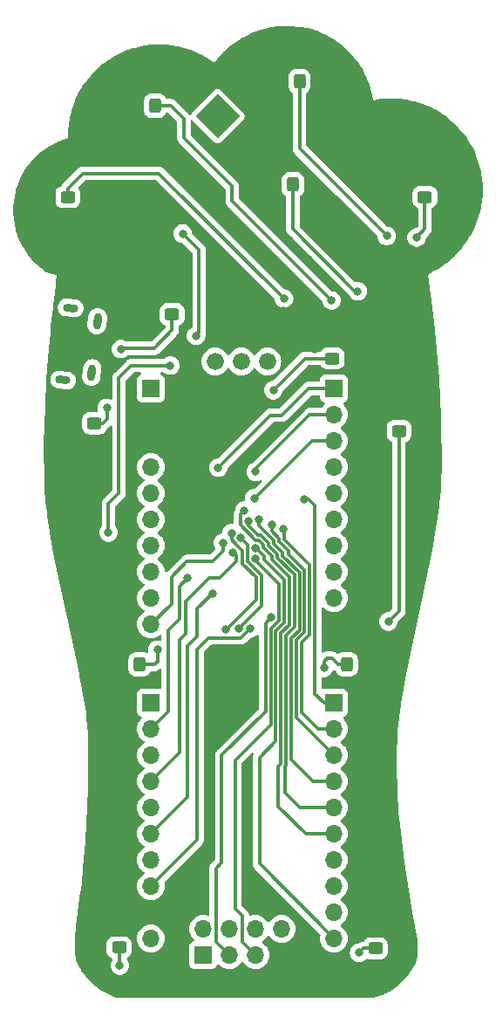
<source format=gbr>
%TF.GenerationSoftware,KiCad,Pcbnew,7.0.8*%
%TF.CreationDate,2024-06-06T10:31:45+02:00*%
%TF.ProjectId,BeerBoard,42656572-426f-4617-9264-2e6b69636164,rev?*%
%TF.SameCoordinates,Original*%
%TF.FileFunction,Copper,L4,Bot*%
%TF.FilePolarity,Positive*%
%FSLAX46Y46*%
G04 Gerber Fmt 4.6, Leading zero omitted, Abs format (unit mm)*
G04 Created by KiCad (PCBNEW 7.0.8) date 2024-06-06 10:31:46*
%MOMM*%
%LPD*%
G01*
G04 APERTURE LIST*
G04 Aperture macros list*
%AMRoundRect*
0 Rectangle with rounded corners*
0 $1 Rounding radius*
0 $2 $3 $4 $5 $6 $7 $8 $9 X,Y pos of 4 corners*
0 Add a 4 corners polygon primitive as box body*
4,1,4,$2,$3,$4,$5,$6,$7,$8,$9,$2,$3,0*
0 Add four circle primitives for the rounded corners*
1,1,$1+$1,$2,$3*
1,1,$1+$1,$4,$5*
1,1,$1+$1,$6,$7*
1,1,$1+$1,$8,$9*
0 Add four rect primitives between the rounded corners*
20,1,$1+$1,$2,$3,$4,$5,0*
20,1,$1+$1,$4,$5,$6,$7,0*
20,1,$1+$1,$6,$7,$8,$9,0*
20,1,$1+$1,$8,$9,$2,$3,0*%
%AMHorizOval*
0 Thick line with rounded ends*
0 $1 width*
0 $2 $3 position (X,Y) of the first rounded end (center of the circle)*
0 $4 $5 position (X,Y) of the second rounded end (center of the circle)*
0 Add line between two ends*
20,1,$1,$2,$3,$4,$5,0*
0 Add two circle primitives to create the rounded ends*
1,1,$1,$2,$3*
1,1,$1,$4,$5*%
%AMRotRect*
0 Rectangle, with rotation*
0 The origin of the aperture is its center*
0 $1 length*
0 $2 width*
0 $3 Rotation angle, in degrees counterclockwise*
0 Add horizontal line*
21,1,$1,$2,0,0,$3*%
G04 Aperture macros list end*
%TA.AperFunction,ComponentPad*%
%ADD10RotRect,3.000000X3.000000X315.000000*%
%TD*%
%TA.AperFunction,ComponentPad*%
%ADD11C,3.000000*%
%TD*%
%TA.AperFunction,ComponentPad*%
%ADD12HorizOval,0.750000X-0.372946X0.039198X0.372946X-0.039198X0*%
%TD*%
%TA.AperFunction,ComponentPad*%
%ADD13HorizOval,0.800000X-0.041811X-0.397809X0.041811X0.397809X0*%
%TD*%
%TA.AperFunction,ComponentPad*%
%ADD14R,1.700000X1.700000*%
%TD*%
%TA.AperFunction,ComponentPad*%
%ADD15O,1.700000X1.700000*%
%TD*%
%TA.AperFunction,ComponentPad*%
%ADD16C,1.676400*%
%TD*%
%TA.AperFunction,SMDPad,CuDef*%
%ADD17RoundRect,0.250000X-0.325000X-0.450000X0.325000X-0.450000X0.325000X0.450000X-0.325000X0.450000X0*%
%TD*%
%TA.AperFunction,SMDPad,CuDef*%
%ADD18RoundRect,0.250000X-0.450000X0.325000X-0.450000X-0.325000X0.450000X-0.325000X0.450000X0.325000X0*%
%TD*%
%TA.AperFunction,SMDPad,CuDef*%
%ADD19RoundRect,0.250000X0.325000X0.450000X-0.325000X0.450000X-0.325000X-0.450000X0.325000X-0.450000X0*%
%TD*%
%TA.AperFunction,SMDPad,CuDef*%
%ADD20RoundRect,0.250000X0.450000X-0.325000X0.450000X0.325000X-0.450000X0.325000X-0.450000X-0.325000X0*%
%TD*%
%TA.AperFunction,ViaPad*%
%ADD21C,0.800000*%
%TD*%
%TA.AperFunction,Conductor*%
%ADD22C,0.300000*%
%TD*%
G04 APERTURE END LIST*
D10*
%TO.P,BT1,1,+*%
%TO.N,+BATT*%
X132200000Y-76400000D03*
D11*
%TO.P,BT1,2,-*%
%TO.N,GND*%
X146688618Y-90888618D03*
%TD*%
D12*
%TO.P,J3,6,Shield*%
%TO.N,unconnected-(J3-Shield-Pad6)*%
X117921933Y-94998388D03*
D13*
X120500000Y-96300000D03*
X119977358Y-101272610D03*
D12*
X117185007Y-102009768D03*
%TD*%
D14*
%TO.P,J5,1,Pin_1*%
%TO.N,PA15*%
X143500000Y-133300000D03*
D15*
%TO.P,J5,2,Pin_2*%
%TO.N,PB3*%
X143500000Y-135840000D03*
%TO.P,J5,3,Pin_3*%
%TO.N,PB4*%
X143500000Y-138380000D03*
%TO.P,J5,4,Pin_4*%
%TO.N,PB5*%
X143500000Y-140920000D03*
%TO.P,J5,5,Pin_5*%
%TO.N,PB6*%
X143500000Y-143460000D03*
%TO.P,J5,6,Pin_6*%
%TO.N,PB7*%
X143500000Y-146000000D03*
%TO.P,J5,7,Pin_7*%
%TO.N,I2C_SDA*%
X143500000Y-148540000D03*
%TO.P,J5,8,Pin_8*%
%TO.N,I2C_SCL*%
X143500000Y-151080000D03*
%TO.P,J5,9,Pin_9*%
%TO.N,PA12*%
X143500000Y-153620000D03*
%TO.P,J5,10,Pin_10*%
%TO.N,PA11*%
X143500000Y-156160000D03*
%TD*%
D16*
%TO.P,SW3,1,A*%
%TO.N,+3.3V*%
X131960000Y-100200000D03*
%TO.P,SW3,2,B*%
%TO.N,VDD*%
X134500000Y-100200000D03*
%TO.P,SW3,3,C*%
%TO.N,+BATT*%
X137040000Y-100200000D03*
%TD*%
D14*
%TO.P,J1,1,Pin_1*%
%TO.N,VDD*%
X125720000Y-102820000D03*
D15*
%TO.P,J1,2,Pin_2*%
%TO.N,GND*%
X125720000Y-105360000D03*
%TO.P,J1,3,Pin_3*%
X125720000Y-107900000D03*
%TO.P,J1,4,Pin_4*%
%TO.N,PA0*%
X125720000Y-110440000D03*
%TO.P,J1,5,Pin_5*%
%TO.N,PA1*%
X125720000Y-112980000D03*
%TO.P,J1,6,Pin_6*%
%TO.N,PA2*%
X125720000Y-115520000D03*
%TO.P,J1,7,Pin_7*%
%TO.N,NRST*%
X125720000Y-118060000D03*
%TO.P,J1,8,Pin_8*%
%TO.N,PA3*%
X125720000Y-120600000D03*
%TO.P,J1,9,Pin_9*%
%TO.N,PA4*%
X125720000Y-123140000D03*
%TO.P,J1,10,Pin_10*%
%TO.N,PA5*%
X125720000Y-125680000D03*
%TD*%
D14*
%TO.P,J4,1,Pin_1*%
%TO.N,PC13*%
X143500000Y-102820000D03*
D15*
%TO.P,J4,2,Pin_2*%
%TO.N,PC14*%
X143500000Y-105360000D03*
%TO.P,J4,3,Pin_3*%
%TO.N,PC15*%
X143500000Y-107900000D03*
%TO.P,J4,4,Pin_4*%
%TO.N,PB9*%
X143500000Y-110440000D03*
%TO.P,J4,5,Pin_5*%
%TO.N,PB8*%
X143500000Y-112980000D03*
%TO.P,J4,6,Pin_6*%
%TO.N,BOOT0*%
X143500000Y-115520000D03*
%TO.P,J4,7,Pin_7*%
%TO.N,VDD*%
X143500000Y-118060000D03*
%TO.P,J4,8,Pin_8*%
%TO.N,SWCLK*%
X143500000Y-120600000D03*
%TO.P,J4,9,Pin_9*%
%TO.N,SWDIO*%
X143500000Y-123140000D03*
%TO.P,J4,10,Pin_10*%
%TO.N,GND*%
X143500000Y-125680000D03*
%TD*%
D14*
%TO.P,J6,1,Pin_1*%
%TO.N,VDD*%
X130800000Y-157770000D03*
D15*
%TO.P,J6,2,Pin_2*%
%TO.N,PB13*%
X130800000Y-155230000D03*
%TO.P,J6,3,Pin_3*%
%TO.N,PB15*%
X133340000Y-157770000D03*
%TO.P,J6,4,Pin_4*%
%TO.N,PB14*%
X133340000Y-155230000D03*
%TO.P,J6,5,Pin_5*%
%TO.N,PA9*%
X135880000Y-157770000D03*
%TO.P,J6,6,Pin_6*%
%TO.N,PA8*%
X135880000Y-155230000D03*
%TO.P,J6,7,Pin_7*%
%TO.N,GND*%
X138420000Y-157770000D03*
%TO.P,J6,8,Pin_8*%
%TO.N,PA10*%
X138420000Y-155230000D03*
%TD*%
D14*
%TO.P,J2,1,Pin_1*%
%TO.N,PA6*%
X125720000Y-133300000D03*
D15*
%TO.P,J2,2,Pin_2*%
%TO.N,PA7*%
X125720000Y-135840000D03*
%TO.P,J2,3,Pin_3*%
%TO.N,PB0*%
X125720000Y-138380000D03*
%TO.P,J2,4,Pin_4*%
%TO.N,PB1*%
X125720000Y-140920000D03*
%TO.P,J2,5,Pin_5*%
%TO.N,PB2*%
X125720000Y-143460000D03*
%TO.P,J2,6,Pin_6*%
%TO.N,PB10*%
X125720000Y-146000000D03*
%TO.P,J2,7,Pin_7*%
%TO.N,PB11*%
X125720000Y-148540000D03*
%TO.P,J2,8,Pin_8*%
%TO.N,PB12*%
X125720000Y-151080000D03*
%TO.P,J2,9,Pin_9*%
%TO.N,GND*%
X125720000Y-153620000D03*
%TO.P,J2,10,Pin_10*%
%TO.N,VDD*%
X125720000Y-156160000D03*
%TD*%
D17*
%TO.P,D2,1,K*%
%TO.N,GND*%
X124075000Y-75400000D03*
%TO.P,D2,2,A*%
%TO.N,Net-(D2-A)*%
X126125000Y-75400000D03*
%TD*%
D18*
%TO.P,D6,1,K*%
%TO.N,GND*%
X143330000Y-97855000D03*
%TO.P,D6,2,A*%
%TO.N,Net-(D6-A)*%
X143330000Y-99905000D03*
%TD*%
D19*
%TO.P,D12,1,K*%
%TO.N,GND*%
X146792500Y-129580000D03*
%TO.P,D12,2,A*%
%TO.N,Net-(D12-A)*%
X144742500Y-129580000D03*
%TD*%
D18*
%TO.P,D13,1,K*%
%TO.N,GND*%
X147510000Y-155075000D03*
%TO.P,D13,2,A*%
%TO.N,Net-(D13-A)*%
X147510000Y-157125000D03*
%TD*%
D20*
%TO.P,D8,1,K*%
%TO.N,GND*%
X120240000Y-108242500D03*
%TO.P,D8,2,A*%
%TO.N,Net-(D8-A)*%
X120240000Y-106192500D03*
%TD*%
D18*
%TO.P,D7,1,K*%
%TO.N,GND*%
X127780000Y-93567500D03*
%TO.P,D7,2,A*%
%TO.N,Net-(D7-A)*%
X127780000Y-95617500D03*
%TD*%
D17*
%TO.P,D4,1,K*%
%TO.N,GND*%
X138097500Y-73050000D03*
%TO.P,D4,2,A*%
%TO.N,Net-(D4-A)*%
X140147500Y-73050000D03*
%TD*%
%TO.P,D9,1,K*%
%TO.N,GND*%
X122567500Y-129580000D03*
%TO.P,D9,2,A*%
%TO.N,Net-(D9-A)*%
X124617500Y-129580000D03*
%TD*%
%TO.P,D3,1,K*%
%TO.N,GND*%
X137455000Y-83050000D03*
%TO.P,D3,2,A*%
%TO.N,Net-(D3-A)*%
X139505000Y-83050000D03*
%TD*%
D20*
%TO.P,D1,1,K*%
%TO.N,GND*%
X117640000Y-86302500D03*
%TO.P,D1,2,A*%
%TO.N,Net-(D1-A)*%
X117640000Y-84252500D03*
%TD*%
D18*
%TO.P,D10,1,K*%
%TO.N,GND*%
X122620000Y-154977500D03*
%TO.P,D10,2,A*%
%TO.N,Net-(D10-A)*%
X122620000Y-157027500D03*
%TD*%
%TO.P,D11,1,K*%
%TO.N,GND*%
X149810000Y-104887500D03*
%TO.P,D11,2,A*%
%TO.N,Net-(D11-A)*%
X149810000Y-106937500D03*
%TD*%
%TO.P,D5,1,K*%
%TO.N,GND*%
X152330000Y-82197500D03*
%TO.P,D5,2,A*%
%TO.N,Net-(D5-A)*%
X152330000Y-84247500D03*
%TD*%
D21*
%TO.N,PA11*%
X135899024Y-118294609D03*
%TO.N,PB1*%
X133700000Y-118700000D03*
%TO.N,GND*%
X116200000Y-104800000D03*
X150000000Y-159300000D03*
X117600000Y-104600000D03*
X154700000Y-89500000D03*
X123000000Y-147400000D03*
X135100000Y-161300000D03*
X113500000Y-83300000D03*
X147300000Y-159100000D03*
X133800000Y-92600000D03*
X144600000Y-161300000D03*
X150200000Y-128500000D03*
X153400000Y-76600000D03*
X146500000Y-76800000D03*
X152700000Y-116900000D03*
X116000000Y-109000000D03*
X121100000Y-72500000D03*
X123000000Y-116800000D03*
X138200000Y-75800000D03*
X117600000Y-106800000D03*
X153400000Y-109600000D03*
X117900000Y-122600000D03*
X120300000Y-136100000D03*
X119900000Y-159300000D03*
X150800000Y-75600000D03*
X149000000Y-141500000D03*
X139200000Y-88400000D03*
X143700000Y-69900000D03*
X149200000Y-155200000D03*
X138200000Y-161300000D03*
X144800000Y-82200000D03*
X119200000Y-74900000D03*
X119900000Y-148900000D03*
X143000000Y-161300000D03*
X116400000Y-80000000D03*
X128600000Y-70400000D03*
X144200000Y-88600000D03*
X120000000Y-146900000D03*
X122100000Y-94200000D03*
X117100000Y-93500000D03*
X148900000Y-139800000D03*
X117900000Y-79300000D03*
X124000000Y-161300000D03*
X119300000Y-91600000D03*
X119100000Y-127600000D03*
X125600000Y-161300000D03*
X132000000Y-135700000D03*
X141600000Y-99000000D03*
X144700000Y-70900000D03*
X147000000Y-147300000D03*
X120300000Y-143000000D03*
X146100000Y-161300000D03*
X119500000Y-129300000D03*
X114100000Y-82100000D03*
X134800000Y-69700000D03*
X132500000Y-71700000D03*
X149800000Y-149900000D03*
X145400000Y-71900000D03*
X146900000Y-142200000D03*
X129000000Y-151000000D03*
X148900000Y-138300000D03*
X148400000Y-110400000D03*
X121200000Y-131700000D03*
X131800000Y-161300000D03*
X120000000Y-73500000D03*
X128700000Y-161300000D03*
X149400000Y-146600000D03*
X118700000Y-78000000D03*
X153100000Y-103100000D03*
X113100000Y-84700000D03*
X149600000Y-148300000D03*
X118700000Y-125900000D03*
X152900000Y-99700000D03*
X153600000Y-90300000D03*
X138300000Y-86100000D03*
X116100000Y-106300000D03*
X150900000Y-125500000D03*
X117400000Y-120700000D03*
X131900000Y-116300000D03*
X118800000Y-76400000D03*
X131400000Y-84200000D03*
X146100000Y-78200000D03*
X122300000Y-71500000D03*
X140500000Y-101800000D03*
X120300000Y-137900000D03*
X149100000Y-135000000D03*
X149000000Y-136700000D03*
X120300000Y-141200000D03*
X121000000Y-160400000D03*
X132400000Y-90400000D03*
X152000000Y-120700000D03*
X140400000Y-97600000D03*
X149900000Y-130000000D03*
X156900000Y-81100000D03*
X138100000Y-77300000D03*
X152500000Y-96600000D03*
X139800000Y-161300000D03*
X129000000Y-86000000D03*
X133100000Y-133900000D03*
X123000000Y-93400000D03*
X147100000Y-124500000D03*
X147600000Y-161100000D03*
X150000000Y-83600000D03*
X115900000Y-113100000D03*
X146400000Y-74400000D03*
X148000000Y-119400000D03*
X127100000Y-161300000D03*
X137400000Y-71200000D03*
X150600000Y-154900000D03*
X133600000Y-70700000D03*
X133500000Y-161300000D03*
X123700000Y-70700000D03*
X157200000Y-82700000D03*
X149100000Y-143100000D03*
X120800000Y-157200000D03*
X119600000Y-152000000D03*
X120300000Y-139500000D03*
X145400000Y-87000000D03*
X157100000Y-84300000D03*
X147900000Y-75500000D03*
X119700000Y-150600000D03*
X125300000Y-70200000D03*
X141000000Y-90300000D03*
X118200000Y-124300000D03*
X119200000Y-155100000D03*
X124000000Y-108500000D03*
X150700000Y-158000000D03*
X128900000Y-99500000D03*
X156400000Y-87100000D03*
X132600000Y-134800000D03*
X128800000Y-73500000D03*
X150400000Y-153200000D03*
X140900000Y-155100000D03*
X122400000Y-161200000D03*
X154600000Y-77500000D03*
X150500000Y-127100000D03*
X120200000Y-144900000D03*
X123200000Y-152300000D03*
X122800000Y-121800000D03*
X120100000Y-134300000D03*
X149400000Y-75500000D03*
X128900000Y-101300000D03*
X142100000Y-75400000D03*
X149600000Y-131600000D03*
X123000000Y-137200000D03*
X149200000Y-144900000D03*
X150800000Y-156500000D03*
X141700000Y-83000000D03*
X148500000Y-113500000D03*
X116200000Y-115400000D03*
X121700000Y-92700000D03*
X115900000Y-110500000D03*
X146000000Y-73000000D03*
X134000000Y-87400000D03*
X132000000Y-133900000D03*
X115600000Y-90600000D03*
X153200000Y-104700000D03*
X152200000Y-75900000D03*
X117200000Y-92300000D03*
X113300000Y-87300000D03*
X150100000Y-151500000D03*
X119100000Y-156600000D03*
X128500000Y-106600000D03*
X152100000Y-93500000D03*
X149400000Y-157300000D03*
X140900000Y-157700000D03*
X141000000Y-68600000D03*
X116800000Y-91100000D03*
X152500000Y-90900000D03*
X138600000Y-95300000D03*
X151300000Y-123800000D03*
X151600000Y-122300000D03*
X156900000Y-85800000D03*
X152300000Y-94900000D03*
X122900000Y-142200000D03*
X148900000Y-160300000D03*
X119300000Y-90400000D03*
X113000000Y-86000000D03*
X116300000Y-103400000D03*
X147100000Y-121900000D03*
X133900000Y-95400000D03*
X119300000Y-158200000D03*
X139300000Y-68400000D03*
X135900000Y-94300000D03*
X136100000Y-69000000D03*
X131200000Y-71600000D03*
X128900000Y-103700000D03*
X149300000Y-133300000D03*
X113700000Y-88500000D03*
X119700000Y-131000000D03*
X136600000Y-161300000D03*
X152700000Y-98200000D03*
X130000000Y-70900000D03*
X146800000Y-137200000D03*
X123000000Y-132100000D03*
X119500000Y-153500000D03*
X116500000Y-117200000D03*
X137700000Y-68500000D03*
X120100000Y-124300000D03*
X150200000Y-80600000D03*
X141300000Y-161300000D03*
X119900000Y-132700000D03*
X155500000Y-78500000D03*
X115100000Y-81000000D03*
X145900000Y-152300000D03*
X127000000Y-70100000D03*
X156400000Y-79800000D03*
X152300000Y-119200000D03*
X131900000Y-105000000D03*
X153000000Y-101400000D03*
X151900000Y-92100000D03*
X114600000Y-89600000D03*
X155700000Y-88400000D03*
X121800000Y-119200000D03*
X116000000Y-107700000D03*
X142500000Y-69100000D03*
X130300000Y-161300000D03*
X120500000Y-92700000D03*
X137500000Y-84600000D03*
X153800000Y-82200000D03*
X148200000Y-129200000D03*
X122600000Y-131100000D03*
X136700000Y-73100000D03*
X141800000Y-97700000D03*
X146000000Y-155100000D03*
X148300000Y-104800000D03*
X122700000Y-75400000D03*
X118700000Y-108300000D03*
X127700000Y-92200000D03*
X117600000Y-87700000D03*
X121100000Y-154900000D03*
%TO.N,PA9*%
X135908280Y-119294068D03*
%TO.N,PB15*%
X137380792Y-125030792D03*
%TO.N,PB12*%
X135350000Y-126100000D03*
%TO.N,PA15*%
X140600000Y-113550000D03*
%TO.N,PB3*%
X138585916Y-116419484D03*
%TO.N,PB4*%
X137450000Y-116050000D03*
%TO.N,PB5*%
X136225434Y-115549500D03*
%TO.N,PB6*%
X135200000Y-115650000D03*
%TO.N,PB7*%
X134799500Y-114650000D03*
%TO.N,PA3*%
X130100000Y-97700000D03*
X127600000Y-100600000D03*
X128800000Y-87800000D03*
X121600000Y-116800000D03*
%TO.N,PA5*%
X132700000Y-117800000D03*
%TO.N,PA7*%
X129300000Y-121200000D03*
%TO.N,PB10*%
X131700000Y-122700000D03*
%TO.N,/OSC_IN*%
X134439548Y-117329593D03*
X134254977Y-126104977D03*
%TO.N,/OSC_OUT*%
X133000000Y-126200000D03*
X133554977Y-116854977D03*
%TO.N,PC13*%
X132250000Y-110500000D03*
%TO.N,PC14*%
X135900000Y-110900000D03*
%TO.N,PC15*%
X135750000Y-113463329D03*
%TO.N,Net-(D1-A)*%
X138645000Y-94105000D03*
%TO.N,Net-(D2-A)*%
X143260000Y-94290000D03*
%TO.N,Net-(D3-A)*%
X145800000Y-93400000D03*
%TO.N,Net-(D4-A)*%
X148620000Y-88030000D03*
%TO.N,Net-(D5-A)*%
X151525000Y-88175000D03*
%TO.N,Net-(D6-A)*%
X137610000Y-102980000D03*
%TO.N,Net-(D7-A)*%
X122800000Y-99000000D03*
%TO.N,Net-(D8-A)*%
X121440000Y-104720000D03*
%TO.N,Net-(D9-A)*%
X126350000Y-128170000D03*
%TO.N,Net-(D10-A)*%
X122690000Y-158790000D03*
%TO.N,Net-(D11-A)*%
X148780000Y-125430000D03*
%TO.N,Net-(D12-A)*%
X142530000Y-129910000D03*
%TO.N,Net-(D13-A)*%
X145950000Y-157550000D03*
%TD*%
D22*
%TO.N,PA11*%
X135969482Y-118294609D02*
X136750000Y-119075127D01*
X136750000Y-119075127D02*
X136750000Y-119428682D01*
X137850000Y-126329351D02*
X137850000Y-137057106D01*
X138650000Y-121328682D02*
X138650000Y-125529351D01*
X135899024Y-118294609D02*
X135969482Y-118294609D01*
X137850000Y-137057106D02*
X136250000Y-138657106D01*
X136750000Y-119428682D02*
X138650000Y-121328682D01*
X138650000Y-125529351D02*
X137850000Y-126329351D01*
X136250000Y-148910000D02*
X143500000Y-156160000D01*
X136250000Y-138657106D02*
X136250000Y-148910000D01*
%TO.N,PB1*%
X134000000Y-119000000D02*
X134000000Y-119600000D01*
X129100000Y-123500000D02*
X129100000Y-126600000D01*
X134000000Y-119600000D02*
X132400000Y-121200000D01*
X132400000Y-121200000D02*
X131400000Y-121200000D01*
X128500000Y-138140000D02*
X125720000Y-140920000D01*
X131400000Y-121200000D02*
X129100000Y-123500000D01*
X133700000Y-118700000D02*
X134000000Y-119000000D01*
X129100000Y-126600000D02*
X128500000Y-127200000D01*
X128500000Y-127200000D02*
X128500000Y-138140000D01*
%TO.N,PA9*%
X138150000Y-121750000D02*
X138150000Y-125322244D01*
X133900000Y-138850000D02*
X133900000Y-153250000D01*
X137350000Y-135400000D02*
X133900000Y-138850000D01*
X134600000Y-156490000D02*
X135880000Y-157770000D01*
X138150000Y-125322244D02*
X137350000Y-126122244D01*
X133900000Y-153250000D02*
X134600000Y-153950000D01*
X135908280Y-119508280D02*
X138150000Y-121750000D01*
X134600000Y-153950000D02*
X134600000Y-156490000D01*
X137350000Y-126122244D02*
X137350000Y-135400000D01*
X135908280Y-119294068D02*
X135908280Y-119508280D01*
%TO.N,PB15*%
X132050000Y-149350000D02*
X132050000Y-156480000D01*
X137380792Y-125030792D02*
X136850000Y-125561584D01*
X132050000Y-156480000D02*
X133340000Y-157770000D01*
X132600000Y-148800000D02*
X132050000Y-149350000D01*
X132600000Y-138400000D02*
X132600000Y-148800000D01*
X136850000Y-125561584D02*
X136850000Y-134150000D01*
X136850000Y-134150000D02*
X132600000Y-138400000D01*
%TO.N,PB12*%
X131300000Y-127000000D02*
X130200000Y-128100000D01*
X130200000Y-146600000D02*
X125720000Y-151080000D01*
X130200000Y-128100000D02*
X130200000Y-146600000D01*
X135350000Y-126100000D02*
X134450000Y-127000000D01*
X134450000Y-127000000D02*
X131300000Y-127000000D01*
%TO.N,PA15*%
X141650000Y-114150000D02*
X141650000Y-132430000D01*
X140600000Y-113550000D02*
X141050000Y-113550000D01*
X142520000Y-133300000D02*
X143500000Y-133300000D01*
X141650000Y-132430000D02*
X142520000Y-133300000D01*
X141050000Y-113550000D02*
X141650000Y-114150000D01*
%TO.N,PB3*%
X138649024Y-116482592D02*
X138649024Y-117438621D01*
X141150000Y-126664213D02*
X140380000Y-127434213D01*
X140380000Y-134230000D02*
X141990000Y-135840000D01*
X141990000Y-135840000D02*
X143500000Y-135840000D01*
X138585916Y-116419484D02*
X138649024Y-116482592D01*
X140380000Y-127434213D02*
X140380000Y-134230000D01*
X141150000Y-119939597D02*
X141150000Y-126664213D01*
X138649024Y-117438621D02*
X141150000Y-119939597D01*
%TO.N,PB4*%
X139880000Y-134760000D02*
X143500000Y-138380000D01*
X137450000Y-116663606D02*
X138149024Y-117362630D01*
X139082106Y-118900000D02*
X140650000Y-120467894D01*
X139880000Y-127227106D02*
X139880000Y-134760000D01*
X140650000Y-126457106D02*
X139880000Y-127227106D01*
X138149024Y-117645727D02*
X139082106Y-118578809D01*
X138149024Y-117362630D02*
X138149024Y-117645727D01*
X137450000Y-116050000D02*
X137450000Y-116663606D01*
X139082106Y-118578809D02*
X139082106Y-118900000D01*
X140650000Y-120467894D02*
X140650000Y-126457106D01*
%TO.N,PB5*%
X137649024Y-117852833D02*
X138500000Y-118703809D01*
X136225434Y-115549500D02*
X136225434Y-116146146D01*
X137649024Y-117569736D02*
X137649024Y-117852833D01*
X138500000Y-119035788D02*
X140150000Y-120685788D01*
X136225434Y-116146146D02*
X137649024Y-117569736D01*
X138500000Y-118703809D02*
X138500000Y-119035788D01*
X140150000Y-120685788D02*
X140150000Y-126250000D01*
X139380000Y-138830000D02*
X141470000Y-140920000D01*
X139380000Y-127020000D02*
X139380000Y-138830000D01*
X141470000Y-140920000D02*
X143500000Y-140920000D01*
X140150000Y-126250000D02*
X139380000Y-127020000D01*
%TO.N,PB6*%
X138750000Y-142000000D02*
X140210000Y-143460000D01*
X137149024Y-118059939D02*
X138000000Y-118910915D01*
X138850000Y-139407107D02*
X138750000Y-139507106D01*
X138850000Y-126743564D02*
X138850000Y-139407107D01*
X138000000Y-119242894D02*
X139650000Y-120892894D01*
X139650000Y-120892894D02*
X139650000Y-125943564D01*
X136416791Y-117044609D02*
X137149024Y-117776842D01*
X139650000Y-125943564D02*
X138850000Y-126743564D01*
X135200000Y-115650000D02*
X135200000Y-116110915D01*
X136133694Y-117044609D02*
X136416791Y-117044609D01*
X138750000Y-139507106D02*
X138750000Y-142000000D01*
X135200000Y-116110915D02*
X136133694Y-117044609D01*
X138000000Y-118910915D02*
X138000000Y-119242894D01*
X140210000Y-143460000D02*
X143500000Y-143460000D01*
X137149024Y-117776842D02*
X137149024Y-118059939D01*
%TO.N,PB7*%
X134400000Y-115049500D02*
X134400000Y-116050000D01*
X137500000Y-119450000D02*
X139150000Y-121100000D01*
X138100000Y-139450000D02*
X138100000Y-143350000D01*
X139150000Y-125736458D02*
X138350000Y-126536458D01*
X134799500Y-114650000D02*
X134400000Y-115049500D01*
X138350000Y-139200000D02*
X138100000Y-139450000D01*
X135894609Y-117544609D02*
X136209685Y-117544609D01*
X140750000Y-146000000D02*
X143500000Y-146000000D01*
X136209685Y-117544609D02*
X136649024Y-117983948D01*
X138350000Y-126536458D02*
X138350000Y-139200000D01*
X138100000Y-143350000D02*
X140750000Y-146000000D01*
X137500000Y-119118021D02*
X137500000Y-119450000D01*
X139150000Y-121100000D02*
X139150000Y-125736458D01*
X134400000Y-116050000D02*
X135894609Y-117544609D01*
X136649024Y-117983948D02*
X136649024Y-118267045D01*
X136649024Y-118267045D02*
X137500000Y-119118021D01*
%TO.N,PA3*%
X123800000Y-100600000D02*
X122600000Y-101800000D01*
X128800000Y-87800000D02*
X130400000Y-89400000D01*
X122600000Y-113000000D02*
X121600000Y-114000000D01*
X122600000Y-101800000D02*
X122600000Y-113000000D01*
X130400000Y-97400000D02*
X130100000Y-97700000D01*
X127600000Y-100600000D02*
X123800000Y-100600000D01*
X130400000Y-89400000D02*
X130400000Y-97400000D01*
X121600000Y-114000000D02*
X121600000Y-116800000D01*
%TO.N,PA5*%
X132700000Y-117800000D02*
X132700000Y-118600000D01*
X127700000Y-123700000D02*
X125720000Y-125680000D01*
X132700000Y-118600000D02*
X131700000Y-119600000D01*
X131700000Y-119600000D02*
X129200000Y-119600000D01*
X127700000Y-121100000D02*
X127700000Y-123700000D01*
X129200000Y-119600000D02*
X127700000Y-121100000D01*
%TO.N,PA7*%
X127400000Y-126300000D02*
X127400000Y-134160000D01*
X128500000Y-125200000D02*
X127400000Y-126300000D01*
X129300000Y-121200000D02*
X128500000Y-122000000D01*
X127400000Y-134160000D02*
X125720000Y-135840000D01*
X128500000Y-122000000D02*
X128500000Y-125200000D01*
%TO.N,PB10*%
X131700000Y-122700000D02*
X130200000Y-124200000D01*
X130200000Y-124200000D02*
X130200000Y-126900000D01*
X129300000Y-127800000D02*
X129300000Y-142420000D01*
X130200000Y-126900000D02*
X129300000Y-127800000D01*
X129300000Y-142420000D02*
X125720000Y-146000000D01*
%TO.N,/OSC_IN*%
X136450000Y-123909954D02*
X136450000Y-120942894D01*
X136450000Y-120942894D02*
X135100000Y-119592894D01*
X135100000Y-117990045D02*
X134439548Y-117329593D01*
X134254977Y-126104977D02*
X136450000Y-123909954D01*
X135100000Y-119592894D02*
X135100000Y-117990045D01*
%TO.N,/OSC_OUT*%
X133000000Y-126200000D02*
X133100000Y-126200000D01*
X134600000Y-119800000D02*
X134600000Y-118539339D01*
X135950000Y-123350000D02*
X135950000Y-121150000D01*
X134010661Y-117950000D02*
X134000000Y-117950000D01*
X133554977Y-117504977D02*
X133554977Y-116854977D01*
X134000000Y-117950000D02*
X133554977Y-117504977D01*
X134600000Y-118539339D02*
X134010661Y-117950000D01*
X135950000Y-121150000D02*
X134600000Y-119800000D01*
X133100000Y-126200000D02*
X135950000Y-123350000D01*
%TO.N,PC13*%
X141020000Y-102820000D02*
X143500000Y-102820000D01*
X132250000Y-110500000D02*
X137340000Y-105410000D01*
X138430000Y-105410000D02*
X141020000Y-102820000D01*
X137340000Y-105410000D02*
X138430000Y-105410000D01*
%TO.N,PC14*%
X135900000Y-110900000D02*
X135900000Y-110600000D01*
X141140000Y-105360000D02*
X143500000Y-105360000D01*
X135900000Y-110600000D02*
X141140000Y-105360000D01*
%TO.N,PC15*%
X135797332Y-113463329D02*
X141360661Y-107900000D01*
X135750000Y-113463329D02*
X135797332Y-113463329D01*
X141360661Y-107900000D02*
X143500000Y-107900000D01*
%TO.N,Net-(D1-A)*%
X138645000Y-94105000D02*
X126500000Y-81960000D01*
X119090000Y-81960000D02*
X117640000Y-83410000D01*
X126500000Y-81960000D02*
X119090000Y-81960000D01*
X117640000Y-83410000D02*
X117640000Y-84252500D01*
%TO.N,Net-(D2-A)*%
X127630000Y-75400000D02*
X126125000Y-75400000D01*
X143260000Y-94290000D02*
X133600000Y-84630000D01*
X128920000Y-78510000D02*
X128920000Y-76690000D01*
X133600000Y-83190000D02*
X128920000Y-78510000D01*
X133600000Y-84630000D02*
X133600000Y-83190000D01*
X128920000Y-76690000D02*
X127630000Y-75400000D01*
%TO.N,Net-(D3-A)*%
X139505000Y-87355000D02*
X139505000Y-83050000D01*
X145800000Y-93400000D02*
X145550000Y-93400000D01*
X145550000Y-93400000D02*
X139505000Y-87355000D01*
%TO.N,Net-(D4-A)*%
X148620000Y-88030000D02*
X140147500Y-79557500D01*
X140147500Y-79557500D02*
X140147500Y-73050000D01*
%TO.N,Net-(D5-A)*%
X151525000Y-88175000D02*
X152330000Y-87370000D01*
X152330000Y-87370000D02*
X152330000Y-84247500D01*
%TO.N,Net-(D6-A)*%
X137610000Y-102980000D02*
X140685000Y-99905000D01*
X140685000Y-99905000D02*
X143330000Y-99905000D01*
%TO.N,Net-(D7-A)*%
X122880000Y-98920000D02*
X126050000Y-98920000D01*
X126050000Y-98920000D02*
X127780000Y-97190000D01*
X127780000Y-97190000D02*
X127780000Y-95617500D01*
X122800000Y-99000000D02*
X122880000Y-98920000D01*
%TO.N,Net-(D8-A)*%
X121440000Y-104720000D02*
X121440000Y-105810000D01*
X121440000Y-105810000D02*
X121057500Y-106192500D01*
X121057500Y-106192500D02*
X120240000Y-106192500D01*
%TO.N,Net-(D9-A)*%
X126350000Y-129300000D02*
X126070000Y-129580000D01*
X126070000Y-129580000D02*
X124617500Y-129580000D01*
X126350000Y-128170000D02*
X126350000Y-129300000D01*
%TO.N,Net-(D10-A)*%
X122690000Y-157097500D02*
X122620000Y-157027500D01*
X122690000Y-158790000D02*
X122690000Y-157097500D01*
%TO.N,Net-(D11-A)*%
X148780000Y-125430000D02*
X149810000Y-124400000D01*
X149810000Y-124400000D02*
X149810000Y-106937500D01*
%TO.N,Net-(D12-A)*%
X142530000Y-129290000D02*
X142840000Y-128980000D01*
X143890000Y-129580000D02*
X144742500Y-129580000D01*
X142840000Y-128980000D02*
X143290000Y-128980000D01*
X142530000Y-129910000D02*
X142530000Y-129290000D01*
X143290000Y-128980000D02*
X143890000Y-129580000D01*
%TO.N,Net-(D13-A)*%
X145950000Y-157550000D02*
X146375000Y-157125000D01*
X146375000Y-157125000D02*
X147510000Y-157125000D01*
%TD*%
%TA.AperFunction,Conductor*%
%TO.N,GND*%
G36*
X139191637Y-67697857D02*
G01*
X140260206Y-67759465D01*
X140263491Y-67759744D01*
X140305636Y-67764462D01*
X140609928Y-67802025D01*
X140729268Y-67820896D01*
X141029682Y-67878932D01*
X141072174Y-67887642D01*
X141074981Y-67888287D01*
X141112302Y-67897808D01*
X141368595Y-67966595D01*
X141392492Y-67973009D01*
X141418220Y-67980954D01*
X141500114Y-68006248D01*
X141774270Y-68102279D01*
X141811413Y-68115810D01*
X141811608Y-68115886D01*
X141811625Y-68115893D01*
X141811625Y-68115894D01*
X141871856Y-68140629D01*
X142101677Y-68237082D01*
X142164413Y-68263412D01*
X142296287Y-68322372D01*
X142582735Y-68458455D01*
X142641430Y-68486895D01*
X142641430Y-68486894D01*
X142641450Y-68486904D01*
X142689535Y-68512802D01*
X143138155Y-68759743D01*
X143140598Y-68761161D01*
X143310593Y-68865137D01*
X143639702Y-69079064D01*
X143803715Y-69192197D01*
X143805973Y-69193832D01*
X144212782Y-69502821D01*
X144213509Y-69503373D01*
X144255725Y-69536052D01*
X144258342Y-69538196D01*
X144296913Y-69571600D01*
X144298144Y-69572666D01*
X144681736Y-69911095D01*
X144683828Y-69913028D01*
X144826802Y-70051350D01*
X145100957Y-70331624D01*
X145191794Y-70429758D01*
X145236064Y-70477585D01*
X145237950Y-70479719D01*
X145423282Y-70699370D01*
X145567902Y-70870769D01*
X145601449Y-70911278D01*
X145603554Y-70913968D01*
X145634519Y-70955890D01*
X145685761Y-71026631D01*
X145930962Y-71365142D01*
X145932600Y-71367518D01*
X146040334Y-71531833D01*
X146243581Y-71861548D01*
X146341961Y-72031598D01*
X146343348Y-72034129D01*
X146575698Y-72482675D01*
X146599301Y-72529298D01*
X146600822Y-72532530D01*
X146620276Y-72577164D01*
X146814537Y-73035210D01*
X146815665Y-73038064D01*
X146881511Y-73217548D01*
X147002021Y-73578879D01*
X147057101Y-73761979D01*
X147057912Y-73764939D01*
X147177380Y-74247429D01*
X147189181Y-74297200D01*
X147304925Y-74859177D01*
X147304935Y-74859985D01*
X147309723Y-74882670D01*
X147309723Y-74882671D01*
X147309955Y-74883015D01*
X147310257Y-74883072D01*
X147310257Y-74883071D01*
X147310362Y-74883092D01*
X147310363Y-74883091D01*
X147322434Y-74885505D01*
X147340511Y-74876818D01*
X147626057Y-74817810D01*
X147680633Y-74808061D01*
X148050404Y-74745445D01*
X148053078Y-74745054D01*
X148211267Y-74725549D01*
X148501018Y-74697749D01*
X148660078Y-74686819D01*
X148662763Y-74686695D01*
X149038020Y-74677857D01*
X149091557Y-74677079D01*
X149094556Y-74677109D01*
X149103176Y-74677402D01*
X149162914Y-74679434D01*
X149556899Y-74695668D01*
X149735198Y-74709429D01*
X150041327Y-74739689D01*
X150141687Y-74751795D01*
X150218897Y-74761109D01*
X150405103Y-74790372D01*
X150608483Y-74822334D01*
X150677335Y-74833662D01*
X150747228Y-74848239D01*
X151142101Y-74933489D01*
X151319608Y-74978381D01*
X151623377Y-75062041D01*
X151798889Y-75114375D01*
X152181529Y-75243243D01*
X152249207Y-75266567D01*
X152249207Y-75266566D01*
X152249214Y-75266569D01*
X152265202Y-75272877D01*
X152310214Y-75290637D01*
X152566698Y-75394105D01*
X152678705Y-75439291D01*
X152839296Y-75511314D01*
X153118182Y-75644142D01*
X153207938Y-75689440D01*
X153275329Y-75723452D01*
X153622451Y-75915587D01*
X153635726Y-75923067D01*
X153678824Y-75947354D01*
X153681497Y-75948953D01*
X153704625Y-75963600D01*
X153709731Y-75966834D01*
X154096413Y-76219520D01*
X154107043Y-76226466D01*
X154231989Y-76315964D01*
X154605914Y-76608779D01*
X154631788Y-76629642D01*
X154634020Y-76631532D01*
X154671135Y-76664527D01*
X155023994Y-76984450D01*
X155058729Y-77015943D01*
X155189787Y-77141983D01*
X155556363Y-77515880D01*
X155590806Y-77551705D01*
X155591335Y-77552255D01*
X155591417Y-77552344D01*
X155625508Y-77590698D01*
X155971752Y-77987990D01*
X156087895Y-78129407D01*
X156409795Y-78545614D01*
X156410120Y-78546033D01*
X156413839Y-78550940D01*
X156440437Y-78586034D01*
X156442126Y-78588373D01*
X156462196Y-78617583D01*
X156731161Y-79020576D01*
X156813518Y-79155512D01*
X157048901Y-79578842D01*
X157065794Y-79610214D01*
X157067152Y-79612890D01*
X157086675Y-79653768D01*
X157179625Y-79853854D01*
X157219614Y-79947686D01*
X157299431Y-80152974D01*
X157315499Y-80195644D01*
X157316592Y-80198805D01*
X157556865Y-80958835D01*
X157557947Y-80962684D01*
X157759087Y-81778584D01*
X157760007Y-81782999D01*
X157890037Y-82545200D01*
X157890603Y-82549364D01*
X157899783Y-82639767D01*
X157937053Y-83027603D01*
X157937268Y-83030601D01*
X157946634Y-83228329D01*
X157955821Y-83522978D01*
X157954417Y-83737830D01*
X157944940Y-84020866D01*
X157931967Y-84235369D01*
X157903097Y-84528693D01*
X157880522Y-84725384D01*
X157880107Y-84728360D01*
X157817177Y-85111663D01*
X157801668Y-85203032D01*
X157801045Y-85206200D01*
X157779677Y-85301664D01*
X157691706Y-85685621D01*
X157691018Y-85688339D01*
X157636300Y-85885707D01*
X157551939Y-86173092D01*
X157482127Y-86383257D01*
X157384495Y-86654227D01*
X157304199Y-86860663D01*
X157185880Y-87135795D01*
X157102154Y-87322676D01*
X157100950Y-87325208D01*
X156924357Y-87675960D01*
X156879192Y-87764554D01*
X156877716Y-87767279D01*
X156828479Y-87852987D01*
X156628710Y-88196756D01*
X156627263Y-88199122D01*
X156515513Y-88373024D01*
X156348310Y-88624876D01*
X156218258Y-88806706D01*
X156043315Y-89038877D01*
X155904393Y-89214011D01*
X155708386Y-89444180D01*
X155572056Y-89599516D01*
X155570180Y-89601560D01*
X155294204Y-89888985D01*
X155225952Y-89959365D01*
X155223725Y-89961549D01*
X155152898Y-90027590D01*
X154861834Y-90296223D01*
X154859703Y-90298102D01*
X154703344Y-90429675D01*
X154470380Y-90619710D01*
X154294039Y-90753382D01*
X154059359Y-90922047D01*
X153876439Y-91046576D01*
X153622087Y-91206780D01*
X153447518Y-91313043D01*
X153445058Y-91314465D01*
X153095958Y-91505620D01*
X153020767Y-91546297D01*
X153019400Y-91546890D01*
X153011256Y-91551428D01*
X153011255Y-91551429D01*
X153011185Y-91551468D01*
X153010740Y-91551695D01*
X152980660Y-91567039D01*
X152968470Y-91575297D01*
X152853019Y-91639706D01*
X152847236Y-91641018D01*
X152809006Y-91664263D01*
X152803310Y-91667471D01*
X152800804Y-91669272D01*
X152787242Y-91677534D01*
X152787241Y-91677534D01*
X152746104Y-91707638D01*
X152721196Y-91729316D01*
X152717380Y-91731068D01*
X152677605Y-91772091D01*
X152656961Y-91800785D01*
X152653121Y-91808213D01*
X152644331Y-91825218D01*
X152644114Y-91825637D01*
X152642194Y-91827853D01*
X152635025Y-91848785D01*
X152626969Y-91872112D01*
X152627066Y-91872390D01*
X152626323Y-91893348D01*
X152626135Y-91894900D01*
X152626135Y-91894913D01*
X152628977Y-91926156D01*
X152630726Y-91931791D01*
X152630779Y-91932023D01*
X152633616Y-91941105D01*
X152642808Y-91974054D01*
X152680805Y-92118369D01*
X152695956Y-92188243D01*
X152721104Y-92335070D01*
X152724423Y-92356314D01*
X152726398Y-92368954D01*
X152726439Y-92369212D01*
X152972845Y-94354282D01*
X153209219Y-96383852D01*
X153385807Y-98111294D01*
X153563192Y-100123516D01*
X153693972Y-101871343D01*
X153797145Y-103626361D01*
X153890035Y-105661314D01*
X153964868Y-110503540D01*
X153962259Y-110619327D01*
X153935534Y-111614859D01*
X153916270Y-112012385D01*
X153869446Y-112774377D01*
X153839897Y-113171235D01*
X153744439Y-114163494D01*
X153733126Y-114275997D01*
X153732688Y-114279403D01*
X153078302Y-118451204D01*
X153077690Y-118454516D01*
X151702111Y-124911176D01*
X150819895Y-128899186D01*
X150819728Y-128899772D01*
X150819101Y-128902770D01*
X150819101Y-128902772D01*
X150819083Y-128902858D01*
X150819062Y-128902956D01*
X150819062Y-128902958D01*
X150818579Y-128905208D01*
X150818486Y-128905819D01*
X150305104Y-131453808D01*
X150304833Y-131454899D01*
X150304541Y-131456606D01*
X150303201Y-131463433D01*
X150302962Y-131466255D01*
X150223924Y-131949109D01*
X150065489Y-132917013D01*
X149978438Y-133448817D01*
X149978091Y-133450307D01*
X149977749Y-133453019D01*
X149976748Y-133459571D01*
X149976625Y-133462479D01*
X149745896Y-135402577D01*
X149744450Y-135405958D01*
X149739987Y-135452257D01*
X149739974Y-135452370D01*
X149739973Y-135452391D01*
X149694049Y-135927983D01*
X149628436Y-136881529D01*
X149589135Y-137836522D01*
X149583853Y-138226071D01*
X149576175Y-138792236D01*
X149582811Y-139266146D01*
X149582744Y-139267550D01*
X149582867Y-139270091D01*
X149583422Y-139309756D01*
X149585202Y-139321545D01*
X149704931Y-141958493D01*
X149792082Y-143877940D01*
X149792418Y-143885329D01*
X149792400Y-143887144D01*
X149792420Y-143887334D01*
X149792660Y-143890456D01*
X149792700Y-143891253D01*
X149793039Y-143893175D01*
X149925306Y-145128596D01*
X150321199Y-148826392D01*
X150321288Y-148828247D01*
X150321344Y-148828587D01*
X150321779Y-148831726D01*
X150321866Y-148832499D01*
X150322324Y-148834409D01*
X150503996Y-149905965D01*
X151138896Y-153650804D01*
X151138905Y-153650870D01*
X151596442Y-156332877D01*
X151596998Y-156336944D01*
X151601082Y-156376538D01*
X151638772Y-156790406D01*
X151638998Y-156794105D01*
X151643931Y-156952991D01*
X151642393Y-157271481D01*
X151635926Y-157430260D01*
X151635664Y-157433959D01*
X151593881Y-157848312D01*
X151589568Y-157886510D01*
X151588837Y-157891298D01*
X151580304Y-157935540D01*
X151533498Y-158165167D01*
X151532419Y-158169615D01*
X151525375Y-158194583D01*
X151502261Y-158276511D01*
X151448950Y-158444878D01*
X151447880Y-158447970D01*
X151406601Y-158557830D01*
X151405370Y-158560862D01*
X151334626Y-158722654D01*
X151286919Y-158822984D01*
X151284800Y-158827046D01*
X151169066Y-159030242D01*
X151145990Y-159069778D01*
X151143699Y-159073408D01*
X151113747Y-159117420D01*
X150879496Y-159455039D01*
X150877853Y-159457297D01*
X150774716Y-159592515D01*
X150575289Y-159839816D01*
X150464963Y-159969303D01*
X150463104Y-159971387D01*
X150183000Y-160271634D01*
X150144561Y-160312099D01*
X150103608Y-160351530D01*
X149879524Y-160563532D01*
X149779774Y-160653042D01*
X149544442Y-160853270D01*
X149501306Y-160889322D01*
X149501168Y-160889434D01*
X149467842Y-160915021D01*
X149234924Y-161089470D01*
X149140723Y-161154899D01*
X148895706Y-161312391D01*
X148861723Y-161333667D01*
X148859067Y-161335239D01*
X148826615Y-161353373D01*
X148588108Y-161482631D01*
X148492636Y-161529672D01*
X148244747Y-161640063D01*
X148210862Y-161654630D01*
X148207739Y-161655874D01*
X148176177Y-161667460D01*
X148096646Y-161695383D01*
X147924892Y-161755685D01*
X147827476Y-161785307D01*
X147629361Y-161836468D01*
X147569245Y-161851992D01*
X147562153Y-161853717D01*
X147537247Y-161859774D01*
X147533491Y-161860565D01*
X147506046Y-161865464D01*
X147341375Y-161892016D01*
X147338279Y-161892435D01*
X147270020Y-161899937D01*
X147266906Y-161900200D01*
X147100463Y-161910044D01*
X147070712Y-161911303D01*
X144127208Y-161932989D01*
X140255861Y-161944585D01*
X134684167Y-161938196D01*
X122355487Y-161910846D01*
X122300704Y-161897952D01*
X122288725Y-161892016D01*
X121437670Y-161470277D01*
X120964159Y-161215963D01*
X120961474Y-161214433D01*
X120913193Y-161185298D01*
X120804014Y-161118122D01*
X120728608Y-161068988D01*
X120713387Y-161058498D01*
X120623095Y-160996275D01*
X120575651Y-160962972D01*
X120527696Y-160926818D01*
X120424167Y-160847406D01*
X120352084Y-160789193D01*
X120252829Y-160704851D01*
X120207220Y-160665433D01*
X120207219Y-160665433D01*
X120207147Y-160665370D01*
X119789795Y-160270771D01*
X119787504Y-160268487D01*
X119746405Y-160225321D01*
X119516628Y-159980005D01*
X119507395Y-159969303D01*
X119416012Y-159863375D01*
X119396675Y-159839816D01*
X119249441Y-159660436D01*
X119154687Y-159539042D01*
X118958831Y-159265787D01*
X118924787Y-159217460D01*
X118922566Y-159214077D01*
X118904531Y-159184546D01*
X118752416Y-158927656D01*
X118750387Y-158923946D01*
X118724830Y-158873186D01*
X118696653Y-158817223D01*
X118601381Y-158607001D01*
X118580807Y-158556171D01*
X118556539Y-158496213D01*
X118555090Y-158492248D01*
X118543170Y-158455842D01*
X118462414Y-158209208D01*
X118451943Y-158175685D01*
X118450716Y-158171158D01*
X118441734Y-158132192D01*
X118388705Y-157889125D01*
X118372484Y-157814775D01*
X118371813Y-157811194D01*
X118360343Y-157738259D01*
X118351193Y-157680072D01*
X118320932Y-157430518D01*
X118318534Y-157402501D01*
X121419500Y-157402501D01*
X121419501Y-157402519D01*
X121430000Y-157505296D01*
X121430001Y-157505299D01*
X121485185Y-157671831D01*
X121485187Y-157671836D01*
X121500265Y-157696281D01*
X121577288Y-157821156D01*
X121701344Y-157945212D01*
X121850666Y-158037314D01*
X121905716Y-158055555D01*
X121963160Y-158095327D01*
X121989984Y-158159843D01*
X121977669Y-158228619D01*
X121958873Y-158256221D01*
X121957470Y-158257779D01*
X121957466Y-158257784D01*
X121862821Y-158421715D01*
X121862818Y-158421722D01*
X121817609Y-158560862D01*
X121804326Y-158601744D01*
X121784540Y-158790000D01*
X121804326Y-158978256D01*
X121804327Y-158978259D01*
X121862818Y-159158277D01*
X121862821Y-159158284D01*
X121957467Y-159322216D01*
X122028871Y-159401518D01*
X122084129Y-159462888D01*
X122237265Y-159574148D01*
X122237270Y-159574151D01*
X122410192Y-159651142D01*
X122410197Y-159651144D01*
X122595354Y-159690500D01*
X122595355Y-159690500D01*
X122784644Y-159690500D01*
X122784646Y-159690500D01*
X122969803Y-159651144D01*
X123142730Y-159574151D01*
X123295871Y-159462888D01*
X123422533Y-159322216D01*
X123517179Y-159158284D01*
X123575674Y-158978256D01*
X123595460Y-158790000D01*
X123575674Y-158601744D01*
X123517179Y-158421716D01*
X123422533Y-158257784D01*
X123382516Y-158213341D01*
X123352287Y-158150351D01*
X123360912Y-158081016D01*
X123405653Y-158027350D01*
X123409540Y-158024850D01*
X123538656Y-157945212D01*
X123662712Y-157821156D01*
X123754814Y-157671834D01*
X123809999Y-157505297D01*
X123820500Y-157402509D01*
X123820499Y-156652492D01*
X123820193Y-156649500D01*
X123809999Y-156549703D01*
X123809998Y-156549700D01*
X123804816Y-156534063D01*
X123754814Y-156383166D01*
X123662712Y-156233844D01*
X123588868Y-156160000D01*
X124364341Y-156160000D01*
X124384936Y-156395403D01*
X124384938Y-156395413D01*
X124446094Y-156623655D01*
X124446096Y-156623659D01*
X124446097Y-156623663D01*
X124505008Y-156749998D01*
X124545965Y-156837830D01*
X124545967Y-156837834D01*
X124637716Y-156968864D01*
X124681505Y-157031401D01*
X124848599Y-157198495D01*
X124945384Y-157266265D01*
X125042165Y-157334032D01*
X125042167Y-157334033D01*
X125042170Y-157334035D01*
X125256337Y-157433903D01*
X125484592Y-157495063D01*
X125672918Y-157511539D01*
X125719999Y-157515659D01*
X125720000Y-157515659D01*
X125720001Y-157515659D01*
X125759234Y-157512226D01*
X125955408Y-157495063D01*
X126183663Y-157433903D01*
X126397830Y-157334035D01*
X126591401Y-157198495D01*
X126758495Y-157031401D01*
X126894035Y-156837830D01*
X126993903Y-156623663D01*
X127055063Y-156395408D01*
X127075659Y-156160000D01*
X127055063Y-155924592D01*
X126993903Y-155696337D01*
X126894035Y-155482171D01*
X126882298Y-155465408D01*
X126758494Y-155288597D01*
X126591402Y-155121506D01*
X126591395Y-155121501D01*
X126397834Y-154985967D01*
X126397830Y-154985965D01*
X126292820Y-154936998D01*
X126183663Y-154886097D01*
X126183659Y-154886096D01*
X126183655Y-154886094D01*
X125955413Y-154824938D01*
X125955403Y-154824936D01*
X125720001Y-154804341D01*
X125719999Y-154804341D01*
X125484596Y-154824936D01*
X125484586Y-154824938D01*
X125256344Y-154886094D01*
X125256335Y-154886098D01*
X125042171Y-154985964D01*
X125042169Y-154985965D01*
X124848597Y-155121505D01*
X124681505Y-155288597D01*
X124545965Y-155482169D01*
X124545964Y-155482171D01*
X124452401Y-155682816D01*
X124447344Y-155693664D01*
X124446098Y-155696335D01*
X124446094Y-155696344D01*
X124384938Y-155924586D01*
X124384936Y-155924596D01*
X124364341Y-156159999D01*
X124364341Y-156160000D01*
X123588868Y-156160000D01*
X123538656Y-156109788D01*
X123389334Y-156017686D01*
X123222797Y-155962501D01*
X123222795Y-155962500D01*
X123120010Y-155952000D01*
X122119998Y-155952000D01*
X122119980Y-155952001D01*
X122017203Y-155962500D01*
X122017200Y-155962501D01*
X121850668Y-156017685D01*
X121850663Y-156017687D01*
X121701342Y-156109789D01*
X121577289Y-156233842D01*
X121485187Y-156383163D01*
X121485185Y-156383168D01*
X121476203Y-156410274D01*
X121430001Y-156549703D01*
X121430001Y-156549704D01*
X121430000Y-156549704D01*
X121419500Y-156652483D01*
X121419500Y-157402501D01*
X118318534Y-157402501D01*
X118309615Y-157298287D01*
X118309414Y-157294707D01*
X118300775Y-156969015D01*
X118300188Y-156929292D01*
X118300228Y-156925972D01*
X118302257Y-156874556D01*
X118308353Y-156749980D01*
X118336208Y-156180654D01*
X118353694Y-155954745D01*
X118356890Y-155924596D01*
X118426855Y-155264494D01*
X118432997Y-155211350D01*
X118432996Y-155211349D01*
X118433027Y-155211084D01*
X118438902Y-155166931D01*
X118439059Y-155162779D01*
X118461149Y-154985965D01*
X118890450Y-151549787D01*
X118891068Y-151547284D01*
X118892289Y-151535080D01*
X118893240Y-151527603D01*
X118893291Y-151525139D01*
X118984940Y-150616344D01*
X119218455Y-148300789D01*
X119219147Y-148297476D01*
X119219683Y-148289189D01*
X119219972Y-148285998D01*
X119220819Y-148278726D01*
X119220703Y-148274853D01*
X119250415Y-147862169D01*
X119448050Y-145117109D01*
X119448538Y-145114468D01*
X119449046Y-145103289D01*
X119449821Y-145092667D01*
X119449660Y-145089983D01*
X119455596Y-144961501D01*
X119609303Y-141634807D01*
X119609840Y-141630972D01*
X119609840Y-141624842D01*
X119609930Y-141621510D01*
X119610218Y-141616142D01*
X119609927Y-141612410D01*
X119642460Y-137610440D01*
X119643710Y-137606307D01*
X119642872Y-137559808D01*
X119642953Y-137552819D01*
X119642689Y-137550090D01*
X119635283Y-137154570D01*
X119598898Y-136344765D01*
X119541337Y-135536189D01*
X119462640Y-134729395D01*
X119413984Y-134337143D01*
X119413822Y-134333391D01*
X119413013Y-134328709D01*
X119412561Y-134325636D01*
X119408972Y-134296151D01*
X119404948Y-134279916D01*
X118804043Y-130639353D01*
X118803705Y-130635309D01*
X118802798Y-130631201D01*
X118802116Y-130627618D01*
X118801372Y-130622974D01*
X118800127Y-130618939D01*
X118683083Y-130080001D01*
X123542000Y-130080001D01*
X123542001Y-130080019D01*
X123552500Y-130182796D01*
X123552501Y-130182799D01*
X123607684Y-130349328D01*
X123607686Y-130349334D01*
X123699788Y-130498656D01*
X123823844Y-130622712D01*
X123973166Y-130714814D01*
X124139703Y-130769999D01*
X124242491Y-130780500D01*
X124992508Y-130780499D01*
X124992516Y-130780498D01*
X124992519Y-130780498D01*
X125048802Y-130774748D01*
X125095297Y-130769999D01*
X125261834Y-130714814D01*
X125411156Y-130622712D01*
X125535212Y-130498656D01*
X125627314Y-130349334D01*
X125638528Y-130315494D01*
X125678301Y-130258050D01*
X125742817Y-130231228D01*
X125756233Y-130230500D01*
X125984495Y-130230500D01*
X126000505Y-130232267D01*
X126000528Y-130232026D01*
X126008289Y-130232758D01*
X126008296Y-130232760D01*
X126080203Y-130230500D01*
X126110925Y-130230500D01*
X126118190Y-130229581D01*
X126124016Y-130229122D01*
X126172569Y-130227597D01*
X126192956Y-130221673D01*
X126211996Y-130217731D01*
X126233058Y-130215071D01*
X126278235Y-130197183D01*
X126283735Y-130195300D01*
X126330398Y-130181744D01*
X126348665Y-130170939D01*
X126366136Y-130162380D01*
X126385871Y-130154568D01*
X126425177Y-130126010D01*
X126430043Y-130122813D01*
X126471865Y-130098081D01*
X126486878Y-130083066D01*
X126501670Y-130070435D01*
X126518832Y-130057967D01*
X126518832Y-130057966D01*
X126518837Y-130057963D01*
X126529956Y-130044521D01*
X126587853Y-130005414D01*
X126657704Y-130003816D01*
X126717331Y-130040236D01*
X126747802Y-130103111D01*
X126749500Y-130123561D01*
X126749500Y-131825731D01*
X126729815Y-131892770D01*
X126677011Y-131938525D01*
X126621194Y-131949109D01*
X126621194Y-131949500D01*
X126619136Y-131949500D01*
X126618857Y-131949553D01*
X126617876Y-131949500D01*
X126617873Y-131949500D01*
X126617869Y-131949500D01*
X124822129Y-131949500D01*
X124822123Y-131949501D01*
X124762516Y-131955908D01*
X124627671Y-132006202D01*
X124627664Y-132006206D01*
X124512455Y-132092452D01*
X124512452Y-132092455D01*
X124426206Y-132207664D01*
X124426202Y-132207671D01*
X124375908Y-132342517D01*
X124369501Y-132402116D01*
X124369501Y-132402123D01*
X124369500Y-132402135D01*
X124369500Y-134197870D01*
X124369501Y-134197876D01*
X124375908Y-134257483D01*
X124426202Y-134392328D01*
X124426206Y-134392335D01*
X124512452Y-134507544D01*
X124512455Y-134507547D01*
X124627664Y-134593793D01*
X124627671Y-134593797D01*
X124759081Y-134642810D01*
X124815015Y-134684681D01*
X124839432Y-134750145D01*
X124824580Y-134818418D01*
X124803430Y-134846673D01*
X124681503Y-134968600D01*
X124545965Y-135162169D01*
X124545964Y-135162171D01*
X124446098Y-135376335D01*
X124446094Y-135376344D01*
X124384938Y-135604586D01*
X124384936Y-135604596D01*
X124364341Y-135839999D01*
X124364341Y-135840000D01*
X124384936Y-136075403D01*
X124384938Y-136075413D01*
X124446094Y-136303655D01*
X124446096Y-136303659D01*
X124446097Y-136303663D01*
X124523869Y-136470445D01*
X124545965Y-136517830D01*
X124545967Y-136517834D01*
X124681501Y-136711395D01*
X124681506Y-136711402D01*
X124848597Y-136878493D01*
X124848603Y-136878498D01*
X125034158Y-137008425D01*
X125077783Y-137063002D01*
X125084977Y-137132500D01*
X125053454Y-137194855D01*
X125034158Y-137211575D01*
X124848597Y-137341505D01*
X124681505Y-137508597D01*
X124545965Y-137702169D01*
X124545964Y-137702171D01*
X124446098Y-137916335D01*
X124446094Y-137916344D01*
X124384938Y-138144586D01*
X124384936Y-138144596D01*
X124364341Y-138379999D01*
X124364341Y-138380000D01*
X124384936Y-138615403D01*
X124384938Y-138615413D01*
X124446094Y-138843655D01*
X124446096Y-138843659D01*
X124446097Y-138843663D01*
X124532613Y-139029197D01*
X124545965Y-139057830D01*
X124545967Y-139057834D01*
X124681501Y-139251395D01*
X124681506Y-139251402D01*
X124848597Y-139418493D01*
X124848603Y-139418498D01*
X125034158Y-139548425D01*
X125077783Y-139603002D01*
X125084977Y-139672500D01*
X125053454Y-139734855D01*
X125034158Y-139751575D01*
X124848597Y-139881505D01*
X124681505Y-140048597D01*
X124545965Y-140242169D01*
X124545964Y-140242171D01*
X124446098Y-140456335D01*
X124446094Y-140456344D01*
X124384938Y-140684586D01*
X124384936Y-140684596D01*
X124364341Y-140919999D01*
X124364341Y-140920000D01*
X124384936Y-141155403D01*
X124384938Y-141155413D01*
X124446094Y-141383655D01*
X124446096Y-141383659D01*
X124446097Y-141383663D01*
X124503248Y-141506223D01*
X124545965Y-141597830D01*
X124545967Y-141597834D01*
X124569171Y-141630972D01*
X124681501Y-141791396D01*
X124681506Y-141791402D01*
X124848597Y-141958493D01*
X124848603Y-141958498D01*
X125034158Y-142088425D01*
X125077783Y-142143002D01*
X125084977Y-142212500D01*
X125053454Y-142274855D01*
X125034158Y-142291575D01*
X124848597Y-142421505D01*
X124681505Y-142588597D01*
X124545965Y-142782169D01*
X124545964Y-142782171D01*
X124446098Y-142996335D01*
X124446094Y-142996344D01*
X124384938Y-143224586D01*
X124384936Y-143224596D01*
X124364341Y-143459999D01*
X124364341Y-143460000D01*
X124384936Y-143695403D01*
X124384938Y-143695413D01*
X124446094Y-143923655D01*
X124446096Y-143923659D01*
X124446097Y-143923663D01*
X124502592Y-144044816D01*
X124545965Y-144137830D01*
X124545967Y-144137834D01*
X124654281Y-144292521D01*
X124681501Y-144331396D01*
X124681506Y-144331402D01*
X124848597Y-144498493D01*
X124848603Y-144498498D01*
X125034158Y-144628425D01*
X125077783Y-144683002D01*
X125084977Y-144752500D01*
X125053454Y-144814855D01*
X125034158Y-144831575D01*
X124848597Y-144961505D01*
X124681505Y-145128597D01*
X124545965Y-145322169D01*
X124545964Y-145322171D01*
X124446098Y-145536335D01*
X124446094Y-145536344D01*
X124384938Y-145764586D01*
X124384936Y-145764596D01*
X124364341Y-145999999D01*
X124364341Y-146000000D01*
X124384936Y-146235403D01*
X124384938Y-146235413D01*
X124446094Y-146463655D01*
X124446096Y-146463659D01*
X124446097Y-146463663D01*
X124514161Y-146609626D01*
X124545965Y-146677830D01*
X124545967Y-146677834D01*
X124585957Y-146734945D01*
X124681501Y-146871396D01*
X124681506Y-146871402D01*
X124848597Y-147038493D01*
X124848603Y-147038498D01*
X125034158Y-147168425D01*
X125077783Y-147223002D01*
X125084977Y-147292500D01*
X125053454Y-147354855D01*
X125034158Y-147371575D01*
X124848597Y-147501505D01*
X124681505Y-147668597D01*
X124545965Y-147862169D01*
X124545964Y-147862171D01*
X124446098Y-148076335D01*
X124446094Y-148076344D01*
X124384938Y-148304586D01*
X124384936Y-148304596D01*
X124364341Y-148539999D01*
X124364341Y-148540000D01*
X124384936Y-148775403D01*
X124384938Y-148775413D01*
X124446094Y-149003655D01*
X124446096Y-149003659D01*
X124446097Y-149003663D01*
X124504636Y-149129199D01*
X124545965Y-149217830D01*
X124545967Y-149217834D01*
X124681501Y-149411395D01*
X124681506Y-149411402D01*
X124848597Y-149578493D01*
X124848603Y-149578498D01*
X125034158Y-149708425D01*
X125077783Y-149763002D01*
X125084977Y-149832500D01*
X125053454Y-149894855D01*
X125034158Y-149911575D01*
X124848597Y-150041505D01*
X124681505Y-150208597D01*
X124545965Y-150402169D01*
X124545964Y-150402171D01*
X124446098Y-150616335D01*
X124446094Y-150616344D01*
X124384938Y-150844586D01*
X124384936Y-150844596D01*
X124364341Y-151079999D01*
X124364341Y-151080000D01*
X124384936Y-151315403D01*
X124384938Y-151315413D01*
X124446094Y-151543655D01*
X124446096Y-151543659D01*
X124446097Y-151543663D01*
X124545965Y-151757830D01*
X124545967Y-151757834D01*
X124654281Y-151912521D01*
X124681505Y-151951401D01*
X124848599Y-152118495D01*
X124945384Y-152186265D01*
X125042165Y-152254032D01*
X125042167Y-152254033D01*
X125042170Y-152254035D01*
X125256337Y-152353903D01*
X125484592Y-152415063D01*
X125672918Y-152431539D01*
X125719999Y-152435659D01*
X125720000Y-152435659D01*
X125720001Y-152435659D01*
X125759234Y-152432226D01*
X125955408Y-152415063D01*
X126183663Y-152353903D01*
X126397830Y-152254035D01*
X126591401Y-152118495D01*
X126758495Y-151951401D01*
X126894035Y-151757830D01*
X126993903Y-151543663D01*
X127055063Y-151315408D01*
X127075659Y-151080000D01*
X127055063Y-150844592D01*
X127035614Y-150772007D01*
X127037277Y-150702162D01*
X127067706Y-150652238D01*
X130599511Y-147120432D01*
X130612086Y-147110359D01*
X130611931Y-147110172D01*
X130617933Y-147105205D01*
X130617940Y-147105202D01*
X130667205Y-147052739D01*
X130688911Y-147031034D01*
X130693403Y-147025241D01*
X130697193Y-147020805D01*
X130730448Y-146985393D01*
X130740670Y-146966796D01*
X130751355Y-146950531D01*
X130764363Y-146933763D01*
X130783652Y-146889187D01*
X130786224Y-146883936D01*
X130793118Y-146871396D01*
X130809627Y-146841368D01*
X130814904Y-146820808D01*
X130821206Y-146802403D01*
X130829636Y-146782926D01*
X130837235Y-146734945D01*
X130838417Y-146729234D01*
X130850500Y-146682177D01*
X130850500Y-146660955D01*
X130852027Y-146641555D01*
X130852639Y-146637690D01*
X130855347Y-146620595D01*
X130850775Y-146572230D01*
X130850500Y-146566392D01*
X130850500Y-128420808D01*
X130870185Y-128353769D01*
X130886819Y-128333127D01*
X131533127Y-127686819D01*
X131594450Y-127653334D01*
X131620808Y-127650500D01*
X134364495Y-127650500D01*
X134380505Y-127652267D01*
X134380528Y-127652026D01*
X134388289Y-127652758D01*
X134388296Y-127652760D01*
X134460203Y-127650500D01*
X134490925Y-127650500D01*
X134498190Y-127649581D01*
X134504016Y-127649122D01*
X134552569Y-127647597D01*
X134572956Y-127641673D01*
X134591996Y-127637731D01*
X134613058Y-127635071D01*
X134658235Y-127617183D01*
X134663735Y-127615300D01*
X134710398Y-127601744D01*
X134728665Y-127590939D01*
X134746136Y-127582380D01*
X134765871Y-127574568D01*
X134805177Y-127546010D01*
X134810043Y-127542813D01*
X134851865Y-127518081D01*
X134866870Y-127503075D01*
X134881668Y-127490436D01*
X134898837Y-127477963D01*
X134929809Y-127440522D01*
X134933713Y-127436231D01*
X135333127Y-127036819D01*
X135394450Y-127003334D01*
X135420808Y-127000500D01*
X135444644Y-127000500D01*
X135444646Y-127000500D01*
X135629803Y-126961144D01*
X135802730Y-126884151D01*
X135955871Y-126772888D01*
X135983351Y-126742368D01*
X136042836Y-126705721D01*
X136112693Y-126707050D01*
X136170741Y-126745937D01*
X136198551Y-126810033D01*
X136199500Y-126825341D01*
X136199500Y-133829191D01*
X136179815Y-133896230D01*
X136163181Y-133916872D01*
X132200484Y-137879568D01*
X132187910Y-137889643D01*
X132188065Y-137889830D01*
X132182059Y-137894798D01*
X132157434Y-137921021D01*
X132132809Y-137947244D01*
X132121949Y-137958104D01*
X132111088Y-137968965D01*
X132111078Y-137968977D01*
X132106587Y-137974765D01*
X132102801Y-137979197D01*
X132069552Y-138014606D01*
X132059322Y-138033213D01*
X132048646Y-138049464D01*
X132035640Y-138066232D01*
X132035636Y-138066238D01*
X132016348Y-138110811D01*
X132013777Y-138116058D01*
X131990372Y-138158630D01*
X131990372Y-138158631D01*
X131985091Y-138179199D01*
X131978791Y-138197601D01*
X131970364Y-138217073D01*
X131962766Y-138265047D01*
X131961581Y-138270770D01*
X131949500Y-138317818D01*
X131949500Y-138339044D01*
X131947973Y-138358444D01*
X131944653Y-138379403D01*
X131949225Y-138427767D01*
X131949500Y-138433606D01*
X131949500Y-148479191D01*
X131929815Y-148546230D01*
X131913181Y-148566872D01*
X131650484Y-148829568D01*
X131637910Y-148839643D01*
X131638065Y-148839830D01*
X131632059Y-148844798D01*
X131607434Y-148871021D01*
X131582809Y-148897244D01*
X131571949Y-148908104D01*
X131561088Y-148918965D01*
X131561078Y-148918977D01*
X131556587Y-148924765D01*
X131552801Y-148929197D01*
X131519552Y-148964606D01*
X131509322Y-148983213D01*
X131498646Y-148999464D01*
X131485640Y-149016232D01*
X131485636Y-149016238D01*
X131466348Y-149060811D01*
X131463777Y-149066058D01*
X131440372Y-149108630D01*
X131440372Y-149108631D01*
X131435091Y-149129199D01*
X131428791Y-149147601D01*
X131420364Y-149167073D01*
X131412766Y-149215047D01*
X131411581Y-149220770D01*
X131399500Y-149267818D01*
X131399500Y-149289044D01*
X131397973Y-149308444D01*
X131396074Y-149320436D01*
X131394653Y-149329405D01*
X131397435Y-149358833D01*
X131399225Y-149377767D01*
X131399500Y-149383606D01*
X131399500Y-153830894D01*
X131379815Y-153897933D01*
X131327011Y-153943688D01*
X131257853Y-153953632D01*
X131243407Y-153950669D01*
X131035413Y-153894938D01*
X131035403Y-153894936D01*
X130800001Y-153874341D01*
X130799999Y-153874341D01*
X130564596Y-153894936D01*
X130564586Y-153894938D01*
X130336344Y-153956094D01*
X130336335Y-153956098D01*
X130122171Y-154055964D01*
X130122169Y-154055965D01*
X129928597Y-154191505D01*
X129761505Y-154358597D01*
X129625965Y-154552169D01*
X129625964Y-154552171D01*
X129526098Y-154766335D01*
X129526094Y-154766344D01*
X129464938Y-154994586D01*
X129464936Y-154994596D01*
X129444341Y-155229999D01*
X129444341Y-155230000D01*
X129464936Y-155465403D01*
X129464938Y-155465413D01*
X129526094Y-155693655D01*
X129526096Y-155693659D01*
X129526097Y-155693663D01*
X129599935Y-155852008D01*
X129625965Y-155907830D01*
X129625967Y-155907834D01*
X129658822Y-155954755D01*
X129761501Y-156101396D01*
X129761506Y-156101402D01*
X129883430Y-156223326D01*
X129916915Y-156284649D01*
X129911931Y-156354341D01*
X129870059Y-156410274D01*
X129839083Y-156427189D01*
X129707669Y-156476203D01*
X129707664Y-156476206D01*
X129592455Y-156562452D01*
X129592452Y-156562455D01*
X129506206Y-156677664D01*
X129506202Y-156677671D01*
X129455908Y-156812517D01*
X129449501Y-156872116D01*
X129449500Y-156872135D01*
X129449500Y-158667870D01*
X129449501Y-158667876D01*
X129455908Y-158727483D01*
X129506202Y-158862328D01*
X129506206Y-158862335D01*
X129592452Y-158977544D01*
X129592455Y-158977547D01*
X129707664Y-159063793D01*
X129707671Y-159063797D01*
X129842517Y-159114091D01*
X129842516Y-159114091D01*
X129849444Y-159114835D01*
X129902127Y-159120500D01*
X131697872Y-159120499D01*
X131757483Y-159114091D01*
X131892331Y-159063796D01*
X132007546Y-158977546D01*
X132093796Y-158862331D01*
X132142810Y-158730916D01*
X132184681Y-158674984D01*
X132250145Y-158650566D01*
X132318418Y-158665417D01*
X132346673Y-158686569D01*
X132468599Y-158808495D01*
X132565384Y-158876265D01*
X132662165Y-158944032D01*
X132662167Y-158944033D01*
X132662170Y-158944035D01*
X132876337Y-159043903D01*
X133104592Y-159105063D01*
X133281034Y-159120500D01*
X133339999Y-159125659D01*
X133340000Y-159125659D01*
X133340001Y-159125659D01*
X133398966Y-159120500D01*
X133575408Y-159105063D01*
X133803663Y-159043903D01*
X134017830Y-158944035D01*
X134211401Y-158808495D01*
X134378495Y-158641401D01*
X134508425Y-158455842D01*
X134563002Y-158412217D01*
X134632500Y-158405023D01*
X134694855Y-158436546D01*
X134711575Y-158455842D01*
X134841500Y-158641395D01*
X134841505Y-158641401D01*
X135008599Y-158808495D01*
X135105384Y-158876265D01*
X135202165Y-158944032D01*
X135202167Y-158944033D01*
X135202170Y-158944035D01*
X135416337Y-159043903D01*
X135644592Y-159105063D01*
X135821034Y-159120500D01*
X135879999Y-159125659D01*
X135880000Y-159125659D01*
X135880001Y-159125659D01*
X135938966Y-159120500D01*
X136115408Y-159105063D01*
X136343663Y-159043903D01*
X136557830Y-158944035D01*
X136751401Y-158808495D01*
X136918495Y-158641401D01*
X137054035Y-158447830D01*
X137153903Y-158233663D01*
X137215063Y-158005408D01*
X137235659Y-157770000D01*
X137235600Y-157769331D01*
X137227795Y-157680118D01*
X137216411Y-157550000D01*
X145044540Y-157550000D01*
X145064326Y-157738256D01*
X145064327Y-157738259D01*
X145122818Y-157918277D01*
X145122821Y-157918284D01*
X145217467Y-158082216D01*
X145314515Y-158189998D01*
X145344129Y-158222888D01*
X145497265Y-158334148D01*
X145497270Y-158334151D01*
X145670192Y-158411142D01*
X145670197Y-158411144D01*
X145855354Y-158450500D01*
X145855355Y-158450500D01*
X146044644Y-158450500D01*
X146044646Y-158450500D01*
X146229803Y-158411144D01*
X146402730Y-158334151D01*
X146555871Y-158222888D01*
X146605190Y-158168112D01*
X146664673Y-158131466D01*
X146734530Y-158132795D01*
X146736342Y-158133380D01*
X146740661Y-158134811D01*
X146740666Y-158134814D01*
X146907203Y-158189999D01*
X147009991Y-158200500D01*
X148010008Y-158200499D01*
X148010016Y-158200498D01*
X148010019Y-158200498D01*
X148066302Y-158194748D01*
X148112797Y-158189999D01*
X148279334Y-158134814D01*
X148428656Y-158042712D01*
X148552712Y-157918656D01*
X148644814Y-157769334D01*
X148699999Y-157602797D01*
X148710500Y-157500009D01*
X148710499Y-156749992D01*
X148707706Y-156722654D01*
X148699999Y-156647203D01*
X148699998Y-156647200D01*
X148672780Y-156565063D01*
X148644814Y-156480666D01*
X148552712Y-156331344D01*
X148428656Y-156207288D01*
X148279334Y-156115186D01*
X148112797Y-156060001D01*
X148112795Y-156060000D01*
X148010010Y-156049500D01*
X147009998Y-156049500D01*
X147009980Y-156049501D01*
X146907203Y-156060000D01*
X146907200Y-156060001D01*
X146740668Y-156115185D01*
X146740663Y-156115187D01*
X146591342Y-156207289D01*
X146467287Y-156331344D01*
X146414271Y-156417297D01*
X146362323Y-156464021D01*
X146312630Y-156476138D01*
X146272433Y-156477401D01*
X146257873Y-156481630D01*
X146252040Y-156483325D01*
X146232996Y-156487269D01*
X146211942Y-156489929D01*
X146211940Y-156489929D01*
X146166781Y-156507808D01*
X146161255Y-156509700D01*
X146114601Y-156523254D01*
X146096325Y-156534063D01*
X146078860Y-156542619D01*
X146059124Y-156550433D01*
X146019824Y-156578986D01*
X146014942Y-156582193D01*
X145973135Y-156606918D01*
X145966873Y-156613181D01*
X145905550Y-156646666D01*
X145879192Y-156649500D01*
X145855354Y-156649500D01*
X145822897Y-156656398D01*
X145670197Y-156688855D01*
X145670192Y-156688857D01*
X145497270Y-156765848D01*
X145497265Y-156765851D01*
X145344129Y-156877111D01*
X145217466Y-157017785D01*
X145122821Y-157181715D01*
X145122818Y-157181722D01*
X145073329Y-157334035D01*
X145064326Y-157361744D01*
X145044540Y-157550000D01*
X137216411Y-157550000D01*
X137215063Y-157534592D01*
X137153903Y-157306337D01*
X137054035Y-157092171D01*
X137011485Y-157031402D01*
X136918494Y-156898597D01*
X136751402Y-156731506D01*
X136751396Y-156731501D01*
X136565842Y-156601575D01*
X136522217Y-156546998D01*
X136515023Y-156477500D01*
X136546546Y-156415145D01*
X136565842Y-156398425D01*
X136661646Y-156331342D01*
X136751401Y-156268495D01*
X136918495Y-156101401D01*
X137048425Y-155915842D01*
X137103002Y-155872217D01*
X137172500Y-155865023D01*
X137234855Y-155896546D01*
X137251575Y-155915842D01*
X137381500Y-156101395D01*
X137381505Y-156101401D01*
X137548599Y-156268495D01*
X137638354Y-156331342D01*
X137742165Y-156404032D01*
X137742167Y-156404033D01*
X137742170Y-156404035D01*
X137956337Y-156503903D01*
X137956343Y-156503904D01*
X137956344Y-156503905D01*
X137977972Y-156509700D01*
X138184592Y-156565063D01*
X138363320Y-156580700D01*
X138419999Y-156585659D01*
X138420000Y-156585659D01*
X138420001Y-156585659D01*
X138476680Y-156580700D01*
X138655408Y-156565063D01*
X138883663Y-156503903D01*
X139097830Y-156404035D01*
X139291401Y-156268495D01*
X139458495Y-156101401D01*
X139594035Y-155907830D01*
X139693903Y-155693663D01*
X139755063Y-155465408D01*
X139775659Y-155230000D01*
X139774024Y-155211318D01*
X139755063Y-154994596D01*
X139755063Y-154994592D01*
X139693903Y-154766337D01*
X139594035Y-154552171D01*
X139588425Y-154544158D01*
X139458494Y-154358597D01*
X139291402Y-154191506D01*
X139291395Y-154191501D01*
X139097834Y-154055967D01*
X139097830Y-154055965D01*
X139002910Y-154011703D01*
X138883663Y-153956097D01*
X138883659Y-153956096D01*
X138883655Y-153956094D01*
X138655413Y-153894938D01*
X138655403Y-153894936D01*
X138420001Y-153874341D01*
X138419999Y-153874341D01*
X138184596Y-153894936D01*
X138184586Y-153894938D01*
X137956344Y-153956094D01*
X137956335Y-153956098D01*
X137742171Y-154055964D01*
X137742169Y-154055965D01*
X137548597Y-154191505D01*
X137381505Y-154358597D01*
X137251575Y-154544158D01*
X137196998Y-154587783D01*
X137127500Y-154594977D01*
X137065145Y-154563454D01*
X137048425Y-154544158D01*
X136918494Y-154358597D01*
X136751402Y-154191506D01*
X136751395Y-154191501D01*
X136557834Y-154055967D01*
X136557830Y-154055965D01*
X136462910Y-154011703D01*
X136343663Y-153956097D01*
X136343659Y-153956096D01*
X136343655Y-153956094D01*
X136115413Y-153894938D01*
X136115403Y-153894936D01*
X135880001Y-153874341D01*
X135879999Y-153874341D01*
X135644596Y-153894936D01*
X135644586Y-153894938D01*
X135416331Y-153956098D01*
X135413848Y-153957002D01*
X135412681Y-153957076D01*
X135411107Y-153957498D01*
X135411022Y-153957181D01*
X135344119Y-153961433D01*
X135283064Y-153927462D01*
X135250067Y-153865875D01*
X135248688Y-153854319D01*
X135247597Y-153847431D01*
X135246440Y-153843450D01*
X135241676Y-153827052D01*
X135237731Y-153808003D01*
X135235071Y-153786942D01*
X135217186Y-153741772D01*
X135215297Y-153736252D01*
X135201743Y-153689599D01*
X135197068Y-153681695D01*
X135190939Y-153671332D01*
X135182379Y-153653858D01*
X135181163Y-153650788D01*
X135174568Y-153634129D01*
X135146014Y-153594828D01*
X135142810Y-153589950D01*
X135128570Y-153565872D01*
X135118081Y-153548135D01*
X135103075Y-153533129D01*
X135090435Y-153518330D01*
X135077961Y-153501160D01*
X135040528Y-153470194D01*
X135036206Y-153466260D01*
X134586819Y-153016873D01*
X134553334Y-152955550D01*
X134550500Y-152929192D01*
X134550500Y-139170807D01*
X134570185Y-139103768D01*
X134586819Y-139083126D01*
X135033436Y-138636509D01*
X135484633Y-138185311D01*
X135545954Y-138151828D01*
X135615645Y-138156812D01*
X135671579Y-138198684D01*
X135695996Y-138264148D01*
X135686114Y-138322240D01*
X135666348Y-138367916D01*
X135663777Y-138373164D01*
X135640372Y-138415736D01*
X135640372Y-138415737D01*
X135635091Y-138436305D01*
X135628791Y-138454707D01*
X135620364Y-138474179D01*
X135612766Y-138522153D01*
X135611581Y-138527876D01*
X135599500Y-138574924D01*
X135599500Y-138596150D01*
X135597973Y-138615550D01*
X135594653Y-138636509D01*
X135599225Y-138684873D01*
X135599500Y-138690712D01*
X135599500Y-148824494D01*
X135597732Y-148840505D01*
X135597974Y-148840528D01*
X135597240Y-148848294D01*
X135599500Y-148920203D01*
X135599500Y-148950920D01*
X135599501Y-148950940D01*
X135600418Y-148958206D01*
X135600876Y-148964024D01*
X135602402Y-149012567D01*
X135602403Y-149012570D01*
X135608323Y-149032948D01*
X135612268Y-149051996D01*
X135614928Y-149073054D01*
X135614931Y-149073064D01*
X135632813Y-149118230D01*
X135634705Y-149123758D01*
X135648254Y-149170395D01*
X135648255Y-149170397D01*
X135659060Y-149188666D01*
X135667617Y-149206134D01*
X135672250Y-149217834D01*
X135675432Y-149225872D01*
X135703983Y-149265170D01*
X135707188Y-149270049D01*
X135731919Y-149311865D01*
X135731923Y-149311869D01*
X135746925Y-149326871D01*
X135759563Y-149341669D01*
X135772033Y-149358833D01*
X135772036Y-149358836D01*
X135772037Y-149358837D01*
X135809476Y-149389809D01*
X135813776Y-149393722D01*
X139001555Y-152581501D01*
X142152290Y-155732236D01*
X142185775Y-155793559D01*
X142184384Y-155852008D01*
X142164937Y-155924589D01*
X142164937Y-155924590D01*
X142144341Y-156159999D01*
X142144341Y-156160000D01*
X142164936Y-156395403D01*
X142164938Y-156395413D01*
X142226094Y-156623655D01*
X142226096Y-156623659D01*
X142226097Y-156623663D01*
X142285008Y-156749998D01*
X142325965Y-156837830D01*
X142325967Y-156837834D01*
X142417716Y-156968864D01*
X142461505Y-157031401D01*
X142628599Y-157198495D01*
X142725384Y-157266265D01*
X142822165Y-157334032D01*
X142822167Y-157334033D01*
X142822170Y-157334035D01*
X143036337Y-157433903D01*
X143264592Y-157495063D01*
X143452918Y-157511539D01*
X143499999Y-157515659D01*
X143500000Y-157515659D01*
X143500001Y-157515659D01*
X143539234Y-157512226D01*
X143735408Y-157495063D01*
X143963663Y-157433903D01*
X144177830Y-157334035D01*
X144371401Y-157198495D01*
X144538495Y-157031401D01*
X144674035Y-156837830D01*
X144773903Y-156623663D01*
X144835063Y-156395408D01*
X144855659Y-156160000D01*
X144835063Y-155924592D01*
X144773903Y-155696337D01*
X144674035Y-155482171D01*
X144662298Y-155465408D01*
X144538494Y-155288597D01*
X144371402Y-155121506D01*
X144371396Y-155121501D01*
X144185842Y-154991575D01*
X144142217Y-154936998D01*
X144135023Y-154867500D01*
X144166546Y-154805145D01*
X144185842Y-154788425D01*
X144229340Y-154757967D01*
X144371401Y-154658495D01*
X144538495Y-154491401D01*
X144674035Y-154297830D01*
X144773903Y-154083663D01*
X144835063Y-153855408D01*
X144855659Y-153620000D01*
X144835063Y-153384592D01*
X144773903Y-153156337D01*
X144674035Y-152942171D01*
X144538495Y-152748599D01*
X144538494Y-152748597D01*
X144371402Y-152581506D01*
X144371396Y-152581501D01*
X144185842Y-152451575D01*
X144142217Y-152396998D01*
X144135023Y-152327500D01*
X144166546Y-152265145D01*
X144185842Y-152248425D01*
X144208026Y-152232891D01*
X144371401Y-152118495D01*
X144538495Y-151951401D01*
X144674035Y-151757830D01*
X144773903Y-151543663D01*
X144835063Y-151315408D01*
X144855659Y-151080000D01*
X144835063Y-150844592D01*
X144773903Y-150616337D01*
X144674035Y-150402171D01*
X144538495Y-150208599D01*
X144538494Y-150208597D01*
X144371402Y-150041506D01*
X144371396Y-150041501D01*
X144185842Y-149911575D01*
X144142217Y-149856998D01*
X144135023Y-149787500D01*
X144166546Y-149725145D01*
X144185842Y-149708425D01*
X144364787Y-149583126D01*
X144371401Y-149578495D01*
X144538495Y-149411401D01*
X144674035Y-149217830D01*
X144773903Y-149003663D01*
X144835063Y-148775408D01*
X144855659Y-148540000D01*
X144835063Y-148304592D01*
X144773903Y-148076337D01*
X144674035Y-147862171D01*
X144538495Y-147668599D01*
X144538494Y-147668597D01*
X144371402Y-147501506D01*
X144371396Y-147501501D01*
X144185842Y-147371575D01*
X144142217Y-147316998D01*
X144135023Y-147247500D01*
X144166546Y-147185145D01*
X144185842Y-147168425D01*
X144254376Y-147120437D01*
X144371401Y-147038495D01*
X144538495Y-146871401D01*
X144674035Y-146677830D01*
X144773903Y-146463663D01*
X144835063Y-146235408D01*
X144855659Y-146000000D01*
X144835063Y-145764592D01*
X144773903Y-145536337D01*
X144674035Y-145322171D01*
X144667741Y-145313181D01*
X144538494Y-145128597D01*
X144371402Y-144961506D01*
X144371396Y-144961501D01*
X144185842Y-144831575D01*
X144142217Y-144776998D01*
X144135023Y-144707500D01*
X144166546Y-144645145D01*
X144185842Y-144628425D01*
X144208026Y-144612891D01*
X144371401Y-144498495D01*
X144538495Y-144331401D01*
X144674035Y-144137830D01*
X144773903Y-143923663D01*
X144835063Y-143695408D01*
X144855659Y-143460000D01*
X144835063Y-143224592D01*
X144773903Y-142996337D01*
X144674035Y-142782171D01*
X144667741Y-142773181D01*
X144538494Y-142588597D01*
X144371402Y-142421506D01*
X144371396Y-142421501D01*
X144185842Y-142291575D01*
X144142217Y-142236998D01*
X144135023Y-142167500D01*
X144166546Y-142105145D01*
X144185842Y-142088425D01*
X144208026Y-142072891D01*
X144371401Y-141958495D01*
X144538495Y-141791401D01*
X144674035Y-141597830D01*
X144773903Y-141383663D01*
X144835063Y-141155408D01*
X144855659Y-140920000D01*
X144835063Y-140684592D01*
X144773903Y-140456337D01*
X144674035Y-140242171D01*
X144667741Y-140233181D01*
X144538494Y-140048597D01*
X144371402Y-139881506D01*
X144371396Y-139881501D01*
X144185842Y-139751575D01*
X144142217Y-139696998D01*
X144135023Y-139627500D01*
X144166546Y-139565145D01*
X144185842Y-139548425D01*
X144286752Y-139477767D01*
X144371401Y-139418495D01*
X144538495Y-139251401D01*
X144674035Y-139057830D01*
X144773903Y-138843663D01*
X144835063Y-138615408D01*
X144855659Y-138380000D01*
X144835063Y-138144592D01*
X144773903Y-137916337D01*
X144674035Y-137702171D01*
X144574704Y-137560310D01*
X144538494Y-137508597D01*
X144371402Y-137341506D01*
X144371396Y-137341501D01*
X144185842Y-137211575D01*
X144142217Y-137156998D01*
X144135023Y-137087500D01*
X144166546Y-137025145D01*
X144185842Y-137008425D01*
X144208026Y-136992891D01*
X144371401Y-136878495D01*
X144538495Y-136711401D01*
X144674035Y-136517830D01*
X144773903Y-136303663D01*
X144835063Y-136075408D01*
X144855659Y-135840000D01*
X144835063Y-135604592D01*
X144773903Y-135376337D01*
X144674035Y-135162171D01*
X144658469Y-135139941D01*
X144538496Y-134968600D01*
X144490856Y-134920960D01*
X144416567Y-134846671D01*
X144383084Y-134785351D01*
X144388068Y-134715659D01*
X144429939Y-134659725D01*
X144460915Y-134642810D01*
X144592331Y-134593796D01*
X144707546Y-134507546D01*
X144793796Y-134392331D01*
X144844091Y-134257483D01*
X144850500Y-134197873D01*
X144850499Y-132402128D01*
X144844091Y-132342517D01*
X144793796Y-132207669D01*
X144793795Y-132207668D01*
X144793793Y-132207664D01*
X144707547Y-132092455D01*
X144707544Y-132092452D01*
X144592335Y-132006206D01*
X144592328Y-132006202D01*
X144457482Y-131955908D01*
X144457483Y-131955908D01*
X144397883Y-131949501D01*
X144397881Y-131949500D01*
X144397873Y-131949500D01*
X144397864Y-131949500D01*
X142602129Y-131949500D01*
X142602123Y-131949501D01*
X142542514Y-131955909D01*
X142467832Y-131983763D01*
X142398140Y-131988747D01*
X142336817Y-131955261D01*
X142303333Y-131893937D01*
X142300500Y-131867581D01*
X142300500Y-130934042D01*
X142320185Y-130867003D01*
X142372989Y-130821248D01*
X142428855Y-130812128D01*
X142428855Y-130810500D01*
X142624644Y-130810500D01*
X142624646Y-130810500D01*
X142809803Y-130771144D01*
X142982730Y-130694151D01*
X143135871Y-130582888D01*
X143262533Y-130442216D01*
X143357179Y-130278284D01*
X143363754Y-130258050D01*
X143377935Y-130214404D01*
X143417372Y-130156728D01*
X143481730Y-130129529D01*
X143550577Y-130141443D01*
X143554935Y-130143798D01*
X143556233Y-130144359D01*
X143556236Y-130144362D01*
X143600823Y-130163655D01*
X143606061Y-130166223D01*
X143644043Y-130187104D01*
X143693306Y-130236651D01*
X143702010Y-130256761D01*
X143732686Y-130349334D01*
X143824788Y-130498656D01*
X143948844Y-130622712D01*
X144098166Y-130714814D01*
X144264703Y-130769999D01*
X144367491Y-130780500D01*
X145117508Y-130780499D01*
X145117516Y-130780498D01*
X145117519Y-130780498D01*
X145173802Y-130774748D01*
X145220297Y-130769999D01*
X145386834Y-130714814D01*
X145536156Y-130622712D01*
X145660212Y-130498656D01*
X145752314Y-130349334D01*
X145807499Y-130182797D01*
X145818000Y-130080009D01*
X145817999Y-129079992D01*
X145807499Y-128977203D01*
X145752314Y-128810666D01*
X145660212Y-128661344D01*
X145536156Y-128537288D01*
X145413963Y-128461919D01*
X145386836Y-128445187D01*
X145386831Y-128445185D01*
X145354966Y-128434626D01*
X145220297Y-128390001D01*
X145220295Y-128390000D01*
X145117510Y-128379500D01*
X144367498Y-128379500D01*
X144367480Y-128379501D01*
X144264703Y-128390000D01*
X144264700Y-128390001D01*
X144098168Y-128445185D01*
X144098163Y-128445187D01*
X143948841Y-128537290D01*
X143946625Y-128539506D01*
X143944732Y-128540539D01*
X143943181Y-128541766D01*
X143942971Y-128541500D01*
X143885300Y-128572987D01*
X143815609Y-128567998D01*
X143774067Y-128542212D01*
X143742757Y-128512810D01*
X143721036Y-128491090D01*
X143715240Y-128486594D01*
X143710798Y-128482799D01*
X143675396Y-128449554D01*
X143675388Y-128449548D01*
X143656792Y-128439325D01*
X143640531Y-128428644D01*
X143623763Y-128415637D01*
X143600177Y-128405431D01*
X143579178Y-128396343D01*
X143573956Y-128393786D01*
X143531368Y-128370373D01*
X143531365Y-128370372D01*
X143510801Y-128365092D01*
X143492396Y-128358790D01*
X143472927Y-128350365D01*
X143472921Y-128350363D01*
X143424951Y-128342766D01*
X143419236Y-128341582D01*
X143402772Y-128337355D01*
X143372180Y-128329500D01*
X143372177Y-128329500D01*
X143350955Y-128329500D01*
X143331555Y-128327973D01*
X143310596Y-128324653D01*
X143310595Y-128324653D01*
X143286786Y-128326903D01*
X143262230Y-128329225D01*
X143256392Y-128329500D01*
X142925504Y-128329500D01*
X142909493Y-128327732D01*
X142909471Y-128327974D01*
X142901704Y-128327240D01*
X142901703Y-128327240D01*
X142829796Y-128329500D01*
X142799075Y-128329500D01*
X142799071Y-128329500D01*
X142799061Y-128329501D01*
X142791793Y-128330419D01*
X142785976Y-128330876D01*
X142737435Y-128332402D01*
X142737424Y-128332404D01*
X142717048Y-128338323D01*
X142698008Y-128342266D01*
X142676947Y-128344927D01*
X142676939Y-128344929D01*
X142631775Y-128362811D01*
X142626247Y-128364703D01*
X142579602Y-128378255D01*
X142561332Y-128389060D01*
X142543863Y-128397618D01*
X142524129Y-128405431D01*
X142510082Y-128415637D01*
X142497382Y-128424863D01*
X142431578Y-128448342D01*
X142363524Y-128432516D01*
X142314830Y-128382409D01*
X142300500Y-128324544D01*
X142300500Y-125430000D01*
X147874540Y-125430000D01*
X147894326Y-125618256D01*
X147894327Y-125618259D01*
X147952818Y-125798277D01*
X147952821Y-125798284D01*
X148047467Y-125962216D01*
X148174129Y-126102888D01*
X148327265Y-126214148D01*
X148327270Y-126214151D01*
X148500192Y-126291142D01*
X148500197Y-126291144D01*
X148685354Y-126330500D01*
X148685355Y-126330500D01*
X148874644Y-126330500D01*
X148874646Y-126330500D01*
X149059803Y-126291144D01*
X149232730Y-126214151D01*
X149385871Y-126102888D01*
X149512533Y-125962216D01*
X149607179Y-125798284D01*
X149665674Y-125618256D01*
X149679168Y-125489855D01*
X149705752Y-125425242D01*
X149714799Y-125415145D01*
X150209513Y-124920431D01*
X150222079Y-124910365D01*
X150221925Y-124910178D01*
X150227937Y-124905204D01*
X150227937Y-124905203D01*
X150227940Y-124905202D01*
X150277190Y-124852755D01*
X150298911Y-124831035D01*
X150303401Y-124825245D01*
X150307183Y-124820815D01*
X150340448Y-124785393D01*
X150350674Y-124766790D01*
X150361353Y-124750533D01*
X150374362Y-124733764D01*
X150393663Y-124689159D01*
X150396207Y-124683965D01*
X150419627Y-124641368D01*
X150424907Y-124620802D01*
X150431209Y-124602395D01*
X150439635Y-124582926D01*
X150447233Y-124534948D01*
X150448411Y-124529253D01*
X150460500Y-124482177D01*
X150460500Y-124460955D01*
X150462027Y-124441555D01*
X150463461Y-124432500D01*
X150465347Y-124420595D01*
X150460775Y-124372230D01*
X150460500Y-124366392D01*
X150460500Y-108076232D01*
X150480185Y-108009193D01*
X150532989Y-107963438D01*
X150545495Y-107958526D01*
X150579334Y-107947314D01*
X150728656Y-107855212D01*
X150852712Y-107731156D01*
X150944814Y-107581834D01*
X150999999Y-107415297D01*
X151010500Y-107312509D01*
X151010499Y-106562492D01*
X150999999Y-106459703D01*
X150944814Y-106293166D01*
X150852712Y-106143844D01*
X150728656Y-106019788D01*
X150620065Y-105952809D01*
X150579336Y-105927687D01*
X150579331Y-105927685D01*
X150535247Y-105913077D01*
X150412797Y-105872501D01*
X150412795Y-105872500D01*
X150310010Y-105862000D01*
X149309998Y-105862000D01*
X149309980Y-105862001D01*
X149207203Y-105872500D01*
X149207200Y-105872501D01*
X149040668Y-105927685D01*
X149040663Y-105927687D01*
X148891342Y-106019789D01*
X148767289Y-106143842D01*
X148675187Y-106293163D01*
X148675185Y-106293168D01*
X148647349Y-106377170D01*
X148620001Y-106459703D01*
X148620001Y-106459704D01*
X148620000Y-106459704D01*
X148609500Y-106562483D01*
X148609500Y-107312501D01*
X148609501Y-107312519D01*
X148620000Y-107415296D01*
X148620001Y-107415299D01*
X148635383Y-107461717D01*
X148675186Y-107581834D01*
X148767288Y-107731156D01*
X148891344Y-107855212D01*
X149040666Y-107947314D01*
X149074500Y-107958525D01*
X149131947Y-107998296D01*
X149158772Y-108062811D01*
X149159500Y-108076232D01*
X149159500Y-124079192D01*
X149139815Y-124146231D01*
X149123181Y-124166873D01*
X148796873Y-124493181D01*
X148735550Y-124526666D01*
X148709192Y-124529500D01*
X148685354Y-124529500D01*
X148673287Y-124532065D01*
X148500197Y-124568855D01*
X148500192Y-124568857D01*
X148327270Y-124645848D01*
X148327265Y-124645851D01*
X148174129Y-124757111D01*
X148047466Y-124897785D01*
X147952821Y-125061715D01*
X147952818Y-125061722D01*
X147906804Y-125203340D01*
X147894326Y-125241744D01*
X147874540Y-125430000D01*
X142300500Y-125430000D01*
X142300500Y-124149758D01*
X142320185Y-124082719D01*
X142372989Y-124036964D01*
X142442147Y-124027020D01*
X142505703Y-124056045D01*
X142512181Y-124062077D01*
X142628599Y-124178495D01*
X142725384Y-124246265D01*
X142822165Y-124314032D01*
X142822167Y-124314033D01*
X142822170Y-124314035D01*
X143036337Y-124413903D01*
X143264592Y-124475063D01*
X143452918Y-124491539D01*
X143499999Y-124495659D01*
X143500000Y-124495659D01*
X143500001Y-124495659D01*
X143539234Y-124492226D01*
X143735408Y-124475063D01*
X143963663Y-124413903D01*
X144177830Y-124314035D01*
X144371401Y-124178495D01*
X144538495Y-124011401D01*
X144674035Y-123817830D01*
X144773903Y-123603663D01*
X144835063Y-123375408D01*
X144855659Y-123140000D01*
X144835063Y-122904592D01*
X144773903Y-122676337D01*
X144674035Y-122462171D01*
X144640066Y-122413657D01*
X144538494Y-122268597D01*
X144371402Y-122101506D01*
X144371396Y-122101501D01*
X144185842Y-121971575D01*
X144142217Y-121916998D01*
X144135023Y-121847500D01*
X144166546Y-121785145D01*
X144185842Y-121768425D01*
X144257736Y-121718084D01*
X144371401Y-121638495D01*
X144538495Y-121471401D01*
X144674035Y-121277830D01*
X144773903Y-121063663D01*
X144835063Y-120835408D01*
X144855659Y-120600000D01*
X144855506Y-120598256D01*
X144839866Y-120419488D01*
X144835063Y-120364592D01*
X144788535Y-120190944D01*
X144773905Y-120136344D01*
X144773904Y-120136343D01*
X144773903Y-120136337D01*
X144674035Y-119922171D01*
X144538495Y-119728599D01*
X144538494Y-119728597D01*
X144371402Y-119561506D01*
X144371396Y-119561501D01*
X144185842Y-119431575D01*
X144142217Y-119376998D01*
X144135023Y-119307500D01*
X144166546Y-119245145D01*
X144185842Y-119228425D01*
X144208026Y-119212891D01*
X144371401Y-119098495D01*
X144538495Y-118931401D01*
X144674035Y-118737830D01*
X144773903Y-118523663D01*
X144835063Y-118295408D01*
X144855659Y-118060000D01*
X144835063Y-117824592D01*
X144773903Y-117596337D01*
X144674035Y-117382171D01*
X144639057Y-117332216D01*
X144538494Y-117188597D01*
X144371402Y-117021506D01*
X144371396Y-117021501D01*
X144185842Y-116891575D01*
X144142217Y-116836998D01*
X144135023Y-116767500D01*
X144166546Y-116705145D01*
X144185842Y-116688425D01*
X144216844Y-116666717D01*
X144371401Y-116558495D01*
X144538495Y-116391401D01*
X144674035Y-116197830D01*
X144773903Y-115983663D01*
X144835063Y-115755408D01*
X144855659Y-115520000D01*
X144835063Y-115284592D01*
X144773903Y-115056337D01*
X144674035Y-114842171D01*
X144650200Y-114808130D01*
X144538494Y-114648597D01*
X144371402Y-114481506D01*
X144371396Y-114481501D01*
X144185842Y-114351575D01*
X144142217Y-114296998D01*
X144135023Y-114227500D01*
X144166546Y-114165145D01*
X144185842Y-114148425D01*
X144229602Y-114117784D01*
X144371401Y-114018495D01*
X144538495Y-113851401D01*
X144674035Y-113657830D01*
X144773903Y-113443663D01*
X144835063Y-113215408D01*
X144855659Y-112980000D01*
X144852798Y-112947305D01*
X144836923Y-112765851D01*
X144835063Y-112744592D01*
X144773903Y-112516337D01*
X144674035Y-112302171D01*
X144538495Y-112108599D01*
X144538494Y-112108597D01*
X144371402Y-111941506D01*
X144371396Y-111941501D01*
X144185842Y-111811575D01*
X144142217Y-111756998D01*
X144135023Y-111687500D01*
X144166546Y-111625145D01*
X144185842Y-111608425D01*
X144236594Y-111572888D01*
X144371401Y-111478495D01*
X144538495Y-111311401D01*
X144674035Y-111117830D01*
X144773903Y-110903663D01*
X144835063Y-110675408D01*
X144855659Y-110440000D01*
X144835063Y-110204592D01*
X144773903Y-109976337D01*
X144674035Y-109762171D01*
X144641601Y-109715849D01*
X144538494Y-109568597D01*
X144371402Y-109401506D01*
X144371396Y-109401501D01*
X144185842Y-109271575D01*
X144142217Y-109216998D01*
X144135023Y-109147500D01*
X144166546Y-109085145D01*
X144185842Y-109068425D01*
X144208026Y-109052891D01*
X144371401Y-108938495D01*
X144538495Y-108771401D01*
X144674035Y-108577830D01*
X144773903Y-108363663D01*
X144835063Y-108135408D01*
X144855659Y-107900000D01*
X144835063Y-107664592D01*
X144781259Y-107463791D01*
X144773905Y-107436344D01*
X144773904Y-107436343D01*
X144773903Y-107436337D01*
X144674035Y-107222171D01*
X144656147Y-107196623D01*
X144538494Y-107028597D01*
X144371402Y-106861506D01*
X144371396Y-106861501D01*
X144185842Y-106731575D01*
X144142217Y-106676998D01*
X144135023Y-106607500D01*
X144166546Y-106545145D01*
X144185842Y-106528425D01*
X144210783Y-106510961D01*
X144371401Y-106398495D01*
X144538495Y-106231401D01*
X144674035Y-106037830D01*
X144773903Y-105823663D01*
X144835063Y-105595408D01*
X144855659Y-105360000D01*
X144835063Y-105124592D01*
X144781259Y-104923791D01*
X144773905Y-104896344D01*
X144773904Y-104896343D01*
X144773903Y-104896337D01*
X144674035Y-104682171D01*
X144656146Y-104656623D01*
X144538496Y-104488600D01*
X144491239Y-104441343D01*
X144416567Y-104366671D01*
X144383084Y-104305351D01*
X144388068Y-104235659D01*
X144429939Y-104179725D01*
X144460915Y-104162810D01*
X144592331Y-104113796D01*
X144707546Y-104027546D01*
X144793796Y-103912331D01*
X144844091Y-103777483D01*
X144850500Y-103717873D01*
X144850499Y-101922128D01*
X144844091Y-101862517D01*
X144832423Y-101831234D01*
X144793797Y-101727671D01*
X144793793Y-101727664D01*
X144707547Y-101612455D01*
X144707544Y-101612452D01*
X144592335Y-101526206D01*
X144592328Y-101526202D01*
X144457482Y-101475908D01*
X144457483Y-101475908D01*
X144397883Y-101469501D01*
X144397881Y-101469500D01*
X144397873Y-101469500D01*
X144397864Y-101469500D01*
X142602129Y-101469500D01*
X142602123Y-101469501D01*
X142542516Y-101475908D01*
X142407671Y-101526202D01*
X142407664Y-101526206D01*
X142292455Y-101612452D01*
X142292452Y-101612455D01*
X142206206Y-101727664D01*
X142206202Y-101727671D01*
X142155908Y-101862517D01*
X142149501Y-101922116D01*
X142149501Y-101922123D01*
X142149500Y-101922135D01*
X142149500Y-102045500D01*
X142129815Y-102112539D01*
X142077011Y-102158294D01*
X142025500Y-102169500D01*
X141105504Y-102169500D01*
X141089493Y-102167732D01*
X141089471Y-102167974D01*
X141081704Y-102167240D01*
X141081703Y-102167240D01*
X141009796Y-102169500D01*
X140979075Y-102169500D01*
X140979071Y-102169500D01*
X140979061Y-102169501D01*
X140971793Y-102170419D01*
X140965976Y-102170876D01*
X140917436Y-102172402D01*
X140917425Y-102172404D01*
X140897049Y-102178323D01*
X140878008Y-102182266D01*
X140856953Y-102184926D01*
X140856937Y-102184930D01*
X140811776Y-102202810D01*
X140806250Y-102204702D01*
X140759602Y-102218255D01*
X140741332Y-102229060D01*
X140723863Y-102237618D01*
X140704128Y-102245432D01*
X140704126Y-102245433D01*
X140664839Y-102273977D01*
X140659956Y-102277184D01*
X140618132Y-102301919D01*
X140603126Y-102316926D01*
X140588336Y-102329558D01*
X140571167Y-102342032D01*
X140571165Y-102342034D01*
X140540194Y-102379470D01*
X140536262Y-102383791D01*
X138196873Y-104723181D01*
X138135550Y-104756666D01*
X138109192Y-104759500D01*
X137425505Y-104759500D01*
X137409494Y-104757732D01*
X137409472Y-104757974D01*
X137401705Y-104757240D01*
X137401704Y-104757240D01*
X137329797Y-104759500D01*
X137299075Y-104759500D01*
X137299071Y-104759500D01*
X137299061Y-104759501D01*
X137291793Y-104760419D01*
X137285976Y-104760876D01*
X137237436Y-104762402D01*
X137237425Y-104762404D01*
X137217049Y-104768323D01*
X137198008Y-104772266D01*
X137176953Y-104774926D01*
X137176937Y-104774930D01*
X137131771Y-104792812D01*
X137126244Y-104794704D01*
X137079599Y-104808256D01*
X137061327Y-104819062D01*
X137043861Y-104827619D01*
X137024128Y-104835432D01*
X136994543Y-104856926D01*
X136985045Y-104863827D01*
X136984830Y-104863983D01*
X136979953Y-104867186D01*
X136966281Y-104875272D01*
X136938132Y-104891920D01*
X136923126Y-104906926D01*
X136908336Y-104919558D01*
X136891167Y-104932032D01*
X136891165Y-104932034D01*
X136860194Y-104969470D01*
X136856261Y-104973791D01*
X134545351Y-107284703D01*
X132266873Y-109563181D01*
X132205550Y-109596666D01*
X132179192Y-109599500D01*
X132155354Y-109599500D01*
X132122897Y-109606398D01*
X131970197Y-109638855D01*
X131970192Y-109638857D01*
X131797270Y-109715848D01*
X131797265Y-109715851D01*
X131644129Y-109827111D01*
X131517466Y-109967785D01*
X131422821Y-110131715D01*
X131422818Y-110131722D01*
X131364327Y-110311740D01*
X131364326Y-110311744D01*
X131344540Y-110500000D01*
X131364326Y-110688256D01*
X131364327Y-110688259D01*
X131422818Y-110868277D01*
X131422821Y-110868284D01*
X131517467Y-111032216D01*
X131594558Y-111117834D01*
X131644129Y-111172888D01*
X131797265Y-111284148D01*
X131797270Y-111284151D01*
X131970192Y-111361142D01*
X131970197Y-111361144D01*
X132155354Y-111400500D01*
X132155355Y-111400500D01*
X132344644Y-111400500D01*
X132344646Y-111400500D01*
X132529803Y-111361144D01*
X132702730Y-111284151D01*
X132855871Y-111172888D01*
X132982533Y-111032216D01*
X133077179Y-110868284D01*
X133135674Y-110688256D01*
X133149168Y-110559855D01*
X133175752Y-110495242D01*
X133184799Y-110485145D01*
X137573127Y-106096819D01*
X137634450Y-106063334D01*
X137660808Y-106060500D01*
X138344495Y-106060500D01*
X138360505Y-106062267D01*
X138360528Y-106062026D01*
X138368289Y-106062758D01*
X138368296Y-106062760D01*
X138440203Y-106060500D01*
X138470925Y-106060500D01*
X138478190Y-106059581D01*
X138484016Y-106059122D01*
X138532569Y-106057597D01*
X138552956Y-106051673D01*
X138571996Y-106047731D01*
X138593058Y-106045071D01*
X138638235Y-106027183D01*
X138643735Y-106025300D01*
X138690398Y-106011744D01*
X138708665Y-106000939D01*
X138726136Y-105992380D01*
X138745871Y-105984568D01*
X138785177Y-105956010D01*
X138790043Y-105952813D01*
X138831865Y-105928081D01*
X138846870Y-105913075D01*
X138861668Y-105900436D01*
X138878837Y-105887963D01*
X138909809Y-105850522D01*
X138913713Y-105846231D01*
X141253127Y-103506819D01*
X141314450Y-103473334D01*
X141340808Y-103470500D01*
X142025501Y-103470500D01*
X142092540Y-103490185D01*
X142138295Y-103542989D01*
X142149501Y-103594500D01*
X142149501Y-103717876D01*
X142155908Y-103777483D01*
X142206202Y-103912328D01*
X142206206Y-103912335D01*
X142292452Y-104027544D01*
X142292455Y-104027547D01*
X142407664Y-104113793D01*
X142407671Y-104113797D01*
X142539081Y-104162810D01*
X142595015Y-104204681D01*
X142619432Y-104270145D01*
X142604580Y-104338418D01*
X142583430Y-104366673D01*
X142461503Y-104488600D01*
X142343854Y-104656623D01*
X142289277Y-104700248D01*
X142242279Y-104709500D01*
X141225505Y-104709500D01*
X141209494Y-104707732D01*
X141209472Y-104707974D01*
X141201705Y-104707240D01*
X141201704Y-104707240D01*
X141129797Y-104709500D01*
X141099075Y-104709500D01*
X141099071Y-104709500D01*
X141099061Y-104709501D01*
X141091793Y-104710419D01*
X141085976Y-104710876D01*
X141037436Y-104712402D01*
X141037425Y-104712404D01*
X141017049Y-104718323D01*
X140998008Y-104722266D01*
X140976953Y-104724926D01*
X140976937Y-104724930D01*
X140931771Y-104742812D01*
X140926244Y-104744704D01*
X140879599Y-104758256D01*
X140861327Y-104769062D01*
X140843861Y-104777619D01*
X140824128Y-104785432D01*
X140784830Y-104813983D01*
X140779953Y-104817186D01*
X140768387Y-104824027D01*
X140738132Y-104841920D01*
X140723126Y-104856926D01*
X140708336Y-104869558D01*
X140691167Y-104882032D01*
X140691165Y-104882034D01*
X140660194Y-104919470D01*
X140656262Y-104923791D01*
X135500483Y-110079569D01*
X135487910Y-110089643D01*
X135488065Y-110089830D01*
X135480591Y-110096013D01*
X135451991Y-110113747D01*
X135447267Y-110115850D01*
X135294129Y-110227111D01*
X135167466Y-110367785D01*
X135072821Y-110531715D01*
X135072818Y-110531722D01*
X135016486Y-110705095D01*
X135014326Y-110711744D01*
X134994540Y-110900000D01*
X135014326Y-111088256D01*
X135014327Y-111088259D01*
X135072818Y-111268277D01*
X135072821Y-111268284D01*
X135167467Y-111432216D01*
X135209137Y-111478495D01*
X135294129Y-111572888D01*
X135447265Y-111684148D01*
X135447270Y-111684151D01*
X135620192Y-111761142D01*
X135620197Y-111761144D01*
X135805354Y-111800500D01*
X135805355Y-111800500D01*
X135994644Y-111800500D01*
X135994646Y-111800500D01*
X136179803Y-111761144D01*
X136289202Y-111712435D01*
X136358450Y-111703150D01*
X136421727Y-111732778D01*
X136458941Y-111791913D01*
X136458277Y-111861780D01*
X136427318Y-111913396D01*
X135814205Y-112526510D01*
X135752882Y-112559995D01*
X135726524Y-112562829D01*
X135655354Y-112562829D01*
X135622897Y-112569727D01*
X135470197Y-112602184D01*
X135470192Y-112602186D01*
X135297270Y-112679177D01*
X135297265Y-112679180D01*
X135144129Y-112790440D01*
X135017466Y-112931114D01*
X134922821Y-113095044D01*
X134922818Y-113095051D01*
X134875277Y-113241368D01*
X134864326Y-113275073D01*
X134844540Y-113463329D01*
X134860222Y-113612541D01*
X134847654Y-113681268D01*
X134799922Y-113732292D01*
X134736902Y-113749500D01*
X134704854Y-113749500D01*
X134672397Y-113756398D01*
X134519697Y-113788855D01*
X134519692Y-113788857D01*
X134346770Y-113865848D01*
X134346765Y-113865851D01*
X134193629Y-113977111D01*
X134066966Y-114117785D01*
X133972321Y-114281715D01*
X133972318Y-114281722D01*
X133913827Y-114461739D01*
X133913826Y-114461742D01*
X133899818Y-114595021D01*
X133874023Y-114657715D01*
X133874136Y-114657798D01*
X133873797Y-114658263D01*
X133873233Y-114659636D01*
X133870583Y-114662687D01*
X133869552Y-114664106D01*
X133859322Y-114682713D01*
X133848646Y-114698964D01*
X133835640Y-114715732D01*
X133835636Y-114715738D01*
X133816348Y-114760311D01*
X133813777Y-114765558D01*
X133790372Y-114808130D01*
X133790372Y-114808131D01*
X133785091Y-114828699D01*
X133778791Y-114847101D01*
X133770364Y-114866573D01*
X133762766Y-114914547D01*
X133761581Y-114920270D01*
X133749500Y-114967318D01*
X133749500Y-114988544D01*
X133747973Y-115007943D01*
X133744653Y-115028905D01*
X133749225Y-115077267D01*
X133749500Y-115083106D01*
X133749500Y-115830477D01*
X133729815Y-115897516D01*
X133677011Y-115943271D01*
X133625500Y-115954477D01*
X133460331Y-115954477D01*
X133427874Y-115961375D01*
X133275174Y-115993832D01*
X133275169Y-115993834D01*
X133102247Y-116070825D01*
X133102242Y-116070828D01*
X132949106Y-116182088D01*
X132822443Y-116322762D01*
X132727798Y-116486692D01*
X132727795Y-116486699D01*
X132687166Y-116611744D01*
X132669303Y-116666721D01*
X132665265Y-116705145D01*
X132655156Y-116801318D01*
X132628571Y-116865933D01*
X132571273Y-116905917D01*
X132557616Y-116909646D01*
X132420197Y-116938855D01*
X132420192Y-116938857D01*
X132247270Y-117015848D01*
X132247265Y-117015851D01*
X132094129Y-117127111D01*
X131967466Y-117267785D01*
X131872821Y-117431715D01*
X131872818Y-117431722D01*
X131814327Y-117611740D01*
X131814326Y-117611744D01*
X131794540Y-117800000D01*
X131814326Y-117988256D01*
X131814327Y-117988259D01*
X131872818Y-118168277D01*
X131872821Y-118168284D01*
X131949310Y-118300767D01*
X131965783Y-118368667D01*
X131942930Y-118434694D01*
X131929604Y-118450448D01*
X131466873Y-118913181D01*
X131405550Y-118946666D01*
X131379192Y-118949500D01*
X129285504Y-118949500D01*
X129269493Y-118947732D01*
X129269471Y-118947974D01*
X129261704Y-118947240D01*
X129261703Y-118947240D01*
X129189796Y-118949500D01*
X129159075Y-118949500D01*
X129159071Y-118949500D01*
X129159061Y-118949501D01*
X129151793Y-118950419D01*
X129145976Y-118950876D01*
X129097435Y-118952402D01*
X129097424Y-118952404D01*
X129077048Y-118958323D01*
X129058008Y-118962266D01*
X129036947Y-118964927D01*
X129036939Y-118964929D01*
X128991775Y-118982811D01*
X128986247Y-118984703D01*
X128939602Y-118998255D01*
X128921332Y-119009060D01*
X128903863Y-119017618D01*
X128884128Y-119025432D01*
X128884126Y-119025433D01*
X128844839Y-119053977D01*
X128839956Y-119057184D01*
X128798132Y-119081919D01*
X128783126Y-119096926D01*
X128768336Y-119109558D01*
X128751167Y-119122032D01*
X128751165Y-119122034D01*
X128720194Y-119159470D01*
X128716262Y-119163791D01*
X127300483Y-120579569D01*
X127287910Y-120589643D01*
X127288065Y-120589830D01*
X127276047Y-120599772D01*
X127275104Y-120598632D01*
X127222342Y-120629626D01*
X127152528Y-120626827D01*
X127095310Y-120586729D01*
X127068855Y-120522061D01*
X127068673Y-120520153D01*
X127059866Y-120419488D01*
X127055063Y-120364592D01*
X127008535Y-120190944D01*
X126993905Y-120136344D01*
X126993904Y-120136343D01*
X126993903Y-120136337D01*
X126894035Y-119922171D01*
X126758495Y-119728599D01*
X126758494Y-119728597D01*
X126591402Y-119561506D01*
X126591396Y-119561501D01*
X126405842Y-119431575D01*
X126362217Y-119376998D01*
X126355023Y-119307500D01*
X126386546Y-119245145D01*
X126405842Y-119228425D01*
X126428026Y-119212891D01*
X126591401Y-119098495D01*
X126758495Y-118931401D01*
X126894035Y-118737830D01*
X126993903Y-118523663D01*
X127055063Y-118295408D01*
X127075659Y-118060000D01*
X127055063Y-117824592D01*
X126993903Y-117596337D01*
X126894035Y-117382171D01*
X126859057Y-117332216D01*
X126758494Y-117188597D01*
X126591402Y-117021506D01*
X126591396Y-117021501D01*
X126405842Y-116891575D01*
X126362217Y-116836998D01*
X126355023Y-116767500D01*
X126386546Y-116705145D01*
X126405842Y-116688425D01*
X126436844Y-116666717D01*
X126591401Y-116558495D01*
X126758495Y-116391401D01*
X126894035Y-116197830D01*
X126993903Y-115983663D01*
X127055063Y-115755408D01*
X127075659Y-115520000D01*
X127055063Y-115284592D01*
X126993903Y-115056337D01*
X126894035Y-114842171D01*
X126870200Y-114808130D01*
X126758494Y-114648597D01*
X126591402Y-114481506D01*
X126591396Y-114481501D01*
X126405842Y-114351575D01*
X126362217Y-114296998D01*
X126355023Y-114227500D01*
X126386546Y-114165145D01*
X126405842Y-114148425D01*
X126449602Y-114117784D01*
X126591401Y-114018495D01*
X126758495Y-113851401D01*
X126894035Y-113657830D01*
X126993903Y-113443663D01*
X127055063Y-113215408D01*
X127075659Y-112980000D01*
X127072798Y-112947305D01*
X127056923Y-112765851D01*
X127055063Y-112744592D01*
X126993903Y-112516337D01*
X126894035Y-112302171D01*
X126758495Y-112108599D01*
X126758494Y-112108597D01*
X126591402Y-111941506D01*
X126591396Y-111941501D01*
X126405842Y-111811575D01*
X126362217Y-111756998D01*
X126355023Y-111687500D01*
X126386546Y-111625145D01*
X126405842Y-111608425D01*
X126456594Y-111572888D01*
X126591401Y-111478495D01*
X126758495Y-111311401D01*
X126894035Y-111117830D01*
X126993903Y-110903663D01*
X127055063Y-110675408D01*
X127075659Y-110440000D01*
X127055063Y-110204592D01*
X126993903Y-109976337D01*
X126894035Y-109762171D01*
X126861601Y-109715849D01*
X126758494Y-109568597D01*
X126591402Y-109401506D01*
X126591395Y-109401501D01*
X126397834Y-109265967D01*
X126397830Y-109265965D01*
X126397828Y-109265964D01*
X126183663Y-109166097D01*
X126183659Y-109166096D01*
X126183655Y-109166094D01*
X125955413Y-109104938D01*
X125955403Y-109104936D01*
X125720001Y-109084341D01*
X125719999Y-109084341D01*
X125484596Y-109104936D01*
X125484586Y-109104938D01*
X125256344Y-109166094D01*
X125256335Y-109166098D01*
X125042171Y-109265964D01*
X125042169Y-109265965D01*
X124848597Y-109401505D01*
X124681505Y-109568597D01*
X124545965Y-109762169D01*
X124545964Y-109762171D01*
X124446098Y-109976335D01*
X124446094Y-109976344D01*
X124384938Y-110204586D01*
X124384936Y-110204596D01*
X124364341Y-110439999D01*
X124364341Y-110440000D01*
X124384936Y-110675403D01*
X124384938Y-110675413D01*
X124446094Y-110903655D01*
X124446096Y-110903659D01*
X124446097Y-110903663D01*
X124532174Y-111088256D01*
X124545965Y-111117830D01*
X124545967Y-111117834D01*
X124681501Y-111311395D01*
X124681506Y-111311402D01*
X124848597Y-111478493D01*
X124848603Y-111478498D01*
X125034158Y-111608425D01*
X125077783Y-111663002D01*
X125084977Y-111732500D01*
X125053454Y-111794855D01*
X125034158Y-111811575D01*
X124848597Y-111941505D01*
X124681505Y-112108597D01*
X124545965Y-112302169D01*
X124545964Y-112302171D01*
X124446098Y-112516335D01*
X124446094Y-112516344D01*
X124384938Y-112744586D01*
X124384936Y-112744596D01*
X124364341Y-112979999D01*
X124364341Y-112980000D01*
X124384936Y-113215403D01*
X124384938Y-113215413D01*
X124446094Y-113443655D01*
X124446096Y-113443659D01*
X124446097Y-113443663D01*
X124508304Y-113577066D01*
X124545965Y-113657830D01*
X124545967Y-113657834D01*
X124681501Y-113851395D01*
X124681506Y-113851402D01*
X124848597Y-114018493D01*
X124848603Y-114018498D01*
X125034158Y-114148425D01*
X125077783Y-114203002D01*
X125084977Y-114272500D01*
X125053454Y-114334855D01*
X125034158Y-114351575D01*
X124848597Y-114481505D01*
X124681505Y-114648597D01*
X124545965Y-114842169D01*
X124545964Y-114842171D01*
X124446098Y-115056335D01*
X124446094Y-115056344D01*
X124384938Y-115284586D01*
X124384936Y-115284596D01*
X124364341Y-115519999D01*
X124364341Y-115520000D01*
X124384936Y-115755403D01*
X124384938Y-115755413D01*
X124446094Y-115983655D01*
X124446096Y-115983659D01*
X124446097Y-115983663D01*
X124486742Y-116070826D01*
X124545965Y-116197830D01*
X124545967Y-116197834D01*
X124681501Y-116391395D01*
X124681506Y-116391402D01*
X124848597Y-116558493D01*
X124848603Y-116558498D01*
X125034158Y-116688425D01*
X125077783Y-116743002D01*
X125084977Y-116812500D01*
X125053454Y-116874855D01*
X125034158Y-116891575D01*
X124848597Y-117021505D01*
X124681505Y-117188597D01*
X124545965Y-117382169D01*
X124545964Y-117382171D01*
X124446098Y-117596335D01*
X124446094Y-117596344D01*
X124384938Y-117824586D01*
X124384936Y-117824596D01*
X124364341Y-118059999D01*
X124364341Y-118060000D01*
X124384936Y-118295403D01*
X124384938Y-118295413D01*
X124446094Y-118523655D01*
X124446096Y-118523659D01*
X124446097Y-118523663D01*
X124511305Y-118663502D01*
X124545965Y-118737830D01*
X124545967Y-118737834D01*
X124681501Y-118931395D01*
X124681506Y-118931402D01*
X124848597Y-119098493D01*
X124848603Y-119098498D01*
X125034158Y-119228425D01*
X125077783Y-119283002D01*
X125084977Y-119352500D01*
X125053454Y-119414855D01*
X125034158Y-119431575D01*
X124848597Y-119561505D01*
X124681505Y-119728597D01*
X124545965Y-119922169D01*
X124545964Y-119922171D01*
X124446098Y-120136335D01*
X124446094Y-120136344D01*
X124384938Y-120364586D01*
X124384936Y-120364596D01*
X124364341Y-120599999D01*
X124364341Y-120600000D01*
X124384936Y-120835403D01*
X124384938Y-120835413D01*
X124446094Y-121063655D01*
X124446096Y-121063659D01*
X124446097Y-121063663D01*
X124504976Y-121189929D01*
X124545965Y-121277830D01*
X124545967Y-121277834D01*
X124619695Y-121383127D01*
X124681501Y-121471396D01*
X124681506Y-121471402D01*
X124848597Y-121638493D01*
X124848603Y-121638498D01*
X125034158Y-121768425D01*
X125077783Y-121823002D01*
X125084977Y-121892500D01*
X125053454Y-121954855D01*
X125034158Y-121971575D01*
X124848597Y-122101505D01*
X124681505Y-122268597D01*
X124545965Y-122462169D01*
X124545964Y-122462171D01*
X124446098Y-122676335D01*
X124446094Y-122676344D01*
X124384938Y-122904586D01*
X124384936Y-122904596D01*
X124364341Y-123139999D01*
X124364341Y-123140000D01*
X124384936Y-123375403D01*
X124384938Y-123375413D01*
X124446094Y-123603655D01*
X124446096Y-123603659D01*
X124446097Y-123603663D01*
X124461558Y-123636819D01*
X124545965Y-123817830D01*
X124545967Y-123817834D01*
X124624892Y-123930549D01*
X124673429Y-123999868D01*
X124681501Y-124011395D01*
X124681506Y-124011402D01*
X124848597Y-124178493D01*
X124848603Y-124178498D01*
X125034158Y-124308425D01*
X125077783Y-124363002D01*
X125084977Y-124432500D01*
X125053454Y-124494855D01*
X125034158Y-124511575D01*
X124848597Y-124641505D01*
X124681505Y-124808597D01*
X124545965Y-125002169D01*
X124545964Y-125002171D01*
X124446098Y-125216335D01*
X124446094Y-125216344D01*
X124384938Y-125444586D01*
X124384936Y-125444596D01*
X124364341Y-125679999D01*
X124364341Y-125680000D01*
X124384936Y-125915403D01*
X124384938Y-125915413D01*
X124446094Y-126143655D01*
X124446096Y-126143659D01*
X124446097Y-126143663D01*
X124510264Y-126281269D01*
X124545965Y-126357830D01*
X124545967Y-126357834D01*
X124593300Y-126425432D01*
X124681505Y-126551401D01*
X124848599Y-126718495D01*
X124926280Y-126772888D01*
X125042165Y-126854032D01*
X125042167Y-126854033D01*
X125042170Y-126854035D01*
X125256337Y-126953903D01*
X125256343Y-126953904D01*
X125256344Y-126953905D01*
X125283361Y-126961144D01*
X125484592Y-127015063D01*
X125672918Y-127031539D01*
X125719999Y-127035659D01*
X125720000Y-127035659D01*
X125720001Y-127035659D01*
X125759234Y-127032226D01*
X125955408Y-127015063D01*
X126183663Y-126953903D01*
X126397830Y-126854035D01*
X126554379Y-126744417D01*
X126620582Y-126722092D01*
X126688350Y-126739102D01*
X126736163Y-126790050D01*
X126749500Y-126845994D01*
X126749500Y-127181171D01*
X126729815Y-127248210D01*
X126677011Y-127293965D01*
X126607853Y-127303909D01*
X126599720Y-127302461D01*
X126444647Y-127269500D01*
X126444646Y-127269500D01*
X126255354Y-127269500D01*
X126222897Y-127276398D01*
X126070197Y-127308855D01*
X126070192Y-127308857D01*
X125897270Y-127385848D01*
X125897265Y-127385851D01*
X125744129Y-127497111D01*
X125617466Y-127637785D01*
X125522821Y-127801715D01*
X125522818Y-127801722D01*
X125464327Y-127981740D01*
X125464326Y-127981744D01*
X125444540Y-128170000D01*
X125461448Y-128330876D01*
X125461754Y-128333781D01*
X125449184Y-128402511D01*
X125401452Y-128453534D01*
X125333712Y-128470652D01*
X125273337Y-128452281D01*
X125261834Y-128445186D01*
X125095297Y-128390001D01*
X125095295Y-128390000D01*
X124992510Y-128379500D01*
X124242498Y-128379500D01*
X124242480Y-128379501D01*
X124139703Y-128390000D01*
X124139700Y-128390001D01*
X123973168Y-128445185D01*
X123973163Y-128445187D01*
X123823842Y-128537289D01*
X123699789Y-128661342D01*
X123607687Y-128810663D01*
X123607686Y-128810666D01*
X123552501Y-128977203D01*
X123552501Y-128977204D01*
X123552500Y-128977204D01*
X123542000Y-129079983D01*
X123542000Y-130080001D01*
X118683083Y-130080001D01*
X117580303Y-125002169D01*
X117501803Y-124640709D01*
X117501778Y-124640644D01*
X116238276Y-118837712D01*
X116237741Y-118834947D01*
X115621448Y-115196627D01*
X115621022Y-115193666D01*
X115620609Y-115190207D01*
X115606436Y-115071383D01*
X115594447Y-114967318D01*
X115513990Y-114268964D01*
X115480907Y-113920415D01*
X115429265Y-113296573D01*
X115404579Y-112947236D01*
X115363821Y-112140442D01*
X115358038Y-112016057D01*
X115322899Y-108061294D01*
X115367657Y-106567501D01*
X119039500Y-106567501D01*
X119039501Y-106567519D01*
X119050000Y-106670296D01*
X119050001Y-106670299D01*
X119072037Y-106736798D01*
X119105186Y-106836834D01*
X119197288Y-106986156D01*
X119321344Y-107110212D01*
X119470666Y-107202314D01*
X119637203Y-107257499D01*
X119739991Y-107268000D01*
X120740008Y-107267999D01*
X120740016Y-107267998D01*
X120740019Y-107267998D01*
X120796302Y-107262248D01*
X120842797Y-107257499D01*
X121009334Y-107202314D01*
X121158656Y-107110212D01*
X121282712Y-106986156D01*
X121374814Y-106836834D01*
X121391629Y-106786086D01*
X121431398Y-106728643D01*
X121446208Y-106718361D01*
X121459365Y-106710581D01*
X121474370Y-106695575D01*
X121489168Y-106682936D01*
X121506337Y-106670463D01*
X121537309Y-106633022D01*
X121541213Y-106628731D01*
X121737819Y-106432126D01*
X121799142Y-106398641D01*
X121868834Y-106403625D01*
X121924767Y-106445497D01*
X121949184Y-106510961D01*
X121949500Y-106519807D01*
X121949500Y-112679191D01*
X121929815Y-112746230D01*
X121913181Y-112766872D01*
X121200484Y-113479568D01*
X121187910Y-113489643D01*
X121188065Y-113489830D01*
X121182059Y-113494798D01*
X121167617Y-113510178D01*
X121132809Y-113547244D01*
X121121949Y-113558104D01*
X121111088Y-113568965D01*
X121111078Y-113568977D01*
X121106587Y-113574765D01*
X121102801Y-113579197D01*
X121069552Y-113614606D01*
X121059322Y-113633213D01*
X121048646Y-113649464D01*
X121035640Y-113666232D01*
X121035636Y-113666238D01*
X121016348Y-113710811D01*
X121013777Y-113716058D01*
X120990372Y-113758630D01*
X120990372Y-113758631D01*
X120985091Y-113779199D01*
X120978791Y-113797601D01*
X120970364Y-113817073D01*
X120962766Y-113865047D01*
X120961581Y-113870770D01*
X120949500Y-113917818D01*
X120949500Y-113939044D01*
X120947973Y-113958443D01*
X120944653Y-113979405D01*
X120946179Y-113995543D01*
X120949225Y-114027767D01*
X120949500Y-114033606D01*
X120949500Y-116129078D01*
X120929815Y-116196117D01*
X120917650Y-116212050D01*
X120867466Y-116267785D01*
X120772821Y-116431715D01*
X120772818Y-116431722D01*
X120715627Y-116607740D01*
X120714326Y-116611744D01*
X120694540Y-116800000D01*
X120714326Y-116988256D01*
X120714327Y-116988259D01*
X120772818Y-117168277D01*
X120772821Y-117168284D01*
X120867467Y-117332216D01*
X120957063Y-117431722D01*
X120994129Y-117472888D01*
X121147265Y-117584148D01*
X121147270Y-117584151D01*
X121320192Y-117661142D01*
X121320197Y-117661144D01*
X121505354Y-117700500D01*
X121505355Y-117700500D01*
X121694644Y-117700500D01*
X121694646Y-117700500D01*
X121879803Y-117661144D01*
X122052730Y-117584151D01*
X122205871Y-117472888D01*
X122332533Y-117332216D01*
X122427179Y-117168284D01*
X122485674Y-116988256D01*
X122505460Y-116800000D01*
X122485674Y-116611744D01*
X122427179Y-116431716D01*
X122332533Y-116267784D01*
X122282350Y-116212050D01*
X122252120Y-116149058D01*
X122250500Y-116129078D01*
X122250500Y-114320807D01*
X122270185Y-114253768D01*
X122286815Y-114233130D01*
X122999513Y-113520431D01*
X123012079Y-113510365D01*
X123011925Y-113510178D01*
X123017937Y-113505204D01*
X123017937Y-113505203D01*
X123017940Y-113505202D01*
X123067190Y-113452755D01*
X123088912Y-113431034D01*
X123093402Y-113425244D01*
X123097184Y-113420814D01*
X123130448Y-113385393D01*
X123140674Y-113366789D01*
X123151347Y-113350541D01*
X123164363Y-113333763D01*
X123183652Y-113289187D01*
X123186224Y-113283936D01*
X123186561Y-113283321D01*
X123209627Y-113241368D01*
X123214904Y-113220808D01*
X123221206Y-113202403D01*
X123229636Y-113182926D01*
X123237235Y-113134945D01*
X123238417Y-113129234D01*
X123250500Y-113082177D01*
X123250500Y-113060955D01*
X123252027Y-113041555D01*
X123255347Y-113020595D01*
X123250775Y-112972227D01*
X123250500Y-112966389D01*
X123250500Y-102120808D01*
X123270185Y-102053769D01*
X123286819Y-102033127D01*
X124033127Y-101286819D01*
X124094450Y-101253334D01*
X124120808Y-101250500D01*
X124679575Y-101250500D01*
X124746614Y-101270185D01*
X124792369Y-101322989D01*
X124802313Y-101392147D01*
X124773288Y-101455703D01*
X124722908Y-101490682D01*
X124627671Y-101526202D01*
X124627664Y-101526206D01*
X124512455Y-101612452D01*
X124512452Y-101612455D01*
X124426206Y-101727664D01*
X124426202Y-101727671D01*
X124375908Y-101862517D01*
X124369501Y-101922116D01*
X124369501Y-101922123D01*
X124369500Y-101922135D01*
X124369500Y-103717870D01*
X124369501Y-103717876D01*
X124375908Y-103777483D01*
X124426202Y-103912328D01*
X124426206Y-103912335D01*
X124512452Y-104027544D01*
X124512455Y-104027547D01*
X124627664Y-104113793D01*
X124627671Y-104113797D01*
X124762517Y-104164091D01*
X124762516Y-104164091D01*
X124769444Y-104164835D01*
X124822127Y-104170500D01*
X126617872Y-104170499D01*
X126677483Y-104164091D01*
X126812331Y-104113796D01*
X126927546Y-104027546D01*
X127013796Y-103912331D01*
X127064091Y-103777483D01*
X127070500Y-103717873D01*
X127070500Y-102980000D01*
X136704540Y-102980000D01*
X136724326Y-103168256D01*
X136724327Y-103168259D01*
X136782818Y-103348277D01*
X136782821Y-103348284D01*
X136877467Y-103512216D01*
X136980135Y-103626240D01*
X137004129Y-103652888D01*
X137157265Y-103764148D01*
X137157270Y-103764151D01*
X137330192Y-103841142D01*
X137330197Y-103841144D01*
X137515354Y-103880500D01*
X137515355Y-103880500D01*
X137704644Y-103880500D01*
X137704646Y-103880500D01*
X137889803Y-103841144D01*
X138062730Y-103764151D01*
X138215871Y-103652888D01*
X138342533Y-103512216D01*
X138437179Y-103348284D01*
X138495674Y-103168256D01*
X138509168Y-103039855D01*
X138535752Y-102975242D01*
X138544799Y-102965145D01*
X140918127Y-100591819D01*
X140979450Y-100558334D01*
X141005808Y-100555500D01*
X142129782Y-100555500D01*
X142196821Y-100575185D01*
X142235319Y-100614401D01*
X142287288Y-100698656D01*
X142411344Y-100822712D01*
X142560666Y-100914814D01*
X142727203Y-100969999D01*
X142829991Y-100980500D01*
X143830008Y-100980499D01*
X143830016Y-100980498D01*
X143830019Y-100980498D01*
X143886302Y-100974748D01*
X143932797Y-100969999D01*
X144099334Y-100914814D01*
X144248656Y-100822712D01*
X144372712Y-100698656D01*
X144464814Y-100549334D01*
X144519999Y-100382797D01*
X144530500Y-100280009D01*
X144530499Y-99529992D01*
X144529656Y-99521744D01*
X144519999Y-99427203D01*
X144519998Y-99427200D01*
X144506650Y-99386919D01*
X144464814Y-99260666D01*
X144372712Y-99111344D01*
X144248656Y-98987288D01*
X144099334Y-98895186D01*
X143932797Y-98840001D01*
X143932795Y-98840000D01*
X143830010Y-98829500D01*
X142829998Y-98829500D01*
X142829980Y-98829501D01*
X142727203Y-98840000D01*
X142727200Y-98840001D01*
X142560668Y-98895185D01*
X142560663Y-98895187D01*
X142411342Y-98987289D01*
X142287289Y-99111342D01*
X142287288Y-99111344D01*
X142239849Y-99188256D01*
X142235321Y-99195597D01*
X142183373Y-99242321D01*
X142129782Y-99254500D01*
X140770506Y-99254500D01*
X140754495Y-99252732D01*
X140754473Y-99252974D01*
X140746706Y-99252239D01*
X140674783Y-99254500D01*
X140644075Y-99254500D01*
X140644071Y-99254500D01*
X140644060Y-99254501D01*
X140636804Y-99255417D01*
X140630986Y-99255875D01*
X140582433Y-99257401D01*
X140567873Y-99261630D01*
X140562040Y-99263325D01*
X140542996Y-99267269D01*
X140521942Y-99269929D01*
X140521940Y-99269929D01*
X140476781Y-99287808D01*
X140471255Y-99289700D01*
X140424601Y-99303254D01*
X140406325Y-99314063D01*
X140388860Y-99322619D01*
X140369124Y-99330433D01*
X140329824Y-99358986D01*
X140324942Y-99362193D01*
X140283136Y-99386917D01*
X140268124Y-99401929D01*
X140253336Y-99414558D01*
X140236167Y-99427032D01*
X140236165Y-99427034D01*
X140205194Y-99464470D01*
X140201262Y-99468791D01*
X137626873Y-102043181D01*
X137565550Y-102076666D01*
X137539192Y-102079500D01*
X137515354Y-102079500D01*
X137482897Y-102086398D01*
X137330197Y-102118855D01*
X137330192Y-102118857D01*
X137157270Y-102195848D01*
X137157265Y-102195851D01*
X137004129Y-102307111D01*
X136877466Y-102447785D01*
X136782821Y-102611715D01*
X136782818Y-102611722D01*
X136731012Y-102771167D01*
X136724326Y-102791744D01*
X136704540Y-102980000D01*
X127070500Y-102980000D01*
X127070499Y-101922128D01*
X127064091Y-101862517D01*
X127052423Y-101831234D01*
X127013797Y-101727671D01*
X127013793Y-101727664D01*
X126927547Y-101612455D01*
X126927544Y-101612452D01*
X126812335Y-101526206D01*
X126812328Y-101526202D01*
X126717092Y-101490682D01*
X126661158Y-101448811D01*
X126636741Y-101383347D01*
X126651592Y-101315074D01*
X126700997Y-101265668D01*
X126760425Y-101250500D01*
X126923025Y-101250500D01*
X126990064Y-101270185D01*
X126995910Y-101274182D01*
X127147265Y-101384148D01*
X127147270Y-101384151D01*
X127320192Y-101461142D01*
X127320197Y-101461144D01*
X127505354Y-101500500D01*
X127505355Y-101500500D01*
X127694644Y-101500500D01*
X127694646Y-101500500D01*
X127879803Y-101461144D01*
X128052730Y-101384151D01*
X128205871Y-101272888D01*
X128332533Y-101132216D01*
X128427179Y-100968284D01*
X128485674Y-100788256D01*
X128505460Y-100600000D01*
X128485674Y-100411744D01*
X128427179Y-100231716D01*
X128408868Y-100200000D01*
X130616186Y-100200000D01*
X130636601Y-100433346D01*
X130636603Y-100433356D01*
X130697225Y-100659603D01*
X130697227Y-100659607D01*
X130697228Y-100659611D01*
X130796223Y-100871907D01*
X130930579Y-101063787D01*
X131096213Y-101229421D01*
X131288093Y-101363777D01*
X131500389Y-101462772D01*
X131726649Y-101523398D01*
X131913329Y-101539730D01*
X131959999Y-101543814D01*
X131960000Y-101543814D01*
X131960001Y-101543814D01*
X131998891Y-101540411D01*
X132193351Y-101523398D01*
X132419611Y-101462772D01*
X132631907Y-101363777D01*
X132823787Y-101229421D01*
X132989421Y-101063787D01*
X133123777Y-100871907D01*
X133123777Y-100871905D01*
X133126882Y-100867472D01*
X133128323Y-100868481D01*
X133173172Y-100825712D01*
X133241778Y-100812484D01*
X133306645Y-100838447D01*
X133332294Y-100868048D01*
X133333118Y-100867472D01*
X133336222Y-100871905D01*
X133336223Y-100871907D01*
X133470579Y-101063787D01*
X133636213Y-101229421D01*
X133828093Y-101363777D01*
X134040389Y-101462772D01*
X134266649Y-101523398D01*
X134453329Y-101539730D01*
X134499999Y-101543814D01*
X134500000Y-101543814D01*
X134500001Y-101543814D01*
X134538891Y-101540411D01*
X134733351Y-101523398D01*
X134959611Y-101462772D01*
X135171907Y-101363777D01*
X135363787Y-101229421D01*
X135529421Y-101063787D01*
X135663777Y-100871907D01*
X135663777Y-100871905D01*
X135666882Y-100867472D01*
X135668323Y-100868481D01*
X135713172Y-100825712D01*
X135781778Y-100812484D01*
X135846645Y-100838447D01*
X135872294Y-100868048D01*
X135873118Y-100867472D01*
X135876222Y-100871905D01*
X135876223Y-100871907D01*
X136010579Y-101063787D01*
X136176213Y-101229421D01*
X136368093Y-101363777D01*
X136580389Y-101462772D01*
X136806649Y-101523398D01*
X136993329Y-101539730D01*
X137039999Y-101543814D01*
X137040000Y-101543814D01*
X137040001Y-101543814D01*
X137078891Y-101540411D01*
X137273351Y-101523398D01*
X137499611Y-101462772D01*
X137711907Y-101363777D01*
X137903787Y-101229421D01*
X138069421Y-101063787D01*
X138203777Y-100871907D01*
X138302772Y-100659611D01*
X138363398Y-100433351D01*
X138383814Y-100200000D01*
X138363398Y-99966649D01*
X138302772Y-99740389D01*
X138203777Y-99528093D01*
X138069421Y-99336213D01*
X137903787Y-99170579D01*
X137711907Y-99036223D01*
X137499611Y-98937228D01*
X137499607Y-98937227D01*
X137499603Y-98937225D01*
X137273356Y-98876603D01*
X137273346Y-98876601D01*
X137040001Y-98856186D01*
X137039999Y-98856186D01*
X136806653Y-98876601D01*
X136806643Y-98876603D01*
X136580396Y-98937225D01*
X136580389Y-98937227D01*
X136580389Y-98937228D01*
X136368093Y-99036223D01*
X136176213Y-99170579D01*
X136176211Y-99170580D01*
X136176208Y-99170583D01*
X136010583Y-99336208D01*
X136010580Y-99336211D01*
X136010579Y-99336213D01*
X135880669Y-99521744D01*
X135873118Y-99532528D01*
X135871680Y-99531521D01*
X135826810Y-99574297D01*
X135758202Y-99587513D01*
X135693340Y-99561540D01*
X135667702Y-99531953D01*
X135666882Y-99532528D01*
X135659331Y-99521744D01*
X135529421Y-99336213D01*
X135363787Y-99170579D01*
X135171907Y-99036223D01*
X134959611Y-98937228D01*
X134959607Y-98937227D01*
X134959603Y-98937225D01*
X134733356Y-98876603D01*
X134733346Y-98876601D01*
X134500001Y-98856186D01*
X134499999Y-98856186D01*
X134266653Y-98876601D01*
X134266643Y-98876603D01*
X134040396Y-98937225D01*
X134040389Y-98937227D01*
X134040389Y-98937228D01*
X133828093Y-99036223D01*
X133636213Y-99170579D01*
X133636211Y-99170580D01*
X133636208Y-99170583D01*
X133470583Y-99336208D01*
X133470580Y-99336211D01*
X133470579Y-99336213D01*
X133340669Y-99521744D01*
X133333118Y-99532528D01*
X133331680Y-99531521D01*
X133286810Y-99574297D01*
X133218202Y-99587513D01*
X133153340Y-99561540D01*
X133127702Y-99531953D01*
X133126882Y-99532528D01*
X133119331Y-99521744D01*
X132989421Y-99336213D01*
X132823787Y-99170579D01*
X132631907Y-99036223D01*
X132419611Y-98937228D01*
X132419607Y-98937227D01*
X132419603Y-98937225D01*
X132193356Y-98876603D01*
X132193346Y-98876601D01*
X131960001Y-98856186D01*
X131959999Y-98856186D01*
X131726653Y-98876601D01*
X131726643Y-98876603D01*
X131500396Y-98937225D01*
X131500389Y-98937227D01*
X131500389Y-98937228D01*
X131288093Y-99036223D01*
X131096213Y-99170579D01*
X131096211Y-99170580D01*
X131096208Y-99170583D01*
X130930583Y-99336208D01*
X130930580Y-99336211D01*
X130930579Y-99336213D01*
X130796223Y-99528093D01*
X130775395Y-99572760D01*
X130697229Y-99740387D01*
X130697225Y-99740396D01*
X130636603Y-99966643D01*
X130636601Y-99966653D01*
X130616186Y-100199999D01*
X130616186Y-100200000D01*
X128408868Y-100200000D01*
X128332533Y-100067784D01*
X128205871Y-99927112D01*
X128169243Y-99900500D01*
X128052734Y-99815851D01*
X128052729Y-99815848D01*
X127879807Y-99738857D01*
X127879802Y-99738855D01*
X127734001Y-99707865D01*
X127694646Y-99699500D01*
X127505354Y-99699500D01*
X127472897Y-99706398D01*
X127320197Y-99738855D01*
X127320192Y-99738857D01*
X127147270Y-99815848D01*
X127147265Y-99815851D01*
X126995910Y-99925818D01*
X126930104Y-99949298D01*
X126923025Y-99949500D01*
X123885504Y-99949500D01*
X123869493Y-99947732D01*
X123869471Y-99947974D01*
X123861704Y-99947240D01*
X123861703Y-99947240D01*
X123789796Y-99949500D01*
X123759075Y-99949500D01*
X123759071Y-99949500D01*
X123759061Y-99949501D01*
X123751793Y-99950419D01*
X123745976Y-99950876D01*
X123697435Y-99952402D01*
X123697424Y-99952404D01*
X123677048Y-99958323D01*
X123658008Y-99962266D01*
X123636947Y-99964927D01*
X123636939Y-99964929D01*
X123591775Y-99982811D01*
X123586247Y-99984703D01*
X123539602Y-99998255D01*
X123521332Y-100009060D01*
X123503863Y-100017618D01*
X123484128Y-100025432D01*
X123484126Y-100025433D01*
X123444839Y-100053977D01*
X123439956Y-100057184D01*
X123398132Y-100081919D01*
X123383126Y-100096926D01*
X123368336Y-100109558D01*
X123351167Y-100122032D01*
X123351165Y-100122034D01*
X123320194Y-100159470D01*
X123316262Y-100163791D01*
X122200483Y-101279569D01*
X122187910Y-101289643D01*
X122188065Y-101289830D01*
X122182059Y-101294798D01*
X122163019Y-101315074D01*
X122132809Y-101347244D01*
X122121949Y-101358104D01*
X122111088Y-101368965D01*
X122111078Y-101368977D01*
X122106587Y-101374765D01*
X122102801Y-101379197D01*
X122069552Y-101414606D01*
X122059322Y-101433213D01*
X122048646Y-101449464D01*
X122035640Y-101466232D01*
X122035636Y-101466238D01*
X122016348Y-101510811D01*
X122013777Y-101516058D01*
X121990372Y-101558630D01*
X121990372Y-101558631D01*
X121985091Y-101579199D01*
X121978791Y-101597601D01*
X121970364Y-101617073D01*
X121962766Y-101665047D01*
X121961581Y-101670770D01*
X121949500Y-101717818D01*
X121949500Y-101739044D01*
X121947973Y-101758443D01*
X121944653Y-101779405D01*
X121949225Y-101827767D01*
X121949500Y-101833606D01*
X121949500Y-103770180D01*
X121929815Y-103837219D01*
X121877011Y-103882974D01*
X121807853Y-103892918D01*
X121775065Y-103883460D01*
X121719802Y-103858855D01*
X121574001Y-103827865D01*
X121534646Y-103819500D01*
X121345354Y-103819500D01*
X121312897Y-103826398D01*
X121160197Y-103858855D01*
X121160192Y-103858857D01*
X120987270Y-103935848D01*
X120987265Y-103935851D01*
X120834129Y-104047111D01*
X120707466Y-104187785D01*
X120612821Y-104351715D01*
X120612818Y-104351722D01*
X120568344Y-104488600D01*
X120554326Y-104531744D01*
X120534540Y-104720000D01*
X120554186Y-104906926D01*
X120554327Y-104908261D01*
X120569410Y-104954683D01*
X120571405Y-105024525D01*
X120535324Y-105084357D01*
X120472622Y-105115184D01*
X120451479Y-105117000D01*
X119739998Y-105117000D01*
X119739980Y-105117001D01*
X119637203Y-105127500D01*
X119637200Y-105127501D01*
X119470668Y-105182685D01*
X119470663Y-105182687D01*
X119321342Y-105274789D01*
X119197289Y-105398842D01*
X119105187Y-105548163D01*
X119105185Y-105548168D01*
X119089530Y-105595413D01*
X119050001Y-105714703D01*
X119050001Y-105714704D01*
X119050000Y-105714704D01*
X119039500Y-105817483D01*
X119039500Y-106567501D01*
X115367657Y-106567501D01*
X115431360Y-104441460D01*
X115570884Y-102021427D01*
X115932868Y-102021427D01*
X115964354Y-102209230D01*
X115964358Y-102209244D01*
X116035475Y-102385877D01*
X116035481Y-102385887D01*
X116142917Y-102543119D01*
X116281634Y-102673573D01*
X116281638Y-102673577D01*
X116281642Y-102673580D01*
X116445169Y-102771167D01*
X116625852Y-102831321D01*
X117513644Y-102924631D01*
X117656331Y-102924116D01*
X117842162Y-102882507D01*
X118014705Y-102801923D01*
X118165889Y-102686132D01*
X118288647Y-102540547D01*
X118377240Y-102371976D01*
X118427523Y-102188302D01*
X118437146Y-101998113D01*
X118424407Y-101922128D01*
X118405659Y-101810303D01*
X118393218Y-101779403D01*
X118387446Y-101765066D01*
X119035047Y-101765066D01*
X119038095Y-101779405D01*
X119074402Y-101950222D01*
X119074404Y-101950227D01*
X119151394Y-102123148D01*
X119209273Y-102202810D01*
X119262660Y-102276291D01*
X119403332Y-102402952D01*
X119567264Y-102497599D01*
X119567266Y-102497600D01*
X119625863Y-102516638D01*
X119747293Y-102556093D01*
X119935548Y-102575879D01*
X120123804Y-102556093D01*
X120303832Y-102497597D01*
X120467764Y-102402951D01*
X120608436Y-102276289D01*
X120719699Y-102123148D01*
X120796691Y-101950221D01*
X120826181Y-101811479D01*
X120919669Y-100921995D01*
X120919669Y-100780154D01*
X120880312Y-100594998D01*
X120803320Y-100422071D01*
X120692056Y-100268930D01*
X120551384Y-100142269D01*
X120387452Y-100047622D01*
X120387446Y-100047619D01*
X120207426Y-99989128D01*
X120207423Y-99989127D01*
X120019168Y-99969341D01*
X120019167Y-99969341D01*
X119830910Y-99989128D01*
X119830907Y-99989129D01*
X119650890Y-100047620D01*
X119650883Y-100047623D01*
X119486953Y-100142268D01*
X119346279Y-100268931D01*
X119235019Y-100422067D01*
X119158024Y-100595000D01*
X119128536Y-100733736D01*
X119128535Y-100733737D01*
X119090575Y-101094905D01*
X119035047Y-101623226D01*
X119035047Y-101765066D01*
X118387446Y-101765066D01*
X118334534Y-101633649D01*
X118243553Y-101500500D01*
X118227100Y-101476421D01*
X118227098Y-101476419D01*
X118227097Y-101476417D01*
X118212585Y-101462770D01*
X118088372Y-101345957D01*
X117924845Y-101248369D01*
X117744166Y-101188216D01*
X117744164Y-101188215D01*
X117744162Y-101188215D01*
X116856370Y-101094905D01*
X116856369Y-101094905D01*
X116713685Y-101095419D01*
X116527853Y-101137028D01*
X116527847Y-101137030D01*
X116355310Y-101217612D01*
X116355308Y-101217613D01*
X116204124Y-101333403D01*
X116204121Y-101333406D01*
X116081368Y-101478987D01*
X116081367Y-101478988D01*
X116056554Y-101526202D01*
X115992774Y-101647560D01*
X115992773Y-101647562D01*
X115992772Y-101647565D01*
X115942492Y-101831233D01*
X115932868Y-102021427D01*
X115570884Y-102021427D01*
X115634703Y-100914493D01*
X115800411Y-99000000D01*
X121894540Y-99000000D01*
X121914326Y-99188256D01*
X121914327Y-99188259D01*
X121972818Y-99368277D01*
X121972821Y-99368284D01*
X122067467Y-99532216D01*
X122117257Y-99587513D01*
X122194129Y-99672888D01*
X122347265Y-99784148D01*
X122347270Y-99784151D01*
X122520192Y-99861142D01*
X122520197Y-99861144D01*
X122705354Y-99900500D01*
X122705355Y-99900500D01*
X122894644Y-99900500D01*
X122894646Y-99900500D01*
X123079803Y-99861144D01*
X123252730Y-99784151D01*
X123405871Y-99672888D01*
X123461120Y-99611527D01*
X123520607Y-99574879D01*
X123553270Y-99570500D01*
X125964495Y-99570500D01*
X125980505Y-99572267D01*
X125980528Y-99572026D01*
X125988289Y-99572758D01*
X125988296Y-99572760D01*
X126060203Y-99570500D01*
X126090925Y-99570500D01*
X126098190Y-99569581D01*
X126104016Y-99569122D01*
X126152569Y-99567597D01*
X126172956Y-99561673D01*
X126191996Y-99557731D01*
X126213058Y-99555071D01*
X126258235Y-99537183D01*
X126263735Y-99535300D01*
X126310398Y-99521744D01*
X126328665Y-99510939D01*
X126346136Y-99502380D01*
X126365871Y-99494568D01*
X126405177Y-99466010D01*
X126410043Y-99462813D01*
X126451865Y-99438081D01*
X126466870Y-99423075D01*
X126481668Y-99410436D01*
X126483883Y-99408827D01*
X126498837Y-99397963D01*
X126529809Y-99360522D01*
X126533723Y-99356221D01*
X128179513Y-97710431D01*
X128192079Y-97700365D01*
X128191925Y-97700178D01*
X128197937Y-97695204D01*
X128197937Y-97695203D01*
X128197940Y-97695202D01*
X128247190Y-97642755D01*
X128268911Y-97621035D01*
X128273401Y-97615245D01*
X128277183Y-97610815D01*
X128310448Y-97575393D01*
X128320674Y-97556790D01*
X128331353Y-97540533D01*
X128344362Y-97523764D01*
X128363656Y-97479175D01*
X128366212Y-97473956D01*
X128389627Y-97431368D01*
X128394905Y-97410806D01*
X128401207Y-97392399D01*
X128409635Y-97372927D01*
X128417233Y-97324953D01*
X128418415Y-97319242D01*
X128430500Y-97272177D01*
X128430500Y-97250950D01*
X128432027Y-97231550D01*
X128435346Y-97210596D01*
X128430775Y-97162239D01*
X128430500Y-97156401D01*
X128430500Y-96756232D01*
X128450185Y-96689193D01*
X128502989Y-96643438D01*
X128515495Y-96638526D01*
X128549334Y-96627314D01*
X128698656Y-96535212D01*
X128822712Y-96411156D01*
X128914814Y-96261834D01*
X128969999Y-96095297D01*
X128980500Y-95992509D01*
X128980499Y-95242492D01*
X128975939Y-95197856D01*
X128969999Y-95139703D01*
X128969998Y-95139700D01*
X128948276Y-95074148D01*
X128914814Y-94973166D01*
X128822712Y-94823844D01*
X128698656Y-94699788D01*
X128572977Y-94622269D01*
X128549336Y-94607687D01*
X128549331Y-94607685D01*
X128547862Y-94607198D01*
X128382797Y-94552501D01*
X128382795Y-94552500D01*
X128280010Y-94542000D01*
X127279998Y-94542000D01*
X127279980Y-94542001D01*
X127177203Y-94552500D01*
X127177200Y-94552501D01*
X127010668Y-94607685D01*
X127010663Y-94607687D01*
X126861342Y-94699789D01*
X126737289Y-94823842D01*
X126645187Y-94973163D01*
X126645185Y-94973168D01*
X126630820Y-95016519D01*
X126590001Y-95139703D01*
X126590001Y-95139704D01*
X126590000Y-95139704D01*
X126579500Y-95242483D01*
X126579500Y-95992501D01*
X126579501Y-95992519D01*
X126590000Y-96095296D01*
X126590001Y-96095299D01*
X126645185Y-96261831D01*
X126645186Y-96261834D01*
X126737288Y-96411156D01*
X126861344Y-96535212D01*
X127010666Y-96627314D01*
X127044500Y-96638525D01*
X127101947Y-96678296D01*
X127128772Y-96742811D01*
X127129500Y-96756232D01*
X127129500Y-96869192D01*
X127109815Y-96936231D01*
X127093181Y-96956873D01*
X125816873Y-98233181D01*
X125755550Y-98266666D01*
X125729192Y-98269500D01*
X123366865Y-98269500D01*
X123299826Y-98249815D01*
X123293980Y-98245818D01*
X123252734Y-98215851D01*
X123252729Y-98215848D01*
X123079807Y-98138857D01*
X123079802Y-98138855D01*
X122934001Y-98107865D01*
X122894646Y-98099500D01*
X122705354Y-98099500D01*
X122672897Y-98106398D01*
X122520197Y-98138855D01*
X122520192Y-98138857D01*
X122347270Y-98215848D01*
X122347265Y-98215851D01*
X122194129Y-98327111D01*
X122067466Y-98467785D01*
X121972821Y-98631715D01*
X121972818Y-98631722D01*
X121914327Y-98811740D01*
X121914326Y-98811744D01*
X121894540Y-99000000D01*
X115800411Y-99000000D01*
X115937585Y-97415165D01*
X116009266Y-96792455D01*
X119557689Y-96792455D01*
X119597044Y-96977612D01*
X119597046Y-96977617D01*
X119674036Y-97150538D01*
X119739901Y-97241192D01*
X119785302Y-97303681D01*
X119925974Y-97430342D01*
X120089906Y-97524989D01*
X120089908Y-97524990D01*
X120148505Y-97544028D01*
X120269935Y-97583483D01*
X120458190Y-97603269D01*
X120646446Y-97583483D01*
X120826474Y-97524987D01*
X120990406Y-97430341D01*
X121131078Y-97303679D01*
X121242341Y-97150538D01*
X121319333Y-96977611D01*
X121348823Y-96838869D01*
X121442311Y-95949385D01*
X121442311Y-95807544D01*
X121402954Y-95622388D01*
X121325962Y-95449461D01*
X121214698Y-95296320D01*
X121074026Y-95169659D01*
X120910094Y-95075012D01*
X120910088Y-95075009D01*
X120730068Y-95016518D01*
X120730065Y-95016517D01*
X120541810Y-94996731D01*
X120541809Y-94996731D01*
X120353552Y-95016518D01*
X120353549Y-95016519D01*
X120173532Y-95075010D01*
X120173525Y-95075013D01*
X120009595Y-95169658D01*
X119868921Y-95296321D01*
X119757661Y-95449457D01*
X119680666Y-95622390D01*
X119651178Y-95761126D01*
X119651177Y-95761127D01*
X119626857Y-95992519D01*
X119558444Y-96643438D01*
X119557689Y-96650619D01*
X119557689Y-96792455D01*
X116009266Y-96792455D01*
X116214441Y-95010047D01*
X116669794Y-95010047D01*
X116701280Y-95197850D01*
X116701284Y-95197864D01*
X116772401Y-95374497D01*
X116772407Y-95374507D01*
X116879843Y-95531739D01*
X117018560Y-95662193D01*
X117018564Y-95662197D01*
X117018568Y-95662200D01*
X117182095Y-95759787D01*
X117362778Y-95819941D01*
X118250570Y-95913251D01*
X118393257Y-95912736D01*
X118579088Y-95871127D01*
X118751631Y-95790543D01*
X118902815Y-95674752D01*
X119025573Y-95529167D01*
X119114166Y-95360596D01*
X119164449Y-95176922D01*
X119174072Y-94986733D01*
X119157712Y-94889151D01*
X119142585Y-94798923D01*
X119102671Y-94699788D01*
X119071460Y-94622269D01*
X118969658Y-94473284D01*
X118964026Y-94465041D01*
X118964024Y-94465039D01*
X118964023Y-94465037D01*
X118825298Y-94334577D01*
X118661771Y-94236989D01*
X118481092Y-94176836D01*
X118481090Y-94176835D01*
X118481088Y-94176835D01*
X117593296Y-94083525D01*
X117593295Y-94083525D01*
X117450611Y-94084039D01*
X117264779Y-94125648D01*
X117264773Y-94125650D01*
X117092236Y-94206232D01*
X117092234Y-94206233D01*
X116941050Y-94322023D01*
X116941047Y-94322026D01*
X116818294Y-94467607D01*
X116818293Y-94467608D01*
X116779197Y-94542000D01*
X116729700Y-94636180D01*
X116729699Y-94636182D01*
X116729698Y-94636185D01*
X116690906Y-94777888D01*
X116679418Y-94819854D01*
X116672016Y-94966144D01*
X116669794Y-95010047D01*
X116214441Y-95010047D01*
X116344690Y-93878538D01*
X116359559Y-93757784D01*
X116435134Y-93144030D01*
X116435608Y-93141925D01*
X116436661Y-93131616D01*
X116438548Y-93118404D01*
X116438456Y-93114944D01*
X116465063Y-92867784D01*
X116503629Y-92509535D01*
X116504245Y-92507329D01*
X116505836Y-92489039D01*
X116507247Y-92476254D01*
X116507214Y-92474596D01*
X116517272Y-92369212D01*
X116552785Y-91997101D01*
X116553047Y-91996448D01*
X116556988Y-91953785D01*
X116560180Y-91919557D01*
X116560180Y-91919555D01*
X116557183Y-91895333D01*
X116549076Y-91872313D01*
X116542713Y-91862040D01*
X116542651Y-91861940D01*
X116542650Y-91861939D01*
X116542387Y-91861514D01*
X116542386Y-91861514D01*
X116530708Y-91842642D01*
X116529384Y-91844182D01*
X116524549Y-91840021D01*
X116508923Y-91829151D01*
X116506682Y-91827910D01*
X116500249Y-91825442D01*
X116500163Y-91825409D01*
X116499714Y-91825218D01*
X116499713Y-91825218D01*
X116469868Y-91812522D01*
X116454855Y-91808213D01*
X116449478Y-91806172D01*
X116442831Y-91801136D01*
X116438739Y-91799770D01*
X116438577Y-91799657D01*
X116391922Y-91784140D01*
X116364664Y-91775039D01*
X116317737Y-91760885D01*
X116312229Y-91759398D01*
X116270417Y-91748110D01*
X116266204Y-91747103D01*
X116250456Y-91743342D01*
X116249100Y-91742927D01*
X116246567Y-91742415D01*
X116212899Y-91734368D01*
X116199035Y-91732735D01*
X116138017Y-91720309D01*
X116133309Y-91717819D01*
X116090599Y-91710595D01*
X116087245Y-91709932D01*
X116062499Y-91704328D01*
X115877748Y-91658894D01*
X115872262Y-91657274D01*
X115799802Y-91632180D01*
X115796591Y-91630968D01*
X115661874Y-91575790D01*
X115658735Y-91574402D01*
X115589501Y-91541462D01*
X115584455Y-91538769D01*
X115420973Y-91441588D01*
X115400029Y-91428609D01*
X115395822Y-91425757D01*
X115367659Y-91404931D01*
X115028845Y-91147348D01*
X114991855Y-91116822D01*
X114917795Y-91055702D01*
X114600359Y-90771684D01*
X114574161Y-90747609D01*
X114571845Y-90745368D01*
X114545305Y-90718305D01*
X114506788Y-90678020D01*
X114212179Y-90369890D01*
X114106117Y-90250164D01*
X113800248Y-89877244D01*
X113795750Y-89871616D01*
X113776866Y-89847990D01*
X113774894Y-89845382D01*
X113754848Y-89817371D01*
X113669436Y-89694450D01*
X113486371Y-89430991D01*
X113404054Y-89301312D01*
X113390036Y-89277052D01*
X113255853Y-89044828D01*
X113168889Y-88894323D01*
X113151926Y-88864002D01*
X113150273Y-88860836D01*
X113122283Y-88803183D01*
X112949274Y-88439850D01*
X112947965Y-88436904D01*
X112892472Y-88302429D01*
X112879460Y-88270895D01*
X112771207Y-87990672D01*
X112720066Y-87841744D01*
X112708158Y-87807068D01*
X112706027Y-87800000D01*
X127894540Y-87800000D01*
X127914326Y-87988256D01*
X127914327Y-87988259D01*
X127972818Y-88168277D01*
X127972821Y-88168284D01*
X128067467Y-88332216D01*
X128194129Y-88472888D01*
X128347265Y-88584148D01*
X128347270Y-88584151D01*
X128520192Y-88661142D01*
X128520197Y-88661144D01*
X128705354Y-88700500D01*
X128729192Y-88700500D01*
X128796231Y-88720185D01*
X128816873Y-88736819D01*
X129713181Y-89633127D01*
X129746666Y-89694450D01*
X129749500Y-89720808D01*
X129749500Y-96789806D01*
X129729815Y-96856845D01*
X129677011Y-96902600D01*
X129675937Y-96903085D01*
X129647268Y-96915849D01*
X129494129Y-97027111D01*
X129367466Y-97167785D01*
X129272821Y-97331715D01*
X129272818Y-97331722D01*
X129223933Y-97482177D01*
X129214326Y-97511744D01*
X129194540Y-97700000D01*
X129214326Y-97888256D01*
X129214327Y-97888259D01*
X129272818Y-98068277D01*
X129272821Y-98068284D01*
X129367467Y-98232216D01*
X129401038Y-98269500D01*
X129494129Y-98372888D01*
X129647265Y-98484148D01*
X129647270Y-98484151D01*
X129820192Y-98561142D01*
X129820197Y-98561144D01*
X130005354Y-98600500D01*
X130005355Y-98600500D01*
X130194644Y-98600500D01*
X130194646Y-98600500D01*
X130379803Y-98561144D01*
X130552730Y-98484151D01*
X130705871Y-98372888D01*
X130832533Y-98232216D01*
X130927179Y-98068284D01*
X130985674Y-97888256D01*
X131005460Y-97700000D01*
X131004630Y-97692104D01*
X131007846Y-97648301D01*
X131009625Y-97641370D01*
X131009627Y-97641368D01*
X131014907Y-97620801D01*
X131021211Y-97602391D01*
X131029633Y-97582930D01*
X131029635Y-97582926D01*
X131037233Y-97534948D01*
X131038411Y-97529253D01*
X131050500Y-97482177D01*
X131050500Y-97460955D01*
X131052027Y-97441555D01*
X131055347Y-97420595D01*
X131050775Y-97372230D01*
X131050500Y-97366392D01*
X131050500Y-89485503D01*
X131052268Y-89469491D01*
X131052026Y-89469469D01*
X131052760Y-89461706D01*
X131050500Y-89389782D01*
X131050500Y-89359078D01*
X131050500Y-89359075D01*
X131049579Y-89351792D01*
X131049123Y-89345987D01*
X131047598Y-89297431D01*
X131041676Y-89277050D01*
X131037731Y-89257995D01*
X131035072Y-89236949D01*
X131035071Y-89236948D01*
X131035071Y-89236942D01*
X131017189Y-89191779D01*
X131015300Y-89186259D01*
X131013044Y-89178494D01*
X131001745Y-89139602D01*
X131001142Y-89138583D01*
X130990936Y-89121324D01*
X130982378Y-89103855D01*
X130974568Y-89084129D01*
X130946006Y-89044818D01*
X130942818Y-89039964D01*
X130918081Y-88998135D01*
X130903075Y-88983129D01*
X130890435Y-88968330D01*
X130883766Y-88959151D01*
X130877963Y-88951163D01*
X130877961Y-88951160D01*
X130840528Y-88920194D01*
X130836206Y-88916260D01*
X129734808Y-87814862D01*
X129701323Y-87753539D01*
X129699168Y-87740141D01*
X129696531Y-87715053D01*
X129685674Y-87611744D01*
X129627179Y-87431716D01*
X129532533Y-87267784D01*
X129405871Y-87127112D01*
X129405870Y-87127111D01*
X129252734Y-87015851D01*
X129252729Y-87015848D01*
X129079807Y-86938857D01*
X129079802Y-86938855D01*
X128934001Y-86907865D01*
X128894646Y-86899500D01*
X128705354Y-86899500D01*
X128672897Y-86906398D01*
X128520197Y-86938855D01*
X128520192Y-86938857D01*
X128347270Y-87015848D01*
X128347265Y-87015851D01*
X128194129Y-87127111D01*
X128067466Y-87267785D01*
X127972821Y-87431715D01*
X127972818Y-87431722D01*
X127914449Y-87611364D01*
X127914326Y-87611744D01*
X127894540Y-87800000D01*
X112706027Y-87800000D01*
X112704595Y-87795253D01*
X112621424Y-87519460D01*
X112617404Y-87504945D01*
X112573492Y-87346387D01*
X112572717Y-87343266D01*
X112485879Y-86949645D01*
X112472691Y-86887643D01*
X112472040Y-86884075D01*
X112461848Y-86816889D01*
X112403681Y-86413997D01*
X112403326Y-86411013D01*
X112386187Y-86227563D01*
X112364394Y-85923826D01*
X112357291Y-85725217D01*
X112357329Y-85420723D01*
X112361319Y-85236528D01*
X112361459Y-85233526D01*
X112390640Y-84828217D01*
X112396067Y-84759716D01*
X112396442Y-84756242D01*
X112405711Y-84688716D01*
X112414561Y-84627501D01*
X116439500Y-84627501D01*
X116439501Y-84627519D01*
X116450000Y-84730296D01*
X116450001Y-84730299D01*
X116505185Y-84896831D01*
X116505187Y-84896836D01*
X116523265Y-84926145D01*
X116597288Y-85046156D01*
X116721344Y-85170212D01*
X116870666Y-85262314D01*
X117037203Y-85317499D01*
X117139991Y-85328000D01*
X118140008Y-85327999D01*
X118140016Y-85327998D01*
X118140019Y-85327998D01*
X118196302Y-85322248D01*
X118242797Y-85317499D01*
X118409334Y-85262314D01*
X118558656Y-85170212D01*
X118682712Y-85046156D01*
X118774814Y-84896834D01*
X118829999Y-84730297D01*
X118840500Y-84627509D01*
X118840499Y-83877492D01*
X118839987Y-83872483D01*
X118829999Y-83774703D01*
X118829998Y-83774700D01*
X118806952Y-83705153D01*
X118774814Y-83608166D01*
X118682712Y-83458844D01*
X118682709Y-83458841D01*
X118678234Y-83453181D01*
X118679796Y-83451945D01*
X118651103Y-83399397D01*
X118656087Y-83329705D01*
X118684588Y-83285358D01*
X119323127Y-82646819D01*
X119384450Y-82613334D01*
X119410808Y-82610500D01*
X126179192Y-82610500D01*
X126246231Y-82630185D01*
X126266873Y-82646819D01*
X137710191Y-94090137D01*
X137743676Y-94151460D01*
X137745830Y-94164851D01*
X137759326Y-94293256D01*
X137759327Y-94293259D01*
X137817818Y-94473277D01*
X137817821Y-94473284D01*
X137912467Y-94637216D01*
X138039129Y-94777888D01*
X138192265Y-94889148D01*
X138192270Y-94889151D01*
X138365192Y-94966142D01*
X138365197Y-94966144D01*
X138550354Y-95005500D01*
X138550355Y-95005500D01*
X138739644Y-95005500D01*
X138739646Y-95005500D01*
X138924803Y-94966144D01*
X139097730Y-94889151D01*
X139250871Y-94777888D01*
X139377533Y-94637216D01*
X139472179Y-94473284D01*
X139530674Y-94293256D01*
X139550460Y-94105000D01*
X139530674Y-93916744D01*
X139472179Y-93736716D01*
X139377533Y-93572784D01*
X139250871Y-93432112D01*
X139246391Y-93428857D01*
X139097734Y-93320851D01*
X139097729Y-93320848D01*
X138924807Y-93243857D01*
X138924802Y-93243855D01*
X138779001Y-93212865D01*
X138739646Y-93204500D01*
X138739645Y-93204500D01*
X138715808Y-93204500D01*
X138648769Y-93184815D01*
X138628127Y-93168181D01*
X127020434Y-81560488D01*
X127010361Y-81547914D01*
X127010174Y-81548070D01*
X127005201Y-81542059D01*
X126952756Y-81492810D01*
X126931035Y-81471089D01*
X126925240Y-81466594D01*
X126920798Y-81462799D01*
X126885396Y-81429554D01*
X126885388Y-81429548D01*
X126866792Y-81419325D01*
X126850531Y-81408644D01*
X126833763Y-81395637D01*
X126810180Y-81385432D01*
X126789178Y-81376343D01*
X126783956Y-81373786D01*
X126741368Y-81350373D01*
X126741365Y-81350372D01*
X126720801Y-81345092D01*
X126702396Y-81338790D01*
X126682927Y-81330365D01*
X126682921Y-81330363D01*
X126634951Y-81322766D01*
X126629236Y-81321582D01*
X126612772Y-81317355D01*
X126582180Y-81309500D01*
X126582177Y-81309500D01*
X126560955Y-81309500D01*
X126541555Y-81307973D01*
X126520596Y-81304653D01*
X126520595Y-81304653D01*
X126496786Y-81306903D01*
X126472230Y-81309225D01*
X126466392Y-81309500D01*
X119175506Y-81309500D01*
X119159495Y-81307732D01*
X119159473Y-81307974D01*
X119151706Y-81307239D01*
X119079783Y-81309500D01*
X119049075Y-81309500D01*
X119049071Y-81309500D01*
X119049060Y-81309501D01*
X119041804Y-81310417D01*
X119035986Y-81310875D01*
X118987433Y-81312401D01*
X118972873Y-81316630D01*
X118967040Y-81318325D01*
X118947996Y-81322269D01*
X118926942Y-81324929D01*
X118926940Y-81324929D01*
X118881781Y-81342808D01*
X118876255Y-81344700D01*
X118829601Y-81358254D01*
X118811325Y-81369063D01*
X118793860Y-81377619D01*
X118774124Y-81385433D01*
X118734824Y-81413986D01*
X118729942Y-81417193D01*
X118688136Y-81441917D01*
X118673124Y-81456929D01*
X118658336Y-81469558D01*
X118641167Y-81482032D01*
X118641165Y-81482034D01*
X118610194Y-81519470D01*
X118606262Y-81523791D01*
X117240483Y-82889569D01*
X117227910Y-82899643D01*
X117228065Y-82899830D01*
X117222059Y-82904798D01*
X117198770Y-82929599D01*
X117172809Y-82957244D01*
X117161949Y-82968104D01*
X117151088Y-82978965D01*
X117151078Y-82978977D01*
X117146587Y-82984765D01*
X117142801Y-82989197D01*
X117109552Y-83024606D01*
X117099322Y-83043213D01*
X117088646Y-83059464D01*
X117075640Y-83076232D01*
X117075634Y-83076242D01*
X117056346Y-83120813D01*
X117053776Y-83126059D01*
X117039619Y-83151812D01*
X116990073Y-83201077D01*
X116969961Y-83209782D01*
X116870666Y-83242686D01*
X116721342Y-83334789D01*
X116597289Y-83458842D01*
X116505187Y-83608163D01*
X116505186Y-83608166D01*
X116450001Y-83774703D01*
X116450001Y-83774704D01*
X116450000Y-83774704D01*
X116439500Y-83877483D01*
X116439500Y-84627501D01*
X112414561Y-84627501D01*
X112464025Y-84285340D01*
X112464521Y-84282427D01*
X112500059Y-84101263D01*
X112565177Y-83803346D01*
X112614626Y-83610492D01*
X112700906Y-83317965D01*
X112756911Y-83142097D01*
X112757882Y-83139292D01*
X112900885Y-82757561D01*
X112925245Y-82693924D01*
X112926619Y-82690629D01*
X112953362Y-82631418D01*
X113122284Y-82264767D01*
X113123673Y-82261948D01*
X113192371Y-82131342D01*
X113207778Y-82102051D01*
X113260375Y-82007289D01*
X113354076Y-81838471D01*
X113455149Y-81671453D01*
X113620799Y-81419553D01*
X113723416Y-81270898D01*
X113725237Y-81268405D01*
X113973028Y-80946954D01*
X114011673Y-80897588D01*
X114013732Y-80895099D01*
X114040458Y-80864510D01*
X114290421Y-80585218D01*
X114384408Y-80487494D01*
X114653666Y-80226905D01*
X114683221Y-80198978D01*
X114685245Y-80197151D01*
X114719706Y-80167422D01*
X115013627Y-79919289D01*
X115125842Y-79830552D01*
X115434614Y-79602063D01*
X115473005Y-79574285D01*
X115473004Y-79574284D01*
X115473082Y-79574227D01*
X115511599Y-79548809D01*
X115829064Y-79344215D01*
X115949716Y-79271902D01*
X116279463Y-79088574D01*
X116319236Y-79067023D01*
X116321887Y-79065669D01*
X116341043Y-79056469D01*
X116353665Y-79050408D01*
X116484374Y-78989799D01*
X116678867Y-78899613D01*
X116795644Y-78851139D01*
X117132628Y-78727086D01*
X117166507Y-78715133D01*
X117166714Y-78715066D01*
X117166715Y-78715067D01*
X117166744Y-78715057D01*
X117166808Y-78715036D01*
X117166809Y-78715037D01*
X117167285Y-78714883D01*
X117673277Y-78551662D01*
X117680119Y-78550573D01*
X117689097Y-78546819D01*
X117692067Y-78545741D01*
X117692206Y-78545614D01*
X117692237Y-78545547D01*
X117692343Y-78542833D01*
X117693168Y-78532217D01*
X117692156Y-78525709D01*
X117692156Y-77816070D01*
X117692184Y-77815180D01*
X117693155Y-77785388D01*
X117714683Y-77345026D01*
X117714897Y-77342104D01*
X117728389Y-77204436D01*
X117728741Y-77201569D01*
X117793108Y-76765437D01*
X117795364Y-76751703D01*
X117797829Y-76736693D01*
X117798450Y-76733461D01*
X117808094Y-76689695D01*
X117811877Y-76673371D01*
X117919463Y-76209001D01*
X117963122Y-76044858D01*
X118006706Y-75900001D01*
X125049500Y-75900001D01*
X125049501Y-75900019D01*
X125060000Y-76002796D01*
X125060001Y-76002799D01*
X125115185Y-76169331D01*
X125115187Y-76169336D01*
X125146141Y-76219520D01*
X125207288Y-76318656D01*
X125331344Y-76442712D01*
X125480666Y-76534814D01*
X125647203Y-76589999D01*
X125749991Y-76600500D01*
X126500008Y-76600499D01*
X126500016Y-76600498D01*
X126500019Y-76600498D01*
X126556302Y-76594748D01*
X126602797Y-76589999D01*
X126769334Y-76534814D01*
X126918656Y-76442712D01*
X127042712Y-76318656D01*
X127134814Y-76169334D01*
X127146028Y-76135494D01*
X127185801Y-76078050D01*
X127250317Y-76051228D01*
X127263733Y-76050500D01*
X127309192Y-76050500D01*
X127376231Y-76070185D01*
X127396873Y-76086819D01*
X128233181Y-76923127D01*
X128266666Y-76984450D01*
X128269500Y-77010808D01*
X128269500Y-78424494D01*
X128267732Y-78440505D01*
X128267974Y-78440528D01*
X128267240Y-78448294D01*
X128269500Y-78520203D01*
X128269500Y-78550920D01*
X128269501Y-78550940D01*
X128270418Y-78558206D01*
X128270876Y-78564024D01*
X128272402Y-78612567D01*
X128272403Y-78612570D01*
X128278323Y-78632948D01*
X128282268Y-78651996D01*
X128284928Y-78673054D01*
X128284931Y-78673064D01*
X128302813Y-78718230D01*
X128304705Y-78723758D01*
X128318254Y-78770395D01*
X128318255Y-78770397D01*
X128329060Y-78788666D01*
X128337617Y-78806134D01*
X128343226Y-78820300D01*
X128345432Y-78825872D01*
X128373983Y-78865170D01*
X128377191Y-78870053D01*
X128400272Y-78909081D01*
X128401919Y-78911865D01*
X128401923Y-78911869D01*
X128416925Y-78926871D01*
X128429563Y-78941669D01*
X128442033Y-78958833D01*
X128442036Y-78958836D01*
X128442037Y-78958837D01*
X128479476Y-78989809D01*
X128483776Y-78993722D01*
X130717930Y-81227876D01*
X132913181Y-83423127D01*
X132946666Y-83484450D01*
X132949500Y-83510808D01*
X132949500Y-84544494D01*
X132947732Y-84560505D01*
X132947974Y-84560528D01*
X132947240Y-84568294D01*
X132949500Y-84640203D01*
X132949500Y-84670920D01*
X132949501Y-84670940D01*
X132950418Y-84678206D01*
X132950876Y-84684024D01*
X132952402Y-84732567D01*
X132952403Y-84732570D01*
X132958323Y-84752948D01*
X132962268Y-84771996D01*
X132964928Y-84793054D01*
X132964931Y-84793064D01*
X132982813Y-84838230D01*
X132984705Y-84843758D01*
X132998254Y-84890395D01*
X132998255Y-84890397D01*
X133009060Y-84908666D01*
X133017617Y-84926134D01*
X133023226Y-84940300D01*
X133025432Y-84945872D01*
X133053983Y-84985170D01*
X133057188Y-84990049D01*
X133081919Y-85031865D01*
X133081923Y-85031869D01*
X133096925Y-85046871D01*
X133109563Y-85061669D01*
X133122033Y-85078833D01*
X133122036Y-85078836D01*
X133122037Y-85078837D01*
X133159476Y-85109809D01*
X133163776Y-85113722D01*
X137744504Y-89694450D01*
X142325191Y-94275137D01*
X142358676Y-94336460D01*
X142360830Y-94349851D01*
X142374326Y-94478256D01*
X142374327Y-94478259D01*
X142432818Y-94658277D01*
X142432821Y-94658284D01*
X142527467Y-94822216D01*
X142587733Y-94889148D01*
X142654129Y-94962888D01*
X142807265Y-95074148D01*
X142807270Y-95074151D01*
X142980192Y-95151142D01*
X142980197Y-95151144D01*
X143165354Y-95190500D01*
X143165355Y-95190500D01*
X143354644Y-95190500D01*
X143354646Y-95190500D01*
X143539803Y-95151144D01*
X143712730Y-95074151D01*
X143865871Y-94962888D01*
X143992533Y-94822216D01*
X144087179Y-94658284D01*
X144145674Y-94478256D01*
X144165460Y-94290000D01*
X144145674Y-94101744D01*
X144087179Y-93921716D01*
X143992533Y-93757784D01*
X143865871Y-93617112D01*
X143865870Y-93617111D01*
X143712734Y-93505851D01*
X143712729Y-93505848D01*
X143539807Y-93428857D01*
X143539802Y-93428855D01*
X143394001Y-93397865D01*
X143354646Y-93389500D01*
X143354645Y-93389500D01*
X143330808Y-93389500D01*
X143263769Y-93369815D01*
X143243127Y-93353181D01*
X134286819Y-84396873D01*
X134253334Y-84335550D01*
X134250500Y-84309192D01*
X134250500Y-83550001D01*
X138429500Y-83550001D01*
X138429501Y-83550019D01*
X138440000Y-83652796D01*
X138440001Y-83652799D01*
X138495185Y-83819331D01*
X138495187Y-83819336D01*
X138587289Y-83968657D01*
X138711345Y-84092713D01*
X138711348Y-84092715D01*
X138795595Y-84144678D01*
X138842321Y-84196625D01*
X138854500Y-84250217D01*
X138854500Y-87269494D01*
X138852732Y-87285505D01*
X138852974Y-87285528D01*
X138852240Y-87293294D01*
X138852240Y-87293296D01*
X138853687Y-87339322D01*
X138854500Y-87365203D01*
X138854500Y-87395920D01*
X138854501Y-87395940D01*
X138855418Y-87403206D01*
X138855876Y-87409024D01*
X138857402Y-87457567D01*
X138857403Y-87457570D01*
X138863323Y-87477948D01*
X138867267Y-87496994D01*
X138867368Y-87497785D01*
X138869928Y-87518054D01*
X138869931Y-87518064D01*
X138887813Y-87563230D01*
X138889705Y-87568758D01*
X138903254Y-87615395D01*
X138903255Y-87615397D01*
X138914060Y-87633666D01*
X138922617Y-87651134D01*
X138926810Y-87661722D01*
X138930432Y-87670872D01*
X138958983Y-87710170D01*
X138962188Y-87715049D01*
X138986919Y-87756865D01*
X138986923Y-87756869D01*
X139001925Y-87771871D01*
X139014563Y-87786669D01*
X139027033Y-87803833D01*
X139027036Y-87803836D01*
X139027037Y-87803837D01*
X139064476Y-87834809D01*
X139068776Y-87838722D01*
X142070757Y-90840703D01*
X144939488Y-93709434D01*
X144969738Y-93758796D01*
X144972819Y-93768280D01*
X144972821Y-93768284D01*
X145067467Y-93932216D01*
X145194129Y-94072888D01*
X145347265Y-94184148D01*
X145347270Y-94184151D01*
X145520192Y-94261142D01*
X145520197Y-94261144D01*
X145705354Y-94300500D01*
X145705355Y-94300500D01*
X145894644Y-94300500D01*
X145894646Y-94300500D01*
X146079803Y-94261144D01*
X146252730Y-94184151D01*
X146405871Y-94072888D01*
X146532533Y-93932216D01*
X146627179Y-93768284D01*
X146685674Y-93588256D01*
X146705460Y-93400000D01*
X146685674Y-93211744D01*
X146627179Y-93031716D01*
X146532533Y-92867784D01*
X146405871Y-92727112D01*
X146405870Y-92727111D01*
X146252734Y-92615851D01*
X146252729Y-92615848D01*
X146079807Y-92538857D01*
X146079802Y-92538855D01*
X145931479Y-92507329D01*
X145894646Y-92499500D01*
X145705354Y-92499500D01*
X145659122Y-92509326D01*
X145589455Y-92504008D01*
X145545662Y-92475716D01*
X140191819Y-87121873D01*
X140158334Y-87060550D01*
X140155500Y-87034192D01*
X140155500Y-84250217D01*
X140175185Y-84183178D01*
X140214405Y-84144678D01*
X140298651Y-84092715D01*
X140298654Y-84092713D01*
X140298653Y-84092713D01*
X140298656Y-84092712D01*
X140422712Y-83968656D01*
X140514814Y-83819334D01*
X140569999Y-83652797D01*
X140580500Y-83550009D01*
X140580499Y-82549992D01*
X140580159Y-82546668D01*
X140569999Y-82447203D01*
X140569998Y-82447200D01*
X140514814Y-82280666D01*
X140422712Y-82131344D01*
X140298656Y-82007288D01*
X140149334Y-81915186D01*
X139982797Y-81860001D01*
X139982795Y-81860000D01*
X139880010Y-81849500D01*
X139129998Y-81849500D01*
X139129980Y-81849501D01*
X139027203Y-81860000D01*
X139027200Y-81860001D01*
X138860668Y-81915185D01*
X138860663Y-81915187D01*
X138711342Y-82007289D01*
X138587289Y-82131342D01*
X138495187Y-82280663D01*
X138495186Y-82280666D01*
X138440001Y-82447203D01*
X138440001Y-82447204D01*
X138440000Y-82447204D01*
X138429500Y-82549983D01*
X138429500Y-83550001D01*
X134250500Y-83550001D01*
X134250500Y-83275501D01*
X134252268Y-83259488D01*
X134252026Y-83259466D01*
X134252758Y-83251710D01*
X134252760Y-83251703D01*
X134250500Y-83179795D01*
X134250500Y-83149075D01*
X134249579Y-83141788D01*
X134249122Y-83135979D01*
X134247597Y-83087430D01*
X134241676Y-83067052D01*
X134237731Y-83048003D01*
X134235071Y-83026942D01*
X134217186Y-82981772D01*
X134215297Y-82976252D01*
X134201743Y-82929599D01*
X134190941Y-82911335D01*
X134182379Y-82893858D01*
X134180671Y-82889545D01*
X134174568Y-82874129D01*
X134146014Y-82834828D01*
X134142810Y-82829950D01*
X134118082Y-82788137D01*
X134118081Y-82788135D01*
X134103075Y-82773129D01*
X134090435Y-82758330D01*
X134077961Y-82741160D01*
X134040528Y-82710194D01*
X134036206Y-82706260D01*
X129606819Y-78276873D01*
X129573334Y-78215550D01*
X129570500Y-78189192D01*
X129570500Y-76898997D01*
X129590185Y-76831958D01*
X129642989Y-76786203D01*
X129712147Y-76776259D01*
X129775703Y-76805284D01*
X129782181Y-76811316D01*
X130312911Y-77342045D01*
X131879944Y-78909077D01*
X131926627Y-78946697D01*
X132057543Y-79006485D01*
X132057542Y-79006485D01*
X132075449Y-79009059D01*
X132200000Y-79026967D01*
X132342457Y-79006485D01*
X132473373Y-78946697D01*
X132520056Y-78909079D01*
X134709077Y-76720056D01*
X134746697Y-76673373D01*
X134806485Y-76542457D01*
X134826967Y-76400000D01*
X134806485Y-76257543D01*
X134746697Y-76126627D01*
X134746694Y-76126622D01*
X134709081Y-76079946D01*
X134709074Y-76079938D01*
X132520063Y-73890930D01*
X132520056Y-73890923D01*
X132473373Y-73853303D01*
X132398996Y-73819336D01*
X132342455Y-73793514D01*
X132342457Y-73793514D01*
X132200000Y-73773033D01*
X132057543Y-73793514D01*
X131926627Y-73853302D01*
X131926622Y-73853305D01*
X131879946Y-73890918D01*
X131879938Y-73890925D01*
X129690930Y-76079936D01*
X129690924Y-76079942D01*
X129690923Y-76079944D01*
X129685383Y-76086819D01*
X129653302Y-76126628D01*
X129653300Y-76126630D01*
X129610879Y-76219520D01*
X129565124Y-76272324D01*
X129498084Y-76292008D01*
X129431045Y-76272323D01*
X129403687Y-76246484D01*
X129403301Y-76246847D01*
X129397963Y-76241163D01*
X129360528Y-76210194D01*
X129356206Y-76206260D01*
X128150434Y-75000488D01*
X128140361Y-74987914D01*
X128140174Y-74988070D01*
X128135201Y-74982059D01*
X128082756Y-74932810D01*
X128061035Y-74911089D01*
X128055240Y-74906594D01*
X128050798Y-74902799D01*
X128015396Y-74869554D01*
X128015388Y-74869548D01*
X127996792Y-74859325D01*
X127980531Y-74848644D01*
X127963763Y-74835637D01*
X127940295Y-74825482D01*
X127919178Y-74816343D01*
X127913956Y-74813786D01*
X127871368Y-74790373D01*
X127871365Y-74790372D01*
X127850801Y-74785092D01*
X127832396Y-74778790D01*
X127812927Y-74770365D01*
X127812921Y-74770363D01*
X127764951Y-74762766D01*
X127759236Y-74761582D01*
X127742772Y-74757355D01*
X127712180Y-74749500D01*
X127712177Y-74749500D01*
X127690955Y-74749500D01*
X127671555Y-74747973D01*
X127650596Y-74744653D01*
X127650595Y-74744653D01*
X127626786Y-74746903D01*
X127602230Y-74749225D01*
X127596392Y-74749500D01*
X127263733Y-74749500D01*
X127196694Y-74729815D01*
X127150939Y-74677011D01*
X127146028Y-74664506D01*
X127141495Y-74650829D01*
X127134814Y-74630666D01*
X127042712Y-74481344D01*
X126918656Y-74357288D01*
X126769334Y-74265186D01*
X126602797Y-74210001D01*
X126602795Y-74210000D01*
X126500010Y-74199500D01*
X125749998Y-74199500D01*
X125749980Y-74199501D01*
X125647203Y-74210000D01*
X125647200Y-74210001D01*
X125480668Y-74265185D01*
X125480663Y-74265187D01*
X125331342Y-74357289D01*
X125207289Y-74481342D01*
X125115187Y-74630663D01*
X125115185Y-74630668D01*
X125091990Y-74700667D01*
X125060001Y-74797203D01*
X125060001Y-74797204D01*
X125060000Y-74797204D01*
X125049500Y-74899983D01*
X125049500Y-75900001D01*
X118006706Y-75900001D01*
X118105224Y-75572563D01*
X118119152Y-75528019D01*
X118119150Y-75528018D01*
X118119155Y-75528003D01*
X118135335Y-75483047D01*
X118314112Y-75002197D01*
X118380619Y-74839185D01*
X118589517Y-74369897D01*
X118608498Y-74328428D01*
X118609719Y-74325912D01*
X118627836Y-74290660D01*
X118858407Y-73855225D01*
X118940419Y-73713228D01*
X118978351Y-73652799D01*
X119042876Y-73550001D01*
X139072000Y-73550001D01*
X139072001Y-73550019D01*
X139082500Y-73652796D01*
X139082501Y-73652799D01*
X139137685Y-73819331D01*
X139137687Y-73819336D01*
X139158638Y-73853303D01*
X139225646Y-73961941D01*
X139229789Y-73968657D01*
X139353845Y-74092713D01*
X139353848Y-74092715D01*
X139438095Y-74144678D01*
X139484821Y-74196625D01*
X139497000Y-74250217D01*
X139497000Y-79471994D01*
X139495232Y-79488005D01*
X139495474Y-79488028D01*
X139494740Y-79495794D01*
X139497000Y-79567703D01*
X139497000Y-79598420D01*
X139497001Y-79598440D01*
X139497918Y-79605706D01*
X139498376Y-79611524D01*
X139499902Y-79660067D01*
X139499903Y-79660070D01*
X139505823Y-79680448D01*
X139509768Y-79699496D01*
X139512428Y-79720554D01*
X139512431Y-79720564D01*
X139530313Y-79765730D01*
X139532205Y-79771258D01*
X139545754Y-79817895D01*
X139545755Y-79817897D01*
X139556560Y-79836166D01*
X139565117Y-79853634D01*
X139570726Y-79867800D01*
X139572932Y-79873372D01*
X139601483Y-79912670D01*
X139604688Y-79917549D01*
X139629419Y-79959365D01*
X139629423Y-79959369D01*
X139644425Y-79974371D01*
X139657063Y-79989169D01*
X139669533Y-80006333D01*
X139669536Y-80006336D01*
X139669537Y-80006337D01*
X139706976Y-80037309D01*
X139711276Y-80041222D01*
X143762766Y-84092712D01*
X147685191Y-88015137D01*
X147718676Y-88076460D01*
X147720830Y-88089851D01*
X147734326Y-88218256D01*
X147734327Y-88218259D01*
X147792818Y-88398277D01*
X147792821Y-88398284D01*
X147887467Y-88562216D01*
X147990843Y-88677026D01*
X148014129Y-88702888D01*
X148167265Y-88814148D01*
X148167270Y-88814151D01*
X148340192Y-88891142D01*
X148340197Y-88891144D01*
X148525354Y-88930500D01*
X148525355Y-88930500D01*
X148714644Y-88930500D01*
X148714646Y-88930500D01*
X148899803Y-88891144D01*
X149072730Y-88814151D01*
X149225871Y-88702888D01*
X149352533Y-88562216D01*
X149447179Y-88398284D01*
X149505674Y-88218256D01*
X149510220Y-88175000D01*
X150619540Y-88175000D01*
X150639326Y-88363256D01*
X150639327Y-88363259D01*
X150697818Y-88543277D01*
X150697821Y-88543284D01*
X150792467Y-88707216D01*
X150888749Y-88814148D01*
X150919129Y-88847888D01*
X151072265Y-88959148D01*
X151072270Y-88959151D01*
X151245192Y-89036142D01*
X151245197Y-89036144D01*
X151430354Y-89075500D01*
X151430355Y-89075500D01*
X151619644Y-89075500D01*
X151619646Y-89075500D01*
X151804803Y-89036144D01*
X151977730Y-88959151D01*
X152130871Y-88847888D01*
X152257533Y-88707216D01*
X152352179Y-88543284D01*
X152410674Y-88363256D01*
X152424168Y-88234855D01*
X152450752Y-88170242D01*
X152459799Y-88160145D01*
X152729513Y-87890431D01*
X152742079Y-87880365D01*
X152741925Y-87880178D01*
X152747937Y-87875204D01*
X152747937Y-87875203D01*
X152747940Y-87875202D01*
X152797190Y-87822755D01*
X152818911Y-87801035D01*
X152823401Y-87795245D01*
X152827183Y-87790815D01*
X152860448Y-87755393D01*
X152870670Y-87736796D01*
X152881348Y-87720539D01*
X152894362Y-87703764D01*
X152913664Y-87659157D01*
X152916208Y-87653963D01*
X152939627Y-87611368D01*
X152944906Y-87590808D01*
X152951209Y-87572399D01*
X152955177Y-87563230D01*
X152959636Y-87552926D01*
X152967235Y-87504945D01*
X152968417Y-87499234D01*
X152980500Y-87452177D01*
X152980500Y-87430955D01*
X152982027Y-87411555D01*
X152982891Y-87406099D01*
X152985347Y-87390595D01*
X152980775Y-87342230D01*
X152980500Y-87336392D01*
X152980500Y-85386232D01*
X153000185Y-85319193D01*
X153052989Y-85273438D01*
X153065495Y-85268526D01*
X153099334Y-85257314D01*
X153248656Y-85165212D01*
X153372712Y-85041156D01*
X153464814Y-84891834D01*
X153519999Y-84725297D01*
X153530500Y-84622509D01*
X153530499Y-83872492D01*
X153519999Y-83769703D01*
X153464814Y-83603166D01*
X153372712Y-83453844D01*
X153248656Y-83329788D01*
X153122061Y-83251704D01*
X153099336Y-83237687D01*
X153099331Y-83237685D01*
X153071096Y-83228329D01*
X152932797Y-83182501D01*
X152932795Y-83182500D01*
X152830010Y-83172000D01*
X151829998Y-83172000D01*
X151829980Y-83172001D01*
X151727203Y-83182500D01*
X151727200Y-83182501D01*
X151560668Y-83237685D01*
X151560663Y-83237687D01*
X151411342Y-83329789D01*
X151287289Y-83453842D01*
X151195187Y-83603163D01*
X151195185Y-83603168D01*
X151167349Y-83687170D01*
X151140001Y-83769703D01*
X151140001Y-83769704D01*
X151140000Y-83769704D01*
X151129500Y-83872483D01*
X151129500Y-84622501D01*
X151129501Y-84622519D01*
X151140000Y-84725296D01*
X151140001Y-84725299D01*
X151195185Y-84891831D01*
X151195187Y-84891836D01*
X151216349Y-84926145D01*
X151287288Y-85041156D01*
X151411344Y-85165212D01*
X151560666Y-85257314D01*
X151594500Y-85268525D01*
X151651947Y-85308296D01*
X151678772Y-85372811D01*
X151679500Y-85386232D01*
X151679500Y-87049192D01*
X151659815Y-87116231D01*
X151643181Y-87136873D01*
X151541873Y-87238181D01*
X151480550Y-87271666D01*
X151454192Y-87274500D01*
X151430354Y-87274500D01*
X151397897Y-87281398D01*
X151245197Y-87313855D01*
X151245192Y-87313857D01*
X151072270Y-87390848D01*
X151072265Y-87390851D01*
X150919129Y-87502111D01*
X150792466Y-87642785D01*
X150697821Y-87806715D01*
X150697818Y-87806722D01*
X150639327Y-87986740D01*
X150639326Y-87986744D01*
X150619540Y-88175000D01*
X149510220Y-88175000D01*
X149525460Y-88030000D01*
X149505674Y-87841744D01*
X149447179Y-87661716D01*
X149352533Y-87497784D01*
X149225871Y-87357112D01*
X149225870Y-87357111D01*
X149072734Y-87245851D01*
X149072729Y-87245848D01*
X148899807Y-87168857D01*
X148899802Y-87168855D01*
X148754001Y-87137865D01*
X148714646Y-87129500D01*
X148714645Y-87129500D01*
X148690808Y-87129500D01*
X148623769Y-87109815D01*
X148603127Y-87093181D01*
X140834319Y-79324373D01*
X140800834Y-79263050D01*
X140798000Y-79236692D01*
X140798000Y-74250217D01*
X140817685Y-74183178D01*
X140856905Y-74144678D01*
X140941151Y-74092715D01*
X140941154Y-74092713D01*
X140941153Y-74092713D01*
X140941156Y-74092712D01*
X141065212Y-73968656D01*
X141157314Y-73819334D01*
X141212499Y-73652797D01*
X141223000Y-73550009D01*
X141222999Y-72549992D01*
X141212499Y-72447203D01*
X141157314Y-72280666D01*
X141065212Y-72131344D01*
X140941156Y-72007288D01*
X140791834Y-71915186D01*
X140625297Y-71860001D01*
X140625295Y-71860000D01*
X140522510Y-71849500D01*
X139772498Y-71849500D01*
X139772480Y-71849501D01*
X139669703Y-71860000D01*
X139669700Y-71860001D01*
X139503168Y-71915185D01*
X139503163Y-71915187D01*
X139353842Y-72007289D01*
X139229789Y-72131342D01*
X139137687Y-72280663D01*
X139137686Y-72280666D01*
X139082501Y-72447203D01*
X139082501Y-72447204D01*
X139082500Y-72447204D01*
X139072000Y-72549983D01*
X139072000Y-73550001D01*
X119042876Y-73550001D01*
X119202471Y-73295742D01*
X119223674Y-73262864D01*
X119225369Y-73260374D01*
X119248303Y-73228371D01*
X119486959Y-72903824D01*
X119574967Y-72792921D01*
X119836812Y-72486772D01*
X119863744Y-72456053D01*
X119902514Y-72415437D01*
X120204732Y-72104439D01*
X120322559Y-71989510D01*
X120640920Y-71695190D01*
X120682542Y-71657395D01*
X120725444Y-71621144D01*
X121059151Y-71344241D01*
X121188614Y-71242543D01*
X121379797Y-71100472D01*
X121536633Y-70983924D01*
X121553102Y-70971911D01*
X121582042Y-70950804D01*
X121582041Y-70950803D01*
X121582069Y-70950782D01*
X121615976Y-70928188D01*
X121711891Y-70865953D01*
X121954033Y-70708836D01*
X122075538Y-70636194D01*
X122231438Y-70550600D01*
X122428578Y-70442363D01*
X122463446Y-70423771D01*
X122466191Y-70422393D01*
X122536687Y-70389190D01*
X122929694Y-70207107D01*
X123116167Y-70130506D01*
X123418477Y-70012949D01*
X123621359Y-69941325D01*
X123930474Y-69843031D01*
X124123723Y-69785579D01*
X124543627Y-69680646D01*
X124619727Y-69662138D01*
X124622728Y-69661488D01*
X124698965Y-69646976D01*
X125124668Y-69568732D01*
X125324039Y-69541143D01*
X125645798Y-69502823D01*
X125859795Y-69484176D01*
X126183376Y-69466263D01*
X126384497Y-69458953D01*
X126816467Y-69462375D01*
X126895048Y-69463495D01*
X126898135Y-69463618D01*
X126974801Y-69468612D01*
X127403516Y-69499286D01*
X127601815Y-69522404D01*
X127920684Y-69565772D01*
X128130916Y-69601223D01*
X128446347Y-69664814D01*
X128641351Y-69708024D01*
X128858605Y-69766440D01*
X129055048Y-69819261D01*
X129130694Y-69840120D01*
X129133755Y-69841050D01*
X129203974Y-69864393D01*
X129606931Y-70001311D01*
X129609549Y-70002269D01*
X129734701Y-70051350D01*
X129791229Y-70073519D01*
X129927993Y-70130301D01*
X130085880Y-70195854D01*
X130276384Y-70282423D01*
X130277149Y-70282771D01*
X130563071Y-70424260D01*
X130736216Y-70514250D01*
X130738702Y-70515615D01*
X131107536Y-70729506D01*
X131158181Y-70759324D01*
X131171997Y-70767458D01*
X131172083Y-70767512D01*
X131172086Y-70767515D01*
X131172140Y-70767547D01*
X131172166Y-70767563D01*
X131172166Y-70767564D01*
X131172590Y-70767829D01*
X131172590Y-70767828D01*
X131217965Y-70796189D01*
X131221400Y-70797648D01*
X131409438Y-70912544D01*
X131411445Y-70914029D01*
X131418933Y-70918346D01*
X131429955Y-70925094D01*
X131432423Y-70926135D01*
X131483864Y-70955834D01*
X131634692Y-71042914D01*
X131635522Y-71043463D01*
X131637996Y-71044822D01*
X131649084Y-71051209D01*
X131651205Y-71052059D01*
X131780107Y-71122696D01*
X131780959Y-71123550D01*
X131787508Y-71127085D01*
X131787555Y-71127132D01*
X131806601Y-71137390D01*
X131832497Y-71151368D01*
X131832499Y-71151368D01*
X131832505Y-71151372D01*
X131848074Y-71156376D01*
X131853494Y-71158118D01*
X131853199Y-71159032D01*
X131861494Y-71158594D01*
X131861901Y-71158590D01*
X131864291Y-71158455D01*
X131864295Y-71158456D01*
X131867022Y-71158301D01*
X131878020Y-71157719D01*
X131880150Y-71157607D01*
X131894852Y-71153014D01*
X131907975Y-71144950D01*
X131907983Y-71144940D01*
X131908724Y-71144347D01*
X131913272Y-71139487D01*
X131913274Y-71139487D01*
X131913347Y-71139409D01*
X131913685Y-71139062D01*
X131913684Y-71139061D01*
X131946416Y-71105460D01*
X131950109Y-71100477D01*
X132017184Y-71029447D01*
X132020337Y-71026631D01*
X132023105Y-71023352D01*
X132025995Y-71020158D01*
X132030083Y-71015944D01*
X132032643Y-71012336D01*
X132057353Y-70983924D01*
X132145141Y-70882982D01*
X132148157Y-70880113D01*
X132151745Y-70875537D01*
X132154168Y-70872632D01*
X132157128Y-70869295D01*
X132159364Y-70865962D01*
X132259293Y-70740727D01*
X132261772Y-70738989D01*
X132291746Y-70700070D01*
X132291747Y-70700071D01*
X132292052Y-70699675D01*
X132313884Y-70672971D01*
X132489093Y-70464902D01*
X132558456Y-70389446D01*
X132750970Y-70197470D01*
X132752633Y-70195859D01*
X132774353Y-70174818D01*
X132777512Y-70171964D01*
X132912844Y-70057848D01*
X133486754Y-69573910D01*
X133490607Y-69570914D01*
X134280334Y-69005986D01*
X134283303Y-69003991D01*
X134325668Y-68977310D01*
X134591759Y-68813293D01*
X134704345Y-68748315D01*
X134979906Y-68599745D01*
X135023878Y-68576582D01*
X135026794Y-68575143D01*
X135409717Y-68398707D01*
X135412650Y-68397449D01*
X135888467Y-68208072D01*
X136375552Y-68035553D01*
X136378434Y-68034613D01*
X136796713Y-67909796D01*
X136800131Y-67908883D01*
X137373860Y-67773373D01*
X137376603Y-67772793D01*
X137425724Y-67763569D01*
X137557112Y-67740221D01*
X137640901Y-67727846D01*
X137773705Y-67712185D01*
X137820299Y-67707150D01*
X137824461Y-67706700D01*
X137824490Y-67706698D01*
X137839872Y-67705576D01*
X137889633Y-67701948D01*
X138031887Y-67692673D01*
X138132641Y-67688429D01*
X138139209Y-67688304D01*
X138274866Y-67685715D01*
X138302639Y-67685397D01*
X138340395Y-67684967D01*
X138340395Y-67684965D01*
X138340527Y-67684964D01*
X139191637Y-67697857D01*
G37*
%TD.AperFunction*%
%TD*%
M02*

</source>
